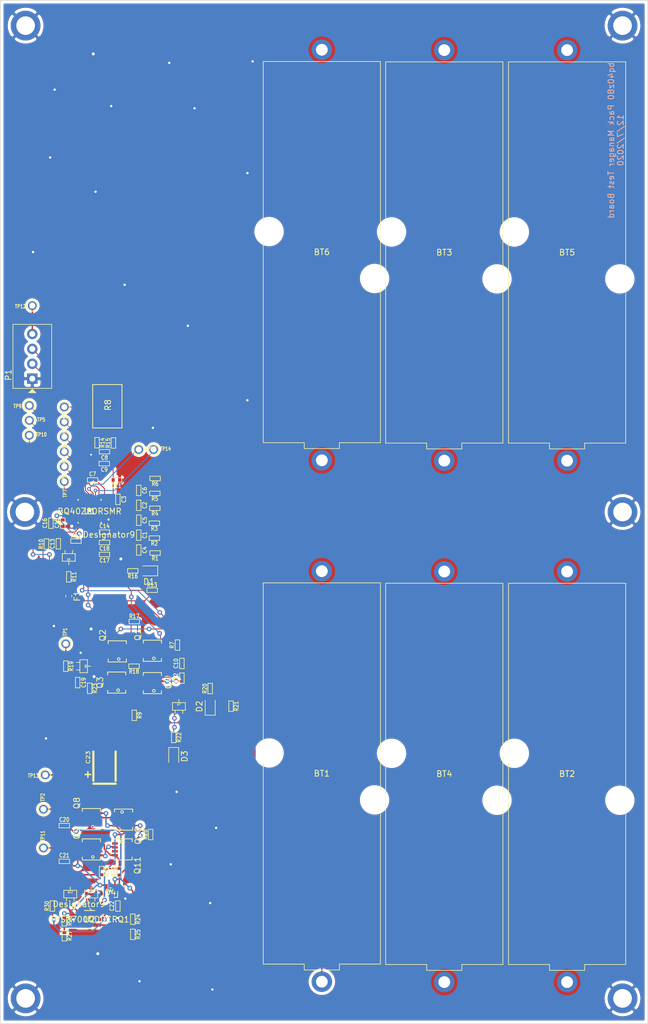
<source format=kicad_pcb>
(kicad_pcb (version 20171130) (host pcbnew "(5.1.7)-1")

  (general
    (thickness 1.6)
    (drawings 5)
    (tracks 532)
    (zones 0)
    (modules 103)
    (nets 65)
  )

  (page A4)
  (layers
    (0 F.Cu signal)
    (31 B.Cu signal)
    (32 B.Adhes user)
    (33 F.Adhes user)
    (34 B.Paste user)
    (35 F.Paste user)
    (36 B.SilkS user)
    (37 F.SilkS user)
    (38 B.Mask user)
    (39 F.Mask user)
    (40 Dwgs.User user)
    (41 Cmts.User user)
    (42 Eco1.User user)
    (43 Eco2.User user)
    (44 Edge.Cuts user)
    (45 Margin user)
    (46 B.CrtYd user)
    (47 F.CrtYd user)
    (48 B.Fab user)
    (49 F.Fab user)
  )

  (setup
    (last_trace_width 0.25)
    (user_trace_width 0.1524)
    (user_trace_width 0.254)
    (user_trace_width 0.635)
    (user_trace_width 2.032)
    (user_trace_width 6.35)
    (trace_clearance 0.2)
    (zone_clearance 0.508)
    (zone_45_only no)
    (trace_min 0.127)
    (via_size 0.8)
    (via_drill 0.4)
    (via_min_size 0.635)
    (via_min_drill 0.3048)
    (user_via 0.635 0.3048)
    (user_via 0.889 0.508)
    (uvia_size 0.3)
    (uvia_drill 0.1)
    (uvias_allowed no)
    (uvia_min_size 0.2)
    (uvia_min_drill 0.1)
    (edge_width 0.05)
    (segment_width 0.2)
    (pcb_text_width 0.3)
    (pcb_text_size 1.5 1.5)
    (mod_edge_width 0.12)
    (mod_text_size 1 1)
    (mod_text_width 0.15)
    (pad_size 7.000001 1.6)
    (pad_drill 0)
    (pad_to_mask_clearance 0)
    (aux_axis_origin 0 0)
    (grid_origin 14.986 189.23)
    (visible_elements 7FFFFFFF)
    (pcbplotparams
      (layerselection 0x010fc_ffffffff)
      (usegerberextensions false)
      (usegerberattributes true)
      (usegerberadvancedattributes true)
      (creategerberjobfile true)
      (excludeedgelayer true)
      (linewidth 0.100000)
      (plotframeref false)
      (viasonmask false)
      (mode 1)
      (useauxorigin false)
      (hpglpennumber 1)
      (hpglpenspeed 20)
      (hpglpendiameter 15.000000)
      (psnegative false)
      (psa4output false)
      (plotreference true)
      (plotvalue true)
      (plotinvisibletext false)
      (padsonsilk false)
      (subtractmaskfromsilk false)
      (outputformat 1)
      (mirror false)
      (drillshape 1)
      (scaleselection 1)
      (outputdirectory ""))
  )

  (net 0 "")
  (net 1 "Net-(BT1-Pad2)")
  (net 2 "Net-(BT1-Pad1)")
  (net 3 "Net-(BT2-Pad2)")
  (net 4 "Net-(BT2-Pad1)")
  (net 5 "Net-(BT3-Pad2)")
  (net 6 "Net-(BT3-Pad1)")
  (net 7 "Net-(BT6-Pad2)")
  (net 8 "Net-(C1-Pad2)")
  (net 9 "Net-(C1-Pad1)")
  (net 10 "Net-(C2-Pad2)")
  (net 11 "Net-(C2-Pad1)")
  (net 12 GND)
  (net 13 "Net-(C3-Pad1)")
  (net 14 "Net-(C4-Pad1)")
  (net 15 "Net-(C7-Pad1)")
  (net 16 "Net-(C11-Pad1)")
  (net 17 "Net-(C10-Pad2)")
  (net 18 "Net-(C12-Pad2)")
  (net 19 "Net-(C13-Pad1)")
  (net 20 "Net-(C14-Pad2)")
  (net 21 "Net-(C15-Pad1)")
  (net 22 "Net-(C17-Pad1)")
  (net 23 "Net-(C19-Pad1)")
  (net 24 "Net-(D1-Pad2)")
  (net 25 "Net-(D2-Pad2)")
  (net 26 GNDREF)
  (net 27 "Net-(D3-Pad1)")
  (net 28 "Net-(F1-Pad1)")
  (net 29 "Net-(P1-Pad3)")
  (net 30 "Net-(P1-Pad2)")
  (net 31 "Net-(Q1-Pad4)")
  (net 32 "Net-(Q2-Pad5)")
  (net 33 "Net-(Q2-Pad4)")
  (net 34 "Net-(Q3-Pad5)")
  (net 35 "Net-(Q3-Pad4)")
  (net 36 "Net-(Q5-Pad3)")
  (net 37 "Net-(Q6-Pad1)")
  (net 38 "Net-(Q7-Pad1)")
  (net 39 "Net-(R12-Pad1)")
  (net 40 "Net-(R20-Pad1)")
  (net 41 "Net-(TP3-Pad1)")
  (net 42 "Net-(TP4-Pad1)")
  (net 43 "Net-(TP5-Pad1)")
  (net 44 "Net-(TP6-Pad1)")
  (net 45 "Net-(TP7-Pad1)")
  (net 46 "Net-(TP8-Pad1)")
  (net 47 "Net-(TP9-Pad1)")
  (net 48 "Net-(TP10-Pad1)")
  (net 49 "Net-(P1-Pad4)")
  (net 50 "Net-(C20-Pad1)")
  (net 51 "Net-(C21-Pad1)")
  (net 52 "Net-(C22-Pad1)")
  (net 53 "Net-(C23-Pad1)")
  (net 54 "Net-(Q10-Pad4)")
  (net 55 "Net-(Q10-Pad1)")
  (net 56 "Net-(Q11-Pad4)")
  (net 57 "Net-(Q11-Pad1)")
  (net 58 "Net-(R24-Pad1)")
  (net 59 "Net-(R26-Pad1)")
  (net 60 "Net-(Q12-Pad1)")
  (net 61 "Net-(Q12-Pad2)")
  (net 62 "Net-(Q12-Pad3)")
  (net 63 "Net-(TP14-Pad1)")
  (net 64 "Net-(TP15-Pad1)")

  (net_class Default "This is the default net class."
    (clearance 0.2)
    (trace_width 0.25)
    (via_dia 0.8)
    (via_drill 0.4)
    (uvia_dia 0.3)
    (uvia_drill 0.1)
    (add_net GND)
    (add_net GNDREF)
    (add_net "Net-(BT1-Pad1)")
    (add_net "Net-(BT1-Pad2)")
    (add_net "Net-(BT2-Pad1)")
    (add_net "Net-(BT2-Pad2)")
    (add_net "Net-(BT3-Pad1)")
    (add_net "Net-(BT3-Pad2)")
    (add_net "Net-(BT6-Pad2)")
    (add_net "Net-(C1-Pad1)")
    (add_net "Net-(C1-Pad2)")
    (add_net "Net-(C10-Pad2)")
    (add_net "Net-(C11-Pad1)")
    (add_net "Net-(C12-Pad2)")
    (add_net "Net-(C13-Pad1)")
    (add_net "Net-(C14-Pad2)")
    (add_net "Net-(C15-Pad1)")
    (add_net "Net-(C17-Pad1)")
    (add_net "Net-(C19-Pad1)")
    (add_net "Net-(C2-Pad1)")
    (add_net "Net-(C2-Pad2)")
    (add_net "Net-(C20-Pad1)")
    (add_net "Net-(C21-Pad1)")
    (add_net "Net-(C22-Pad1)")
    (add_net "Net-(C23-Pad1)")
    (add_net "Net-(C3-Pad1)")
    (add_net "Net-(C4-Pad1)")
    (add_net "Net-(C7-Pad1)")
    (add_net "Net-(D1-Pad2)")
    (add_net "Net-(D2-Pad2)")
    (add_net "Net-(D3-Pad1)")
    (add_net "Net-(F1-Pad1)")
    (add_net "Net-(P1-Pad2)")
    (add_net "Net-(P1-Pad3)")
    (add_net "Net-(P1-Pad4)")
    (add_net "Net-(Q1-Pad4)")
    (add_net "Net-(Q10-Pad1)")
    (add_net "Net-(Q10-Pad4)")
    (add_net "Net-(Q11-Pad1)")
    (add_net "Net-(Q11-Pad4)")
    (add_net "Net-(Q12-Pad1)")
    (add_net "Net-(Q12-Pad2)")
    (add_net "Net-(Q12-Pad3)")
    (add_net "Net-(Q2-Pad4)")
    (add_net "Net-(Q2-Pad5)")
    (add_net "Net-(Q3-Pad4)")
    (add_net "Net-(Q3-Pad5)")
    (add_net "Net-(Q5-Pad3)")
    (add_net "Net-(Q6-Pad1)")
    (add_net "Net-(Q7-Pad1)")
    (add_net "Net-(R12-Pad1)")
    (add_net "Net-(R20-Pad1)")
    (add_net "Net-(R24-Pad1)")
    (add_net "Net-(R26-Pad1)")
    (add_net "Net-(TP10-Pad1)")
    (add_net "Net-(TP14-Pad1)")
    (add_net "Net-(TP15-Pad1)")
    (add_net "Net-(TP3-Pad1)")
    (add_net "Net-(TP4-Pad1)")
    (add_net "Net-(TP5-Pad1)")
    (add_net "Net-(TP6-Pad1)")
    (add_net "Net-(TP7-Pad1)")
    (add_net "Net-(TP8-Pad1)")
    (add_net "Net-(TP9-Pad1)")
  )

  (module t_passive_smd:res2512W (layer F.Cu) (tedit 5FCE8654) (tstamp 5FCE6FA4)
    (at 32.742 84.455 90)
    (path /5FC1F1EE)
    (fp_text reference R8 (at 0.2 0.1 90) (layer F.SilkS)
      (effects (font (size 1 1) (thickness 0.15)))
    )
    (fp_text value 100 (at 0 -0.5 90) (layer F.Fab) hide
      (effects (font (size 1 1) (thickness 0.15)))
    )
    (fp_line (start -3.7 -2.5) (end 3.6 -2.5) (layer F.SilkS) (width 0.15))
    (fp_line (start 3.6 -2.5) (end 3.7 -2.5) (layer F.SilkS) (width 0.15))
    (fp_line (start 3.7 -2.5) (end 3.7 2.5) (layer F.SilkS) (width 0.15))
    (fp_line (start 3.7 2.5) (end -3.7 2.5) (layer F.SilkS) (width 0.15))
    (fp_line (start -3.7 2.5) (end -3.7 -2.5) (layer F.SilkS) (width 0.15))
    (pad 1 smd rect (at 0 1.5 90) (size 7.000001 1.6) (layers F.Cu F.Paste F.Mask)
      (net 12 GND))
    (pad 2 smd rect (at 0 -1.5 90) (size 7 1.6) (layers F.Cu F.Paste F.Mask)
      (net 7 "Net-(BT6-Pad2)"))
    (model ${T_LIBS}/3d/t_passive_smd/R2512W.stp
      (offset (xyz 0 0 0.04999999924907534))
      (scale (xyz 1 1 1))
      (rotate (xyz 0 0 0))
    )
  )

  (module t_misc:TP60 (layer F.Cu) (tedit 5BAD3C2A) (tstamp 5FCE81D5)
    (at 38.1 91.836661 180)
    (path /5FD13948)
    (fp_text reference TP15 (at -2.032 0.127) (layer F.SilkS)
      (effects (font (size 0.635 0.508) (thickness 0.127)))
    )
    (fp_text value TestPoint (at 0.05 -1.375) (layer F.SilkS) hide
      (effects (font (size 1 1) (thickness 0.15)))
    )
    (fp_circle (center 0 0) (end -0.025 -0.925) (layer F.SilkS) (width 0.15))
    (pad 1 thru_hole circle (at 0 0 180) (size 1.5 1.5) (drill 1) (layers *.Cu *.Mask)
      (net 64 "Net-(TP15-Pad1)"))
  )

  (module t_misc:TP60 (layer F.Cu) (tedit 5BAD3C2A) (tstamp 5FCE81CF)
    (at 40.64 91.836661 180)
    (path /5FD13942)
    (fp_text reference TP14 (at -2.032 0.127) (layer F.SilkS)
      (effects (font (size 0.635 0.508) (thickness 0.127)))
    )
    (fp_text value TestPoint (at 0.05 -1.375) (layer F.SilkS) hide
      (effects (font (size 1 1) (thickness 0.15)))
    )
    (fp_circle (center 0 0) (end -0.025 -0.925) (layer F.SilkS) (width 0.15))
    (pad 1 thru_hole circle (at 0 0 180) (size 1.5 1.5) (drill 1) (layers *.Cu *.Mask)
      (net 63 "Net-(TP14-Pad1)"))
  )

  (module t_MtgHoles:MTG_200_125D (layer F.Cu) (tedit 589FD404) (tstamp 5FCAA1D5)
    (at 120.65 102.489)
    (path /5FCD094C)
    (fp_text reference H6 (at 0 0.5) (layer F.SilkS) hide
      (effects (font (size 1 1) (thickness 0.15)))
    )
    (fp_text value MountingHole_Pad (at 0 -0.5) (layer F.Fab) hide
      (effects (font (size 1 1) (thickness 0.15)))
    )
    (pad 1 thru_hole circle (at 0 0) (size 5.08 5.08) (drill 3.175) (layers *.Cu *.Mask)
      (net 12 GND))
  )

  (module t_MtgHoles:MTG_200_125D (layer F.Cu) (tedit 589FD404) (tstamp 5FCAA1D0)
    (at 18.669 102.489)
    (path /5FCD0946)
    (fp_text reference H5 (at 0 0.5) (layer F.SilkS) hide
      (effects (font (size 1 1) (thickness 0.15)))
    )
    (fp_text value MountingHole_Pad (at 0 -0.5) (layer F.Fab) hide
      (effects (font (size 1 1) (thickness 0.15)))
    )
    (pad 1 thru_hole circle (at 0 0) (size 5.08 5.08) (drill 3.175) (layers *.Cu *.Mask)
      (net 12 GND))
  )

  (module t_MtgHoles:MTG_200_125D (layer F.Cu) (tedit 589FD404) (tstamp 5FCAB6F1)
    (at 18.796 19.558)
    (path /5FF36776)
    (fp_text reference H4 (at 0 0.5) (layer F.SilkS) hide
      (effects (font (size 1 1) (thickness 0.15)))
    )
    (fp_text value MountingHole_Pad (at 0 -0.5) (layer F.Fab) hide
      (effects (font (size 1 1) (thickness 0.15)))
    )
    (pad 1 thru_hole circle (at 0 0) (size 5.08 5.08) (drill 3.175) (layers *.Cu *.Mask)
      (net 12 GND))
  )

  (module t_MtgHoles:MTG_200_125D (layer F.Cu) (tedit 589FD404) (tstamp 5FCAB6EC)
    (at 18.796 185.42)
    (path /5FEE57C4)
    (fp_text reference H3 (at 0 0.5) (layer F.SilkS) hide
      (effects (font (size 1 1) (thickness 0.15)))
    )
    (fp_text value MountingHole_Pad (at 0 -0.5) (layer F.Fab) hide
      (effects (font (size 1 1) (thickness 0.15)))
    )
    (pad 1 thru_hole circle (at 0 0) (size 5.08 5.08) (drill 3.175) (layers *.Cu *.Mask)
      (net 12 GND))
  )

  (module t_MtgHoles:MTG_200_125D (layer F.Cu) (tedit 589FD404) (tstamp 5FCAB6E7)
    (at 120.65 185.42)
    (path /5FF0DFF8)
    (fp_text reference H2 (at 0 0.5) (layer F.SilkS) hide
      (effects (font (size 1 1) (thickness 0.15)))
    )
    (fp_text value MountingHole_Pad (at 0 -0.5) (layer F.Fab) hide
      (effects (font (size 1 1) (thickness 0.15)))
    )
    (pad 1 thru_hole circle (at 0 0) (size 5.08 5.08) (drill 3.175) (layers *.Cu *.Mask)
      (net 12 GND))
  )

  (module t_MtgHoles:MTG_200_125D (layer F.Cu) (tedit 589FD404) (tstamp 5FCAB6E2)
    (at 120.65 19.558)
    (path /5FEE4BDF)
    (fp_text reference H1 (at 0 0.5) (layer F.SilkS) hide
      (effects (font (size 1 1) (thickness 0.15)))
    )
    (fp_text value MountingHole_Pad (at 0 -0.5) (layer F.Fab) hide
      (effects (font (size 1 1) (thickness 0.15)))
    )
    (pad 1 thru_hole circle (at 0 0) (size 5.08 5.08) (drill 3.175) (layers *.Cu *.Mask)
      (net 12 GND))
  )

  (module t_misc:TP60 (layer F.Cu) (tedit 5BAD3C2A) (tstamp 5FCC0F03)
    (at 22.146 147.314)
    (path /5FFA30DA)
    (fp_text reference TP13 (at -2.032 0.127) (layer F.SilkS)
      (effects (font (size 0.635 0.508) (thickness 0.127)))
    )
    (fp_text value TestPoint (at 0.05 -1.375) (layer F.SilkS) hide
      (effects (font (size 1 1) (thickness 0.15)))
    )
    (fp_circle (center 0 0) (end -0.025 -0.925) (layer F.SilkS) (width 0.15))
    (pad 1 thru_hole circle (at 0 0) (size 1.5 1.5) (drill 1) (layers *.Cu *.Mask)
      (net 53 "Net-(C23-Pad1)"))
  )

  (module bq40z80:BQ40Z80RSMR (layer F.Cu) (tedit 5FC92FE7) (tstamp 5FC74483)
    (at 29.718 102.362 180)
    (path /5FBC0690)
    (fp_text reference U1 (at 0 0) (layer F.SilkS)
      (effects (font (size 1 1) (thickness 0.15)))
    )
    (fp_text value BQ40Z80RSMR (at 0 0) (layer F.SilkS)
      (effects (font (size 1 1) (thickness 0.15)))
    )
    (fp_poly (pts (xy 2.45618 1.49606) (xy 2.45618 1.30556) (xy 1.61798 1.30556) (xy 1.80594 1.4986)) (layer F.Cu) (width 0.001))
    (fp_poly (pts (xy 1.49352 2.45618) (xy 1.30302 2.45618) (xy 1.30302 1.61798) (xy 1.49606 1.80594)) (layer F.Cu) (width 0.001))
    (fp_line (start 2.000001 1.871236) (end 2.000001 2.000001) (layer F.SilkS) (width 0.1524))
    (fp_line (start 1.871236 2.000001) (end 2.000001 2.000001) (layer F.SilkS) (width 0.1524))
    (fp_poly (pts (xy -1.49606 2.45618) (xy -1.30556 2.45618) (xy -1.30556 1.61798) (xy -1.4986 1.80594)) (layer F.Cu) (width 0.001))
    (fp_poly (pts (xy -2.45618 1.49352) (xy -2.45618 1.30302) (xy -1.61798 1.30302) (xy -1.80594 1.49606)) (layer F.Cu) (width 0.001))
    (fp_line (start -1.871236 2.000001) (end -2.000001 2.000001) (layer F.SilkS) (width 0.1524))
    (fp_line (start -2.000001 1.871236) (end -2.000001 2.000001) (layer F.SilkS) (width 0.1524))
    (fp_poly (pts (xy -2.45618 -1.49606) (xy -2.45618 -1.30556) (xy -1.61798 -1.30556) (xy -1.80594 -1.4986)) (layer F.Cu) (width 0.001))
    (fp_poly (pts (xy -1.49352 -2.45618) (xy -1.30302 -2.45618) (xy -1.30302 -1.61798) (xy -1.49606 -1.80594)) (layer F.Cu) (width 0.001))
    (fp_line (start -2.000001 -1.871236) (end -2.000001 -2.000001) (layer F.SilkS) (width 0.1524))
    (fp_line (start -1.871236 -2.000001) (end -2.000001 -2.000001) (layer F.SilkS) (width 0.1524))
    (fp_poly (pts (xy 1.49606 -2.45618) (xy 1.30556 -2.45618) (xy 1.30556 -1.61798) (xy 1.4986 -1.80594)) (layer F.Cu) (width 0.001))
    (fp_poly (pts (xy 2.45618 -1.49352) (xy 2.45618 -1.30302) (xy 1.61798 -1.30302) (xy 1.80594 -1.49606)) (layer F.Cu) (width 0.001))
    (fp_circle (center -3.231065 -1.4) (end -3.106064 -1.4) (layer F.SilkS) (width 0.1524))
    (fp_line (start -0.458531 -0.458531) (end -0.458531 0.458528) (layer F.Paste) (width 0.1524))
    (fp_line (start 0.458528 -0.458531) (end -0.458531 -0.458531) (layer F.Paste) (width 0.1524))
    (fp_line (start 0.458528 0.458528) (end 0.458528 -0.458531) (layer F.Paste) (width 0.1524))
    (fp_line (start -0.458531 0.458528) (end 0.458528 0.458528) (layer F.Paste) (width 0.1524))
    (fp_line (start -2.000001 -2.000001) (end -1.871236 -2.000001) (layer F.SilkS) (width 0.1524))
    (fp_line (start 1.871236 -2.000001) (end 2.000001 -2.000001) (layer F.SilkS) (width 0.1524))
    (fp_line (start 2.000001 2.000001) (end 2.000001 1.871236) (layer F.SilkS) (width 0.1524))
    (fp_line (start 2.000001 -1.871236) (end 2.000001 -2.000001) (layer F.SilkS) (width 0.1524))
    (fp_line (start -2.000001 2.000001) (end -1.871236 2.000001) (layer F.SilkS) (width 0.1524))
    (fp_line (start 1.871236 2.000001) (end 2.000001 2.000001) (layer F.SilkS) (width 0.1524))
    (fp_line (start -2.000001 2.000001) (end -2.000001 1.871236) (layer F.SilkS) (width 0.1524))
    (fp_line (start -2.000001 -1.871236) (end -2.000001 -2.000001) (layer F.SilkS) (width 0.1524))
    (fp_line (start -2.000001 -2.000001) (end 2.000001 -2.000001) (layer F.Fab) (width 0.1524))
    (fp_line (start 2.000001 2.000001) (end 2.000001 -2.000001) (layer F.Fab) (width 0.1524))
    (fp_line (start -2.000001 2.000001) (end 2.000001 2.000001) (layer F.Fab) (width 0.1524))
    (fp_line (start -2.000001 2.000001) (end -2.000001 -2.000001) (layer F.Fab) (width 0.1524))
    (fp_text user Designator9 (at -3.302 -3.9878) (layer F.SilkS)
      (effects (font (size 1 1) (thickness 0.15)))
    )
    (fp_text user .Designator (at 0.049985 -0.216596) (layer Dwgs.User)
      (effects (font (size 1 1) (thickness 0.15)))
    )
    (fp_text user .Designator (at 0.049985 -0.216596) (layer F.Fab)
      (effects (font (size 1 1) (thickness 0.15)))
    )
    (fp_text user * (at 0 0) (layer F.Fab)
      (effects (font (size 1 1) (thickness 0.15)))
    )
    (fp_text user * (at 0 0) (layer F.SilkS)
      (effects (font (size 1 1) (thickness 0.15)))
    )
    (fp_text user "Copyright 2016 Accelerated Designs. All rights reserved." (at 0 0) (layer Cmts.User)
      (effects (font (size 0.127 0.127) (thickness 0.002)))
    )
    (pad 32 smd custom (at -1.397 -2.09042 270) (size 0.18 0.18) (layers F.Cu F.Paste F.Mask)
      (net 14 "Net-(C4-Pad1)") (zone_connect 0)
      (options (clearance outline) (anchor rect))
      (primitives
      ))
    (pad 25 smd custom (at 1.40462 -2.05486 270) (size 0.18 0.18) (layers F.Cu F.Paste F.Mask)
      (net 23 "Net-(C19-Pad1)") (zone_connect 0)
      (options (clearance outline) (anchor rect))
      (primitives
      ))
    (pad 24 smd custom (at 2.15646 -1.397 270) (size 0.18 0.18) (layers F.Cu F.Paste F.Mask)
      (net 21 "Net-(C15-Pad1)") (zone_connect 0)
      (options (clearance outline) (anchor rect))
      (primitives
      ))
    (pad 17 smd custom (at 2.09296 1.40462 270) (size 0.18 0.18) (layers F.Cu F.Paste F.Mask)
      (net 45 "Net-(TP7-Pad1)") (zone_connect 0)
      (options (clearance outline) (anchor rect))
      (primitives
      ))
    (pad 16 smd custom (at 1.397 2.07772 270) (size 0.18 0.18) (layers F.Cu F.Paste F.Mask)
      (net 42 "Net-(TP4-Pad1)") (zone_connect 0)
      (options (clearance outline) (anchor rect))
      (primitives
      ))
    (pad 9 smd custom (at -1.40716 2.12598 270) (size 0.18 0.18) (layers F.Cu F.Paste F.Mask)
      (net 12 GND) (zone_connect 0)
      (options (clearance outline) (anchor rect))
      (primitives
      ))
    (pad 8 smd custom (at -2.13614 1.40208 270) (size 0.18 0.18) (layers F.Cu F.Paste F.Mask)
      (net 15 "Net-(C7-Pad1)") (zone_connect 0)
      (options (clearance outline) (anchor rect))
      (primitives
      ))
    (pad 1 smd custom (at -2.02692 -1.397 270) (size 0.18 0.18) (layers F.Cu F.Paste F.Mask)
      (net 9 "Net-(C1-Pad1)") (zone_connect 0)
      (options (clearance outline) (anchor rect))
      (primitives
      ))
    (pad 33 smd rect (at 0 0 180) (size 1.45 1.45) (layers F.Cu F.Paste F.Mask)
      (net 12 GND))
    (pad 31 smd rect (at -1.000001 -1.951246 180) (size 0.192474 1.009637) (layers F.Cu F.Paste F.Mask)
      (net 20 "Net-(C14-Pad2)"))
    (pad 30 smd rect (at -0.599999 -1.951246 180) (size 0.192474 1.009637) (layers F.Cu F.Paste F.Mask)
      (net 22 "Net-(C17-Pad1)"))
    (pad 29 smd rect (at -0.2 -1.951246 180) (size 0.192474 1.009637) (layers F.Cu F.Paste F.Mask)
      (net 31 "Net-(Q1-Pad4)"))
    (pad 28 smd rect (at 0.2 -1.951246 180) (size 0.192474 1.009637) (layers F.Cu F.Paste F.Mask)
      (net 33 "Net-(Q2-Pad4)"))
    (pad 27 smd rect (at 0.599999 -1.951246 180) (size 0.192474 1.009637) (layers F.Cu F.Paste F.Mask)
      (net 12 GND))
    (pad 26 smd rect (at 1.000001 -1.951246 180) (size 0.192474 1.009637) (layers F.Cu F.Paste F.Mask)
      (net 40 "Net-(R20-Pad1)"))
    (pad 23 smd rect (at 1.951246 -1.000001 270) (size 0.192474 1.009637) (layers F.Cu F.Paste F.Mask)
      (net 39 "Net-(R12-Pad1)"))
    (pad 22 smd rect (at 1.951246 -0.599999 270) (size 0.192474 1.009637) (layers F.Cu F.Paste F.Mask)
      (net 48 "Net-(TP10-Pad1)"))
    (pad 21 smd rect (at 1.951246 -0.2 270) (size 0.192474 1.009637) (layers F.Cu F.Paste F.Mask)
      (net 43 "Net-(TP5-Pad1)"))
    (pad 20 smd rect (at 1.951246 0.2 270) (size 0.192474 1.009637) (layers F.Cu F.Paste F.Mask)
      (net 47 "Net-(TP9-Pad1)"))
    (pad 19 smd rect (at 1.951246 0.599999 270) (size 0.192474 1.009637) (layers F.Cu F.Paste F.Mask)
      (net 30 "Net-(P1-Pad2)"))
    (pad 18 smd rect (at 1.951246 1.000001 270) (size 0.192474 1.009637) (layers F.Cu F.Paste F.Mask)
      (net 29 "Net-(P1-Pad3)"))
    (pad 15 smd rect (at 1.000001 1.951246 180) (size 0.192474 1.009637) (layers F.Cu F.Paste F.Mask)
      (net 41 "Net-(TP3-Pad1)"))
    (pad 14 smd rect (at 0.599999 1.951246 180) (size 0.192474 1.009637) (layers F.Cu F.Paste F.Mask)
      (net 12 GND))
    (pad 13 smd rect (at 0.2 1.951246 180) (size 0.192474 1.009637) (layers F.Cu F.Paste F.Mask)
      (net 46 "Net-(TP8-Pad1)"))
    (pad 12 smd rect (at -0.2 1.951246 180) (size 0.192474 1.009637) (layers F.Cu F.Paste F.Mask)
      (net 44 "Net-(TP6-Pad1)"))
    (pad 11 smd rect (at -0.599999 1.951246 180) (size 0.192474 1.009637) (layers F.Cu F.Paste F.Mask)
      (net 64 "Net-(TP15-Pad1)"))
    (pad 10 smd rect (at -1.000001 1.951246 180) (size 0.192474 1.009637) (layers F.Cu F.Paste F.Mask)
      (net 63 "Net-(TP14-Pad1)"))
    (pad 7 smd rect (at -1.951246 1.000001 270) (size 0.192474 1.009637) (layers F.Cu F.Paste F.Mask)
      (net 12 GND))
    (pad 6 smd rect (at -1.951246 0.599999 270) (size 0.192474 1.009637) (layers F.Cu F.Paste F.Mask)
      (net 16 "Net-(C11-Pad1)"))
    (pad 5 smd rect (at -1.951246 0.2 270) (size 0.192474 1.009637) (layers F.Cu F.Paste F.Mask)
      (net 13 "Net-(C3-Pad1)"))
    (pad 4 smd rect (at -1.951246 -0.2 270) (size 0.192474 1.009637) (layers F.Cu F.Paste F.Mask)
      (net 10 "Net-(C2-Pad2)"))
    (pad 3 smd rect (at -1.951246 -0.599999 270) (size 0.192474 1.009637) (layers F.Cu F.Paste F.Mask)
      (net 11 "Net-(C2-Pad1)"))
    (pad 2 smd rect (at -1.951246 -1.000001 270) (size 0.192474 1.009637) (layers F.Cu F.Paste F.Mask)
      (net 8 "Net-(C1-Pad2)"))
    (model ${T_LIBS}/3d/t_qfn/BQ40Z80RSMT.STEP
      (at (xyz 0 0 0))
      (scale (xyz 1 1 1))
      (rotate (xyz -90 0 0))
    )
  )

  (module t_misc:TP60 (layer F.Cu) (tedit 5BAD3C2A) (tstamp 5FCAA15E)
    (at 19.939 67.31)
    (path /5FF51E52)
    (fp_text reference TP12 (at -2.032 0.127) (layer F.SilkS)
      (effects (font (size 0.635 0.508) (thickness 0.127)))
    )
    (fp_text value TestPoint (at 0.05 -1.375) (layer F.SilkS) hide
      (effects (font (size 1 1) (thickness 0.15)))
    )
    (fp_circle (center 0 0) (end -0.025 -0.925) (layer F.SilkS) (width 0.15))
    (pad 1 thru_hole circle (at 0 0) (size 1.5 1.5) (drill 1) (layers *.Cu *.Mask)
      (net 49 "Net-(P1-Pad4)"))
  )

  (module t_misc:TP60 (layer F.Cu) (tedit 5BAD3C2A) (tstamp 5FCA851C)
    (at 21.844 159.766 270)
    (path /5FFC2234)
    (fp_text reference TP11 (at -2.032 0.127 90) (layer F.SilkS)
      (effects (font (size 0.635 0.508) (thickness 0.127)))
    )
    (fp_text value TestPoint (at 0.05 -1.375 90) (layer F.SilkS) hide
      (effects (font (size 1 1) (thickness 0.15)))
    )
    (fp_circle (center 0 0) (end -0.025 -0.925) (layer F.SilkS) (width 0.15))
    (pad 1 thru_hole circle (at 0 0 270) (size 1.5 1.5) (drill 1) (layers *.Cu *.Mask)
      (net 51 "Net-(C21-Pad1)"))
  )

  (module t_misc:TP60 (layer F.Cu) (tedit 5BAD3C2A) (tstamp 5FCA84C6)
    (at 21.844 153.162 270)
    (path /5FFA78C7)
    (fp_text reference TP2 (at -2.032 0.127 90) (layer F.SilkS)
      (effects (font (size 0.635 0.508) (thickness 0.127)))
    )
    (fp_text value TestPoint (at 0.05 -1.375 90) (layer F.SilkS) hide
      (effects (font (size 1 1) (thickness 0.15)))
    )
    (fp_circle (center 0 0) (end -0.025 -0.925) (layer F.SilkS) (width 0.15))
    (pad 1 thru_hole circle (at 0 0 270) (size 1.5 1.5) (drill 1) (layers *.Cu *.Mask)
      (net 50 "Net-(C20-Pad1)"))
  )

  (module t_misc:TP60 (layer F.Cu) (tedit 5BAD3C2A) (tstamp 5FCA84C0)
    (at 25.654 124.968 270)
    (path /601AE086)
    (fp_text reference TP1 (at -2.032 0.127 90) (layer F.SilkS)
      (effects (font (size 0.635 0.508) (thickness 0.127)))
    )
    (fp_text value TestPoint (at 0.05 -1.375 90) (layer F.SilkS) hide
      (effects (font (size 1 1) (thickness 0.15)))
    )
    (fp_circle (center 0 0) (end -0.025 -0.925) (layer F.SilkS) (width 0.15))
    (pad 1 thru_hole circle (at 0 0 270) (size 1.5 1.5) (drill 1) (layers *.Cu *.Mask)
      (net 37 "Net-(Q6-Pad1)"))
  )

  (module t_smd_transistors:sc70 (layer F.Cu) (tedit 5B9F0B6A) (tstamp 5FCA59B4)
    (at 29.972 167.64)
    (descr SC70)
    (path /5FD6FFCF)
    (fp_text reference Q13 (at 0 -0.3302) (layer F.SilkS)
      (effects (font (size 0.29972 0.29972) (thickness 0.06096)))
    )
    (fp_text value BSS-123 (at 0 0.3302) (layer F.SilkS) hide
      (effects (font (size 0.29972 0.29972) (thickness 0.06096)))
    )
    (fp_line (start -1.1049 0.6477) (end -1.1049 -0.6477) (layer F.SilkS) (width 0.127))
    (fp_line (start 1.1049 0.6477) (end -1.1049 0.6477) (layer F.SilkS) (width 0.127))
    (fp_line (start 1.1049 -0.6477) (end 1.1049 0.6477) (layer F.SilkS) (width 0.127))
    (fp_line (start -1.1049 -0.6477) (end 1.1049 -0.6477) (layer F.SilkS) (width 0.127))
    (fp_line (start -0.6477 0.6477) (end -0.6477 1.2065) (layer F.SilkS) (width 0.127))
    (fp_line (start 0.6477 0.6477) (end 0.6477 1.2065) (layer F.SilkS) (width 0.127))
    (fp_line (start 0 -0.6477) (end 0 -1.2065) (layer F.SilkS) (width 0.127))
    (pad 1 smd rect (at -0.6604 1.016) (size 0.4572 0.7112) (layers F.Cu F.Paste F.Mask)
      (net 54 "Net-(Q10-Pad4)"))
    (pad 2 smd rect (at 0.6604 1.016) (size 0.4572 0.7112) (layers F.Cu F.Paste F.Mask)
      (net 12 GND))
    (pad 3 smd rect (at 0 -1.016) (size 0.4572 0.7112) (layers F.Cu F.Paste F.Mask)
      (net 61 "Net-(Q12-Pad2)"))
    (model ${T_LIBS}/3d/t_smd_transistors/SC-70.stp
      (offset (xyz -0.635 -1.143 0))
      (scale (xyz 1 1 1))
      (rotate (xyz 0 0 0))
    )
  )

  (module t_smd_transistors:sc70 (layer F.Cu) (tedit 5B9F0B6A) (tstamp 5FCA59A6)
    (at 26.416 167.64)
    (descr SC70)
    (path /5FE109AF)
    (fp_text reference Q12 (at 0 -0.3302) (layer F.SilkS)
      (effects (font (size 0.29972 0.29972) (thickness 0.06096)))
    )
    (fp_text value BSS-123 (at 0 0.3302) (layer F.SilkS) hide
      (effects (font (size 0.29972 0.29972) (thickness 0.06096)))
    )
    (fp_line (start -1.1049 0.6477) (end -1.1049 -0.6477) (layer F.SilkS) (width 0.127))
    (fp_line (start 1.1049 0.6477) (end -1.1049 0.6477) (layer F.SilkS) (width 0.127))
    (fp_line (start 1.1049 -0.6477) (end 1.1049 0.6477) (layer F.SilkS) (width 0.127))
    (fp_line (start -1.1049 -0.6477) (end 1.1049 -0.6477) (layer F.SilkS) (width 0.127))
    (fp_line (start -0.6477 0.6477) (end -0.6477 1.2065) (layer F.SilkS) (width 0.127))
    (fp_line (start 0.6477 0.6477) (end 0.6477 1.2065) (layer F.SilkS) (width 0.127))
    (fp_line (start 0 -0.6477) (end 0 -1.2065) (layer F.SilkS) (width 0.127))
    (pad 1 smd rect (at -0.6604 1.016) (size 0.4572 0.7112) (layers F.Cu F.Paste F.Mask)
      (net 60 "Net-(Q12-Pad1)"))
    (pad 2 smd rect (at 0.6604 1.016) (size 0.4572 0.7112) (layers F.Cu F.Paste F.Mask)
      (net 61 "Net-(Q12-Pad2)"))
    (pad 3 smd rect (at 0 -1.016) (size 0.4572 0.7112) (layers F.Cu F.Paste F.Mask)
      (net 62 "Net-(Q12-Pad3)"))
    (model ${T_LIBS}/3d/t_smd_transistors/SC-70.stp
      (offset (xyz -0.635 -1.143 0))
      (scale (xyz 1 1 1))
      (rotate (xyz 0 0 0))
    )
  )

  (module tps3700:TPS3700QDDCRQ1 (layer F.Cu) (tedit 0) (tstamp 5FCA3566)
    (at 29.718 171.958)
    (path /5FCC2638)
    (fp_text reference U2 (at 0 0) (layer F.SilkS)
      (effects (font (size 1 1) (thickness 0.15)))
    )
    (fp_text value TPS3700QDDCRQ1 (at 0 0) (layer F.SilkS)
      (effects (font (size 1 1) (thickness 0.15)))
    )
    (fp_line (start 0.896427 0.734997) (end 1.12175 0.734997) (layer F.Fab) (width 0.1524))
    (fp_line (start 1.430589 1.134996) (end 1.430589 0.734997) (layer F.Fab) (width 0.1524))
    (fp_line (start 1.152484 0.734997) (end 1.244763 0.734997) (layer F.Fab) (width 0.1524))
    (fp_line (start 1.244763 1.134996) (end 1.430589 1.134996) (layer F.Fab) (width 0.1524))
    (fp_line (start 1.12175 0.734997) (end 1.152484 0.734997) (layer F.Fab) (width 0.1524))
    (fp_line (start 1.244763 0.734997) (end 1.430589 0.734997) (layer F.Fab) (width 0.1524))
    (fp_line (start 1.12175 1.134996) (end 1.152484 1.134996) (layer F.Fab) (width 0.1524))
    (fp_line (start 0.896427 1.134996) (end 1.12175 1.134996) (layer F.Fab) (width 0.1524))
    (fp_line (start 1.152484 1.134996) (end 1.244763 1.134996) (layer F.Fab) (width 0.1524))
    (fp_line (start 0.794751 0.734997) (end 0.896427 0.734997) (layer F.Fab) (width 0.1524))
    (fp_line (start 0.794751 1.134996) (end 0.896427 1.134996) (layer F.Fab) (width 0.1524))
    (fp_line (start 0.896427 -0.214988) (end 1.12175 -0.214988) (layer F.Fab) (width 0.1524))
    (fp_line (start 1.430589 0.185011) (end 1.430589 -0.214988) (layer F.Fab) (width 0.1524))
    (fp_line (start 1.152484 -0.214988) (end 1.244763 -0.214988) (layer F.Fab) (width 0.1524))
    (fp_line (start 1.244763 0.185011) (end 1.430589 0.185011) (layer F.Fab) (width 0.1524))
    (fp_line (start 1.12175 -0.214988) (end 1.152484 -0.214988) (layer F.Fab) (width 0.1524))
    (fp_line (start 1.244763 -0.214988) (end 1.430589 -0.214988) (layer F.Fab) (width 0.1524))
    (fp_line (start 1.12175 0.185011) (end 1.152484 0.185011) (layer F.Fab) (width 0.1524))
    (fp_line (start 0.896427 0.185011) (end 1.12175 0.185011) (layer F.Fab) (width 0.1524))
    (fp_line (start 1.152484 0.185011) (end 1.244763 0.185011) (layer F.Fab) (width 0.1524))
    (fp_line (start 0.794751 -0.214988) (end 0.896427 -0.214988) (layer F.Fab) (width 0.1524))
    (fp_line (start 0.794751 0.185011) (end 0.896427 0.185011) (layer F.Fab) (width 0.1524))
    (fp_line (start 0.896427 -1.164999) (end 1.12175 -1.164999) (layer F.Fab) (width 0.1524))
    (fp_line (start 1.430589 -0.765) (end 1.430589 -1.164999) (layer F.Fab) (width 0.1524))
    (fp_line (start 1.152484 -1.164999) (end 1.244763 -1.164999) (layer F.Fab) (width 0.1524))
    (fp_line (start 1.244763 -0.765) (end 1.430589 -0.765) (layer F.Fab) (width 0.1524))
    (fp_line (start 1.12175 -1.164999) (end 1.152484 -1.164999) (layer F.Fab) (width 0.1524))
    (fp_line (start 1.244763 -1.164999) (end 1.430589 -1.164999) (layer F.Fab) (width 0.1524))
    (fp_line (start 1.12175 -0.765) (end 1.152484 -0.765) (layer F.Fab) (width 0.1524))
    (fp_line (start 0.896427 -0.765) (end 1.12175 -0.765) (layer F.Fab) (width 0.1524))
    (fp_line (start 1.152484 -0.765) (end 1.244763 -0.765) (layer F.Fab) (width 0.1524))
    (fp_line (start 0.794751 -1.164999) (end 0.896427 -1.164999) (layer F.Fab) (width 0.1524))
    (fp_line (start 0.794751 -0.765) (end 0.896427 -0.765) (layer F.Fab) (width 0.1524))
    (fp_line (start -1.128258 1.134996) (end -0.90296 1.134996) (layer F.Fab) (width 0.1524))
    (fp_line (start -1.437122 1.134996) (end -1.437122 0.734997) (layer F.Fab) (width 0.1524))
    (fp_line (start -1.251295 1.134996) (end -1.159017 1.134996) (layer F.Fab) (width 0.1524))
    (fp_line (start -1.437122 0.734997) (end -1.251295 0.734997) (layer F.Fab) (width 0.1524))
    (fp_line (start -1.159017 1.134996) (end -1.128258 1.134996) (layer F.Fab) (width 0.1524))
    (fp_line (start -1.437122 1.134996) (end -1.251295 1.134996) (layer F.Fab) (width 0.1524))
    (fp_line (start -1.159017 0.734997) (end -1.128258 0.734997) (layer F.Fab) (width 0.1524))
    (fp_line (start -1.128258 0.734997) (end -0.90296 0.734997) (layer F.Fab) (width 0.1524))
    (fp_line (start -1.251295 0.734997) (end -1.159017 0.734997) (layer F.Fab) (width 0.1524))
    (fp_line (start -0.90296 1.134996) (end -0.801258 1.134996) (layer F.Fab) (width 0.1524))
    (fp_line (start -0.90296 0.734997) (end -0.801258 0.734997) (layer F.Fab) (width 0.1524))
    (fp_line (start -1.128258 0.185011) (end -0.90296 0.185011) (layer F.Fab) (width 0.1524))
    (fp_line (start -1.437122 0.185011) (end -1.437122 -0.214988) (layer F.Fab) (width 0.1524))
    (fp_line (start -1.251295 0.185011) (end -1.159017 0.185011) (layer F.Fab) (width 0.1524))
    (fp_line (start -1.437122 -0.214988) (end -1.251295 -0.214988) (layer F.Fab) (width 0.1524))
    (fp_line (start -1.159017 0.185011) (end -1.128258 0.185011) (layer F.Fab) (width 0.1524))
    (fp_line (start -1.437122 0.185011) (end -1.251295 0.185011) (layer F.Fab) (width 0.1524))
    (fp_line (start -1.159017 -0.214988) (end -1.128258 -0.214988) (layer F.Fab) (width 0.1524))
    (fp_line (start -1.128258 -0.214988) (end -0.90296 -0.214988) (layer F.Fab) (width 0.1524))
    (fp_line (start -1.251295 -0.214988) (end -1.159017 -0.214988) (layer F.Fab) (width 0.1524))
    (fp_line (start -0.90296 0.185011) (end -0.801258 0.185011) (layer F.Fab) (width 0.1524))
    (fp_line (start -0.90296 -0.214988) (end -0.801258 -0.214988) (layer F.Fab) (width 0.1524))
    (fp_line (start -1.128258 -0.765) (end -0.90296 -0.765) (layer F.Fab) (width 0.1524))
    (fp_line (start -1.437122 -0.765) (end -1.437122 -1.164999) (layer F.Fab) (width 0.1524))
    (fp_line (start -1.251295 -0.765) (end -1.159017 -0.765) (layer F.Fab) (width 0.1524))
    (fp_line (start -1.437122 -1.164999) (end -1.251295 -1.164999) (layer F.Fab) (width 0.1524))
    (fp_line (start -1.159017 -0.765) (end -1.128258 -0.765) (layer F.Fab) (width 0.1524))
    (fp_line (start -1.437122 -0.765) (end -1.251295 -0.765) (layer F.Fab) (width 0.1524))
    (fp_line (start -1.159017 -1.164999) (end -1.128258 -1.164999) (layer F.Fab) (width 0.1524))
    (fp_line (start -1.128258 -1.164999) (end -0.90296 -1.164999) (layer F.Fab) (width 0.1524))
    (fp_line (start -1.251295 -1.164999) (end -1.159017 -1.164999) (layer F.Fab) (width 0.1524))
    (fp_line (start -0.90296 -0.765) (end -0.801258 -0.765) (layer F.Fab) (width 0.1524))
    (fp_line (start -0.90296 -1.164999) (end -0.801258 -1.164999) (layer F.Fab) (width 0.1524))
    (fp_line (start -0.828258 1.395499) (end -0.828258 1.391765) (layer F.Fab) (width 0.1524))
    (fp_line (start -0.75376 -1.5) (end -0.750001 -1.5) (layer F.Fab) (width 0.1524))
    (fp_line (start -0.75376 1.469997) (end -0.750001 1.469997) (layer F.Fab) (width 0.1524))
    (fp_line (start 0.821751 -1.421742) (end 0.821751 -1.425501) (layer F.Fab) (width 0.1524))
    (fp_line (start 0.743494 -1.5) (end 0.747253 -1.5) (layer F.Fab) (width 0.1524))
    (fp_line (start 0.743494 1.469997) (end 0.747253 1.469997) (layer F.Fab) (width 0.1524))
    (fp_line (start 0.821751 1.395499) (end 0.821751 1.391765) (layer F.Fab) (width 0.1524))
    (fp_line (start -0.828258 -1.164999) (end -0.828258 -1.421742) (layer F.Fab) (width 0.1524))
    (fp_line (start -0.828258 -0.214988) (end -0.828258 -0.765) (layer F.Fab) (width 0.1524))
    (fp_line (start -0.828258 0.734997) (end -0.828258 0.185011) (layer F.Fab) (width 0.1524))
    (fp_line (start -0.828258 1.391765) (end -0.828258 1.134996) (layer F.Fab) (width 0.1524))
    (fp_line (start -0.750001 -1.5) (end 0.743494 -1.5) (layer F.Fab) (width 0.1524))
    (fp_line (start -0.828258 -1.421742) (end -0.828258 -1.425501) (layer F.Fab) (width 0.1524))
    (fp_line (start -0.750001 1.469997) (end 0.743494 1.469997) (layer F.Fab) (width 0.1524))
    (fp_line (start 0.821751 -1.164999) (end 0.821751 -1.421742) (layer F.Fab) (width 0.1524))
    (fp_line (start 0.821751 -0.214988) (end 0.821751 -0.765) (layer F.Fab) (width 0.1524))
    (fp_line (start 0.821751 0.734997) (end 0.821751 0.185011) (layer F.Fab) (width 0.1524))
    (fp_line (start 0.821751 1.391765) (end 0.821751 1.134996) (layer F.Fab) (width 0.1524))
    (fp_line (start -0.8763 -1.524) (end 0.8763 -1.524) (layer F.SilkS) (width 0.1524))
    (fp_line (start -0.8763 1.524) (end 0.8763 1.524) (layer F.SilkS) (width 0.1524))
    (fp_arc (start -0.429542 -1.017679) (end -0.280761 -1.017679) (angle 180) (layer F.Fab) (width 0.1524))
    (fp_arc (start -0.429542 -1.017679) (end -0.578322 -1.017679) (angle 180) (layer F.Fab) (width 0.1524))
    (fp_arc (start 0 -1.524) (end 0 -1.8288) (angle 73.012802) (layer F.SilkS) (width 0.1524))
    (fp_text user Designator9 (at -1.8288 -2.6162) (layer F.SilkS)
      (effects (font (size 1 1) (thickness 0.15)))
    )
    (fp_text user .Designator (at -0.275001 -0.700001 270) (layer Dwgs.User)
      (effects (font (size 1 1) (thickness 0.15)))
    )
    (fp_text user .Designator (at -0.275001 -0.700001 270) (layer F.Fab)
      (effects (font (size 1 1) (thickness 0.15)))
    )
    (fp_text user * (at 0 0) (layer F.Fab)
      (effects (font (size 1 1) (thickness 0.15)))
    )
    (fp_text user * (at 0 0) (layer F.SilkS)
      (effects (font (size 1 1) (thickness 0.15)))
    )
    (fp_text user "Copyright 2016 Accelerated Designs. All rights reserved." (at 0 0) (layer Cmts.User)
      (effects (font (size 0.127 0.127) (thickness 0.002)))
    )
    (pad 6 smd rect (at 1.1684 -0.950001) (size 1.5748 0.5588) (layers F.Cu F.Paste F.Mask)
      (net 54 "Net-(Q10-Pad4)"))
    (pad 5 smd rect (at 1.1684 0) (size 1.5748 0.5588) (layers F.Cu F.Paste F.Mask)
      (net 52 "Net-(C22-Pad1)"))
    (pad 4 smd rect (at 1.1684 0.950001) (size 1.5748 0.5588) (layers F.Cu F.Paste F.Mask)
      (net 58 "Net-(R24-Pad1)"))
    (pad 3 smd rect (at -1.1684 0.950001) (size 1.5748 0.5588) (layers F.Cu F.Paste F.Mask)
      (net 59 "Net-(R26-Pad1)"))
    (pad 2 smd rect (at -1.1684 0) (size 1.5748 0.5588) (layers F.Cu F.Paste F.Mask)
      (net 12 GND))
    (pad 1 smd rect (at -1.1684 -0.950001) (size 1.5748 0.5588) (layers F.Cu F.Paste F.Mask)
      (net 60 "Net-(Q12-Pad1)"))
  )

  (module t_passive_smd:res_0402 (layer F.Cu) (tedit 5BB76B2F) (tstamp 5FCA3425)
    (at 31.75 163.788 270)
    (descr "SMT capacitor, 0402")
    (path /60C19A71)
    (fp_text reference R31 (at 0 -0.9144 90) (layer F.SilkS)
      (effects (font (size 0.6985 0.59944) (thickness 0.130048)))
    )
    (fp_text value 100 (at 0 0.8128 90) (layer F.SilkS) hide
      (effects (font (size 0.50038 0.50038) (thickness 0.11938)))
    )
    (fp_line (start -0.762 0.381) (end -0.762 -0.381) (layer F.Fab) (width 0.1))
    (fp_line (start 0.762 0.381) (end -0.762 0.381) (layer F.Fab) (width 0.1))
    (fp_line (start 0.762 -0.381) (end 0.762 0.381) (layer F.Fab) (width 0.1))
    (fp_line (start -0.762 -0.381) (end 0.762 -0.381) (layer F.Fab) (width 0.1))
    (fp_line (start -0.889 -0.381) (end 0.889 -0.381) (layer F.CrtYd) (width 0.05))
    (fp_line (start -0.889 0.381) (end -0.889 -0.381) (layer F.CrtYd) (width 0.05))
    (fp_line (start 0.889 0.381) (end -0.889 0.381) (layer F.CrtYd) (width 0.05))
    (fp_line (start 0.889 -0.381) (end 0.889 0.381) (layer F.CrtYd) (width 0.05))
    (fp_line (start -0.889 -0.381) (end -0.889 0.381) (layer F.SilkS) (width 0.127))
    (fp_line (start -0.889 0.381) (end 0.889 0.381) (layer F.SilkS) (width 0.127))
    (fp_line (start 0.889 0.381) (end 0.889 -0.381) (layer F.SilkS) (width 0.127))
    (fp_line (start 0.889 -0.381) (end -0.889 -0.381) (layer F.SilkS) (width 0.127))
    (fp_text user %R (at 0.1905 0 90) (layer F.Fab)
      (effects (font (size 0.4 0.4) (thickness 0.05)))
    )
    (pad 1 smd rect (at 0.55 0 270) (size 0.5 0.6) (layers F.Cu F.Paste F.Mask)
      (net 62 "Net-(Q12-Pad3)"))
    (pad 2 smd rect (at -0.55 0 270) (size 0.5 0.6) (layers F.Cu F.Paste F.Mask)
      (net 56 "Net-(Q11-Pad4)"))
    (model ${T_LIBS}/3d/t_passive_smd/res_0402.stp
      (offset (xyz 0 0 0.02999999954944519))
      (scale (xyz 1 1 1))
      (rotate (xyz 0 0 0))
    )
  )

  (module t_passive_smd:res_0402 (layer F.Cu) (tedit 5BB76B2F) (tstamp 5FCA3412)
    (at 23.368 169.672 90)
    (descr "SMT capacitor, 0402")
    (path /6067E217)
    (fp_text reference R30 (at 0 -0.9144 90) (layer F.SilkS)
      (effects (font (size 0.6985 0.59944) (thickness 0.130048)))
    )
    (fp_text value 100 (at 0 0.8128 90) (layer F.SilkS) hide
      (effects (font (size 0.50038 0.50038) (thickness 0.11938)))
    )
    (fp_line (start -0.762 0.381) (end -0.762 -0.381) (layer F.Fab) (width 0.1))
    (fp_line (start 0.762 0.381) (end -0.762 0.381) (layer F.Fab) (width 0.1))
    (fp_line (start 0.762 -0.381) (end 0.762 0.381) (layer F.Fab) (width 0.1))
    (fp_line (start -0.762 -0.381) (end 0.762 -0.381) (layer F.Fab) (width 0.1))
    (fp_line (start -0.889 -0.381) (end 0.889 -0.381) (layer F.CrtYd) (width 0.05))
    (fp_line (start -0.889 0.381) (end -0.889 -0.381) (layer F.CrtYd) (width 0.05))
    (fp_line (start 0.889 0.381) (end -0.889 0.381) (layer F.CrtYd) (width 0.05))
    (fp_line (start 0.889 -0.381) (end 0.889 0.381) (layer F.CrtYd) (width 0.05))
    (fp_line (start -0.889 -0.381) (end -0.889 0.381) (layer F.SilkS) (width 0.127))
    (fp_line (start -0.889 0.381) (end 0.889 0.381) (layer F.SilkS) (width 0.127))
    (fp_line (start 0.889 0.381) (end 0.889 -0.381) (layer F.SilkS) (width 0.127))
    (fp_line (start 0.889 -0.381) (end -0.889 -0.381) (layer F.SilkS) (width 0.127))
    (fp_text user %R (at 0.1905 0 90) (layer F.Fab)
      (effects (font (size 0.4 0.4) (thickness 0.05)))
    )
    (pad 1 smd rect (at 0.55 0 90) (size 0.5 0.6) (layers F.Cu F.Paste F.Mask)
      (net 60 "Net-(Q12-Pad1)"))
    (pad 2 smd rect (at -0.55 0 90) (size 0.5 0.6) (layers F.Cu F.Paste F.Mask)
      (net 52 "Net-(C22-Pad1)"))
    (model ${T_LIBS}/3d/t_passive_smd/res_0402.stp
      (offset (xyz 0 0 0.02999999954944519))
      (scale (xyz 1 1 1))
      (rotate (xyz 0 0 0))
    )
  )

  (module t_passive_smd:res_0402 (layer F.Cu) (tedit 5BB76B2F) (tstamp 5FCA33FF)
    (at 34.798 163.83 90)
    (descr "SMT capacitor, 0402")
    (path /606F7745)
    (fp_text reference R29 (at 0 -0.9144 90) (layer F.SilkS)
      (effects (font (size 0.6985 0.59944) (thickness 0.130048)))
    )
    (fp_text value 100 (at 0 0.8128 90) (layer F.SilkS) hide
      (effects (font (size 0.50038 0.50038) (thickness 0.11938)))
    )
    (fp_line (start -0.762 0.381) (end -0.762 -0.381) (layer F.Fab) (width 0.1))
    (fp_line (start 0.762 0.381) (end -0.762 0.381) (layer F.Fab) (width 0.1))
    (fp_line (start 0.762 -0.381) (end 0.762 0.381) (layer F.Fab) (width 0.1))
    (fp_line (start -0.762 -0.381) (end 0.762 -0.381) (layer F.Fab) (width 0.1))
    (fp_line (start -0.889 -0.381) (end 0.889 -0.381) (layer F.CrtYd) (width 0.05))
    (fp_line (start -0.889 0.381) (end -0.889 -0.381) (layer F.CrtYd) (width 0.05))
    (fp_line (start 0.889 0.381) (end -0.889 0.381) (layer F.CrtYd) (width 0.05))
    (fp_line (start 0.889 -0.381) (end 0.889 0.381) (layer F.CrtYd) (width 0.05))
    (fp_line (start -0.889 -0.381) (end -0.889 0.381) (layer F.SilkS) (width 0.127))
    (fp_line (start -0.889 0.381) (end 0.889 0.381) (layer F.SilkS) (width 0.127))
    (fp_line (start 0.889 0.381) (end 0.889 -0.381) (layer F.SilkS) (width 0.127))
    (fp_line (start 0.889 -0.381) (end -0.889 -0.381) (layer F.SilkS) (width 0.127))
    (fp_text user %R (at 0.1905 0 90) (layer F.Fab)
      (effects (font (size 0.4 0.4) (thickness 0.05)))
    )
    (pad 1 smd rect (at 0.55 0 90) (size 0.5 0.6) (layers F.Cu F.Paste F.Mask)
      (net 56 "Net-(Q11-Pad4)"))
    (pad 2 smd rect (at -0.55 0 90) (size 0.5 0.6) (layers F.Cu F.Paste F.Mask)
      (net 52 "Net-(C22-Pad1)"))
    (model ${T_LIBS}/3d/t_passive_smd/res_0402.stp
      (offset (xyz 0 0 0.02999999954944519))
      (scale (xyz 1 1 1))
      (rotate (xyz 0 0 0))
    )
  )

  (module t_passive_smd:res_0402 (layer F.Cu) (tedit 5BB76B2F) (tstamp 5FCA33EC)
    (at 40.132 157.48 90)
    (descr "SMT capacitor, 0402")
    (path /605A9E31)
    (fp_text reference R28 (at 0 -0.9144 90) (layer F.SilkS)
      (effects (font (size 0.6985 0.59944) (thickness 0.130048)))
    )
    (fp_text value 100 (at 0 0.8128 90) (layer F.SilkS) hide
      (effects (font (size 0.50038 0.50038) (thickness 0.11938)))
    )
    (fp_line (start -0.762 0.381) (end -0.762 -0.381) (layer F.Fab) (width 0.1))
    (fp_line (start 0.762 0.381) (end -0.762 0.381) (layer F.Fab) (width 0.1))
    (fp_line (start 0.762 -0.381) (end 0.762 0.381) (layer F.Fab) (width 0.1))
    (fp_line (start -0.762 -0.381) (end 0.762 -0.381) (layer F.Fab) (width 0.1))
    (fp_line (start -0.889 -0.381) (end 0.889 -0.381) (layer F.CrtYd) (width 0.05))
    (fp_line (start -0.889 0.381) (end -0.889 -0.381) (layer F.CrtYd) (width 0.05))
    (fp_line (start 0.889 0.381) (end -0.889 0.381) (layer F.CrtYd) (width 0.05))
    (fp_line (start 0.889 -0.381) (end 0.889 0.381) (layer F.CrtYd) (width 0.05))
    (fp_line (start -0.889 -0.381) (end -0.889 0.381) (layer F.SilkS) (width 0.127))
    (fp_line (start -0.889 0.381) (end 0.889 0.381) (layer F.SilkS) (width 0.127))
    (fp_line (start 0.889 0.381) (end 0.889 -0.381) (layer F.SilkS) (width 0.127))
    (fp_line (start 0.889 -0.381) (end -0.889 -0.381) (layer F.SilkS) (width 0.127))
    (fp_text user %R (at 0.1905 0 90) (layer F.Fab)
      (effects (font (size 0.4 0.4) (thickness 0.05)))
    )
    (pad 1 smd rect (at 0.55 0 90) (size 0.5 0.6) (layers F.Cu F.Paste F.Mask)
      (net 54 "Net-(Q10-Pad4)"))
    (pad 2 smd rect (at -0.55 0 90) (size 0.5 0.6) (layers F.Cu F.Paste F.Mask)
      (net 52 "Net-(C22-Pad1)"))
    (model ${T_LIBS}/3d/t_passive_smd/res_0402.stp
      (offset (xyz 0 0 0.02999999954944519))
      (scale (xyz 1 1 1))
      (rotate (xyz 0 0 0))
    )
  )

  (module t_passive_smd:res_0402 (layer F.Cu) (tedit 5BB76B2F) (tstamp 5FCA33D9)
    (at 25.4 174.752 270)
    (descr "SMT capacitor, 0402")
    (path /5FD71DFD)
    (fp_text reference R27 (at 0 -0.9144 90) (layer F.SilkS)
      (effects (font (size 0.6985 0.59944) (thickness 0.130048)))
    )
    (fp_text value 100 (at 0 0.8128 90) (layer F.SilkS) hide
      (effects (font (size 0.50038 0.50038) (thickness 0.11938)))
    )
    (fp_line (start -0.762 0.381) (end -0.762 -0.381) (layer F.Fab) (width 0.1))
    (fp_line (start 0.762 0.381) (end -0.762 0.381) (layer F.Fab) (width 0.1))
    (fp_line (start 0.762 -0.381) (end 0.762 0.381) (layer F.Fab) (width 0.1))
    (fp_line (start -0.762 -0.381) (end 0.762 -0.381) (layer F.Fab) (width 0.1))
    (fp_line (start -0.889 -0.381) (end 0.889 -0.381) (layer F.CrtYd) (width 0.05))
    (fp_line (start -0.889 0.381) (end -0.889 -0.381) (layer F.CrtYd) (width 0.05))
    (fp_line (start 0.889 0.381) (end -0.889 0.381) (layer F.CrtYd) (width 0.05))
    (fp_line (start 0.889 -0.381) (end 0.889 0.381) (layer F.CrtYd) (width 0.05))
    (fp_line (start -0.889 -0.381) (end -0.889 0.381) (layer F.SilkS) (width 0.127))
    (fp_line (start -0.889 0.381) (end 0.889 0.381) (layer F.SilkS) (width 0.127))
    (fp_line (start 0.889 0.381) (end 0.889 -0.381) (layer F.SilkS) (width 0.127))
    (fp_line (start 0.889 -0.381) (end -0.889 -0.381) (layer F.SilkS) (width 0.127))
    (fp_text user %R (at 0.1905 0 90) (layer F.Fab)
      (effects (font (size 0.4 0.4) (thickness 0.05)))
    )
    (pad 1 smd rect (at 0.55 0 270) (size 0.5 0.6) (layers F.Cu F.Paste F.Mask)
      (net 12 GND))
    (pad 2 smd rect (at -0.55 0 270) (size 0.5 0.6) (layers F.Cu F.Paste F.Mask)
      (net 59 "Net-(R26-Pad1)"))
    (model ${T_LIBS}/3d/t_passive_smd/res_0402.stp
      (offset (xyz 0 0 0.02999999954944519))
      (scale (xyz 1 1 1))
      (rotate (xyz 0 0 0))
    )
  )

  (module t_passive_smd:res_0402 (layer F.Cu) (tedit 5BB76B2F) (tstamp 5FCA33C6)
    (at 25.4 172.17 270)
    (descr "SMT capacitor, 0402")
    (path /5FD8A44D)
    (fp_text reference R26 (at 0 -0.9144 90) (layer F.SilkS)
      (effects (font (size 0.6985 0.59944) (thickness 0.130048)))
    )
    (fp_text value 100 (at 0 0.8128 90) (layer F.SilkS) hide
      (effects (font (size 0.50038 0.50038) (thickness 0.11938)))
    )
    (fp_line (start -0.762 0.381) (end -0.762 -0.381) (layer F.Fab) (width 0.1))
    (fp_line (start 0.762 0.381) (end -0.762 0.381) (layer F.Fab) (width 0.1))
    (fp_line (start 0.762 -0.381) (end 0.762 0.381) (layer F.Fab) (width 0.1))
    (fp_line (start -0.762 -0.381) (end 0.762 -0.381) (layer F.Fab) (width 0.1))
    (fp_line (start -0.889 -0.381) (end 0.889 -0.381) (layer F.CrtYd) (width 0.05))
    (fp_line (start -0.889 0.381) (end -0.889 -0.381) (layer F.CrtYd) (width 0.05))
    (fp_line (start 0.889 0.381) (end -0.889 0.381) (layer F.CrtYd) (width 0.05))
    (fp_line (start 0.889 -0.381) (end 0.889 0.381) (layer F.CrtYd) (width 0.05))
    (fp_line (start -0.889 -0.381) (end -0.889 0.381) (layer F.SilkS) (width 0.127))
    (fp_line (start -0.889 0.381) (end 0.889 0.381) (layer F.SilkS) (width 0.127))
    (fp_line (start 0.889 0.381) (end 0.889 -0.381) (layer F.SilkS) (width 0.127))
    (fp_line (start 0.889 -0.381) (end -0.889 -0.381) (layer F.SilkS) (width 0.127))
    (fp_text user %R (at 0.1905 0 90) (layer F.Fab)
      (effects (font (size 0.4 0.4) (thickness 0.05)))
    )
    (pad 1 smd rect (at 0.55 0 270) (size 0.5 0.6) (layers F.Cu F.Paste F.Mask)
      (net 59 "Net-(R26-Pad1)"))
    (pad 2 smd rect (at -0.55 0 270) (size 0.5 0.6) (layers F.Cu F.Paste F.Mask)
      (net 51 "Net-(C21-Pad1)"))
    (model ${T_LIBS}/3d/t_passive_smd/res_0402.stp
      (offset (xyz 0 0 0.02999999954944519))
      (scale (xyz 1 1 1))
      (rotate (xyz 0 0 0))
    )
  )

  (module t_passive_smd:res_0402 (layer F.Cu) (tedit 5BB76B2F) (tstamp 5FCA33B3)
    (at 37.084 174.498 270)
    (descr "SMT capacitor, 0402")
    (path /5FD283DC)
    (fp_text reference R25 (at 0 -0.9144 90) (layer F.SilkS)
      (effects (font (size 0.6985 0.59944) (thickness 0.130048)))
    )
    (fp_text value 100 (at 0 0.8128 90) (layer F.SilkS) hide
      (effects (font (size 0.50038 0.50038) (thickness 0.11938)))
    )
    (fp_line (start -0.762 0.381) (end -0.762 -0.381) (layer F.Fab) (width 0.1))
    (fp_line (start 0.762 0.381) (end -0.762 0.381) (layer F.Fab) (width 0.1))
    (fp_line (start 0.762 -0.381) (end 0.762 0.381) (layer F.Fab) (width 0.1))
    (fp_line (start -0.762 -0.381) (end 0.762 -0.381) (layer F.Fab) (width 0.1))
    (fp_line (start -0.889 -0.381) (end 0.889 -0.381) (layer F.CrtYd) (width 0.05))
    (fp_line (start -0.889 0.381) (end -0.889 -0.381) (layer F.CrtYd) (width 0.05))
    (fp_line (start 0.889 0.381) (end -0.889 0.381) (layer F.CrtYd) (width 0.05))
    (fp_line (start 0.889 -0.381) (end 0.889 0.381) (layer F.CrtYd) (width 0.05))
    (fp_line (start -0.889 -0.381) (end -0.889 0.381) (layer F.SilkS) (width 0.127))
    (fp_line (start -0.889 0.381) (end 0.889 0.381) (layer F.SilkS) (width 0.127))
    (fp_line (start 0.889 0.381) (end 0.889 -0.381) (layer F.SilkS) (width 0.127))
    (fp_line (start 0.889 -0.381) (end -0.889 -0.381) (layer F.SilkS) (width 0.127))
    (fp_text user %R (at 0 0 90) (layer F.Fab)
      (effects (font (size 0.4 0.4) (thickness 0.05)))
    )
    (pad 1 smd rect (at 0.55 0 270) (size 0.5 0.6) (layers F.Cu F.Paste F.Mask)
      (net 12 GND))
    (pad 2 smd rect (at -0.55 0 270) (size 0.5 0.6) (layers F.Cu F.Paste F.Mask)
      (net 58 "Net-(R24-Pad1)"))
    (model ${T_LIBS}/3d/t_passive_smd/res_0402.stp
      (offset (xyz 0 0 0.02999999954944519))
      (scale (xyz 1 1 1))
      (rotate (xyz 0 0 0))
    )
  )

  (module t_passive_smd:res_0402 (layer F.Cu) (tedit 5BB76B2F) (tstamp 5FCA33A0)
    (at 37.084 171.916 270)
    (descr "SMT capacitor, 0402")
    (path /5FD59433)
    (fp_text reference R24 (at 0 -0.9144 90) (layer F.SilkS)
      (effects (font (size 0.6985 0.59944) (thickness 0.130048)))
    )
    (fp_text value 100 (at 0 0.8128 90) (layer F.SilkS) hide
      (effects (font (size 0.50038 0.50038) (thickness 0.11938)))
    )
    (fp_line (start -0.762 0.381) (end -0.762 -0.381) (layer F.Fab) (width 0.1))
    (fp_line (start 0.762 0.381) (end -0.762 0.381) (layer F.Fab) (width 0.1))
    (fp_line (start 0.762 -0.381) (end 0.762 0.381) (layer F.Fab) (width 0.1))
    (fp_line (start -0.762 -0.381) (end 0.762 -0.381) (layer F.Fab) (width 0.1))
    (fp_line (start -0.889 -0.381) (end 0.889 -0.381) (layer F.CrtYd) (width 0.05))
    (fp_line (start -0.889 0.381) (end -0.889 -0.381) (layer F.CrtYd) (width 0.05))
    (fp_line (start 0.889 0.381) (end -0.889 0.381) (layer F.CrtYd) (width 0.05))
    (fp_line (start 0.889 -0.381) (end 0.889 0.381) (layer F.CrtYd) (width 0.05))
    (fp_line (start -0.889 -0.381) (end -0.889 0.381) (layer F.SilkS) (width 0.127))
    (fp_line (start -0.889 0.381) (end 0.889 0.381) (layer F.SilkS) (width 0.127))
    (fp_line (start 0.889 0.381) (end 0.889 -0.381) (layer F.SilkS) (width 0.127))
    (fp_line (start 0.889 -0.381) (end -0.889 -0.381) (layer F.SilkS) (width 0.127))
    (fp_text user %R (at 0.1905 0 90) (layer F.Fab)
      (effects (font (size 0.4 0.4) (thickness 0.05)))
    )
    (pad 1 smd rect (at 0.55 0 270) (size 0.5 0.6) (layers F.Cu F.Paste F.Mask)
      (net 58 "Net-(R24-Pad1)"))
    (pad 2 smd rect (at -0.55 0 270) (size 0.5 0.6) (layers F.Cu F.Paste F.Mask)
      (net 50 "Net-(C20-Pad1)"))
    (model ${T_LIBS}/3d/t_passive_smd/res_0402.stp
      (offset (xyz 0 0 0.02999999954944519))
      (scale (xyz 1 1 1))
      (rotate (xyz 0 0 0))
    )
  )

  (module t_smd_transistors:PQFN_3x3 (layer F.Cu) (tedit 5BB76E5A) (tstamp 5FCA3047)
    (at 35.466 160.004 270)
    (path /60B20889)
    (fp_text reference Q11 (at 2.73304 -2.42824 90) (layer F.SilkS)
      (effects (font (size 1.016 1.016) (thickness 0.1524)))
    )
    (fp_text value P_MOS_8 (at 0.2 0.1 90) (layer F.SilkS) hide
      (effects (font (size 1 1) (thickness 0.15)))
    )
    (fp_circle (center -1.25 0.95) (end -1.1 0.8) (layer F.Fab) (width 0.1))
    (fp_line (start -1.8 -1.95) (end 1.8 -1.95) (layer F.Fab) (width 0.1))
    (fp_line (start -1.8 1.9) (end -1.8 -1.95) (layer F.Fab) (width 0.1))
    (fp_line (start 1.8 1.9) (end -1.8 1.9) (layer F.Fab) (width 0.1))
    (fp_line (start 1.8 -1.95) (end 1.8 1.9) (layer F.Fab) (width 0.1))
    (fp_line (start -1.8415 -2.032) (end -1.8415 2.032) (layer F.CrtYd) (width 0.05))
    (fp_line (start 1.778 -2.032) (end -1.8415 -2.032) (layer F.CrtYd) (width 0.05))
    (fp_line (start 1.778 2.032) (end 1.778 -2.032) (layer F.CrtYd) (width 0.05))
    (fp_line (start -1.8415 2.032) (end 1.778 2.032) (layer F.CrtYd) (width 0.05))
    (fp_line (start -1.8 1.6) (end -1.3 1.6) (layer F.SilkS) (width 0.15))
    (fp_line (start -1.8 -1.5) (end -1.8 1.6) (layer F.SilkS) (width 0.15))
    (fp_line (start -1.3 -1.5) (end -1.8 -1.5) (layer F.SilkS) (width 0.15))
    (fp_line (start 1.8 -1.5) (end 1.3 -1.5) (layer F.SilkS) (width 0.15))
    (fp_line (start 1.8 1.6) (end 1.8 -1.5) (layer F.SilkS) (width 0.15))
    (fp_line (start 1.3 1.6) (end 1.8 1.6) (layer F.SilkS) (width 0.15))
    (fp_circle (center -1.3 0.3) (end -1.2 0.1) (layer F.SilkS) (width 0.15))
    (fp_text user %R (at 0.1 0 90) (layer F.Fab)
      (effects (font (size 0.7 0.7) (thickness 0.1)))
    )
    (pad 9 smd rect (at 0.6 -0.5 270) (size 1 1) (layers F.Paste))
    (pad 9 smd rect (at -0.6 -0.5 270) (size 1 1) (layers F.Paste))
    (pad 8 smd rect (at 0 -0.8 270) (size 2.25 1.7) (layers F.Mask)
      (net 53 "Net-(C23-Pad1)"))
    (pad 8 smd rect (at -1 -1.43 270) (size 0.4 1) (layers F.Cu F.Paste F.Mask)
      (net 53 "Net-(C23-Pad1)"))
    (pad 7 smd rect (at -0.333 -1.43 270) (size 0.4 1) (layers F.Cu F.Paste F.Mask)
      (net 53 "Net-(C23-Pad1)"))
    (pad 6 smd rect (at 0.333 -1.43 270) (size 0.4 1) (layers F.Cu F.Paste F.Mask)
      (net 53 "Net-(C23-Pad1)"))
    (pad 5 smd rect (at 1 -1.43 270) (size 0.4 1) (layers F.Cu F.Paste F.Mask)
      (net 53 "Net-(C23-Pad1)"))
    (pad 4 smd rect (at 1 1.43 270) (size 0.4 1) (layers F.Cu F.Paste F.Mask)
      (net 56 "Net-(Q11-Pad4)"))
    (pad 3 smd rect (at 0.333 1.43 270) (size 0.4 1) (layers F.Cu F.Paste F.Mask)
      (net 57 "Net-(Q11-Pad1)"))
    (pad 2 smd rect (at -0.333 1.43 270) (size 0.4 1) (layers F.Cu F.Paste F.Mask)
      (net 57 "Net-(Q11-Pad1)"))
    (pad 1 smd rect (at -1 1.43 270) (size 0.4 1) (layers F.Cu F.Paste F.Mask)
      (net 57 "Net-(Q11-Pad1)"))
    (model ${T_LIBS}/3d/t_smd_transistors/TDFN-8-EP_3x3mm.stp
      (at (xyz 0 0 0))
      (scale (xyz 1 1 1))
      (rotate (xyz -90 0 90))
    )
  )

  (module t_smd_transistors:PQFN_3x3 (layer F.Cu) (tedit 5BB76E5A) (tstamp 5FCA3027)
    (at 35.56 154.94 270)
    (path /609182B4)
    (fp_text reference Q10 (at 2.73304 -2.42824 90) (layer F.SilkS)
      (effects (font (size 1.016 1.016) (thickness 0.1524)))
    )
    (fp_text value P_MOS_8 (at 0.2 0.1 90) (layer F.SilkS) hide
      (effects (font (size 1 1) (thickness 0.15)))
    )
    (fp_circle (center -1.25 0.95) (end -1.1 0.8) (layer F.Fab) (width 0.1))
    (fp_line (start -1.8 -1.95) (end 1.8 -1.95) (layer F.Fab) (width 0.1))
    (fp_line (start -1.8 1.9) (end -1.8 -1.95) (layer F.Fab) (width 0.1))
    (fp_line (start 1.8 1.9) (end -1.8 1.9) (layer F.Fab) (width 0.1))
    (fp_line (start 1.8 -1.95) (end 1.8 1.9) (layer F.Fab) (width 0.1))
    (fp_line (start -1.8415 -2.032) (end -1.8415 2.032) (layer F.CrtYd) (width 0.05))
    (fp_line (start 1.778 -2.032) (end -1.8415 -2.032) (layer F.CrtYd) (width 0.05))
    (fp_line (start 1.778 2.032) (end 1.778 -2.032) (layer F.CrtYd) (width 0.05))
    (fp_line (start -1.8415 2.032) (end 1.778 2.032) (layer F.CrtYd) (width 0.05))
    (fp_line (start -1.8 1.6) (end -1.3 1.6) (layer F.SilkS) (width 0.15))
    (fp_line (start -1.8 -1.5) (end -1.8 1.6) (layer F.SilkS) (width 0.15))
    (fp_line (start -1.3 -1.5) (end -1.8 -1.5) (layer F.SilkS) (width 0.15))
    (fp_line (start 1.8 -1.5) (end 1.3 -1.5) (layer F.SilkS) (width 0.15))
    (fp_line (start 1.8 1.6) (end 1.8 -1.5) (layer F.SilkS) (width 0.15))
    (fp_line (start 1.3 1.6) (end 1.8 1.6) (layer F.SilkS) (width 0.15))
    (fp_circle (center -1.3 0.3) (end -1.2 0.1) (layer F.SilkS) (width 0.15))
    (fp_text user %R (at 0.1 0 90) (layer F.Fab)
      (effects (font (size 0.7 0.7) (thickness 0.1)))
    )
    (pad 9 smd rect (at 0.6 -0.5 270) (size 1 1) (layers F.Paste))
    (pad 9 smd rect (at -0.6 -0.5 270) (size 1 1) (layers F.Paste))
    (pad 8 smd rect (at 0 -0.8 270) (size 2.25 1.7) (layers F.Mask)
      (net 53 "Net-(C23-Pad1)"))
    (pad 8 smd rect (at -1 -1.43 270) (size 0.4 1) (layers F.Cu F.Paste F.Mask)
      (net 53 "Net-(C23-Pad1)"))
    (pad 7 smd rect (at -0.333 -1.43 270) (size 0.4 1) (layers F.Cu F.Paste F.Mask)
      (net 53 "Net-(C23-Pad1)"))
    (pad 6 smd rect (at 0.333 -1.43 270) (size 0.4 1) (layers F.Cu F.Paste F.Mask)
      (net 53 "Net-(C23-Pad1)"))
    (pad 5 smd rect (at 1 -1.43 270) (size 0.4 1) (layers F.Cu F.Paste F.Mask)
      (net 53 "Net-(C23-Pad1)"))
    (pad 4 smd rect (at 1 1.43 270) (size 0.4 1) (layers F.Cu F.Paste F.Mask)
      (net 54 "Net-(Q10-Pad4)"))
    (pad 3 smd rect (at 0.333 1.43 270) (size 0.4 1) (layers F.Cu F.Paste F.Mask)
      (net 55 "Net-(Q10-Pad1)"))
    (pad 2 smd rect (at -0.333 1.43 270) (size 0.4 1) (layers F.Cu F.Paste F.Mask)
      (net 55 "Net-(Q10-Pad1)"))
    (pad 1 smd rect (at -1 1.43 270) (size 0.4 1) (layers F.Cu F.Paste F.Mask)
      (net 55 "Net-(Q10-Pad1)"))
    (model ${T_LIBS}/3d/t_smd_transistors/TDFN-8-EP_3x3mm.stp
      (at (xyz 0 0 0))
      (scale (xyz 1 1 1))
      (rotate (xyz -90 0 90))
    )
  )

  (module t_smd_transistors:PQFN_3x3 (layer F.Cu) (tedit 5BB76E5A) (tstamp 5FCA3007)
    (at 29.972 160.02 90)
    (path /60B2088F)
    (fp_text reference Q9 (at 2.73304 -2.42824 90) (layer F.SilkS)
      (effects (font (size 1.016 1.016) (thickness 0.1524)))
    )
    (fp_text value P_MOS_8 (at 0.2 0.1 90) (layer F.SilkS) hide
      (effects (font (size 1 1) (thickness 0.15)))
    )
    (fp_circle (center -1.25 0.95) (end -1.1 0.8) (layer F.Fab) (width 0.1))
    (fp_line (start -1.8 -1.95) (end 1.8 -1.95) (layer F.Fab) (width 0.1))
    (fp_line (start -1.8 1.9) (end -1.8 -1.95) (layer F.Fab) (width 0.1))
    (fp_line (start 1.8 1.9) (end -1.8 1.9) (layer F.Fab) (width 0.1))
    (fp_line (start 1.8 -1.95) (end 1.8 1.9) (layer F.Fab) (width 0.1))
    (fp_line (start -1.8415 -2.032) (end -1.8415 2.032) (layer F.CrtYd) (width 0.05))
    (fp_line (start 1.778 -2.032) (end -1.8415 -2.032) (layer F.CrtYd) (width 0.05))
    (fp_line (start 1.778 2.032) (end 1.778 -2.032) (layer F.CrtYd) (width 0.05))
    (fp_line (start -1.8415 2.032) (end 1.778 2.032) (layer F.CrtYd) (width 0.05))
    (fp_line (start -1.8 1.6) (end -1.3 1.6) (layer F.SilkS) (width 0.15))
    (fp_line (start -1.8 -1.5) (end -1.8 1.6) (layer F.SilkS) (width 0.15))
    (fp_line (start -1.3 -1.5) (end -1.8 -1.5) (layer F.SilkS) (width 0.15))
    (fp_line (start 1.8 -1.5) (end 1.3 -1.5) (layer F.SilkS) (width 0.15))
    (fp_line (start 1.8 1.6) (end 1.8 -1.5) (layer F.SilkS) (width 0.15))
    (fp_line (start 1.3 1.6) (end 1.8 1.6) (layer F.SilkS) (width 0.15))
    (fp_circle (center -1.3 0.3) (end -1.2 0.1) (layer F.SilkS) (width 0.15))
    (fp_text user %R (at 0.1 0 90) (layer F.Fab)
      (effects (font (size 0.7 0.7) (thickness 0.1)))
    )
    (pad 9 smd rect (at 0.6 -0.5 90) (size 1 1) (layers F.Paste))
    (pad 9 smd rect (at -0.6 -0.5 90) (size 1 1) (layers F.Paste))
    (pad 8 smd rect (at 0 -0.8 90) (size 2.25 1.7) (layers F.Mask)
      (net 51 "Net-(C21-Pad1)"))
    (pad 8 smd rect (at -1 -1.43 90) (size 0.4 1) (layers F.Cu F.Paste F.Mask)
      (net 51 "Net-(C21-Pad1)"))
    (pad 7 smd rect (at -0.333 -1.43 90) (size 0.4 1) (layers F.Cu F.Paste F.Mask)
      (net 51 "Net-(C21-Pad1)"))
    (pad 6 smd rect (at 0.333 -1.43 90) (size 0.4 1) (layers F.Cu F.Paste F.Mask)
      (net 51 "Net-(C21-Pad1)"))
    (pad 5 smd rect (at 1 -1.43 90) (size 0.4 1) (layers F.Cu F.Paste F.Mask)
      (net 51 "Net-(C21-Pad1)"))
    (pad 4 smd rect (at 1 1.43 90) (size 0.4 1) (layers F.Cu F.Paste F.Mask)
      (net 56 "Net-(Q11-Pad4)"))
    (pad 3 smd rect (at 0.333 1.43 90) (size 0.4 1) (layers F.Cu F.Paste F.Mask)
      (net 57 "Net-(Q11-Pad1)"))
    (pad 2 smd rect (at -0.333 1.43 90) (size 0.4 1) (layers F.Cu F.Paste F.Mask)
      (net 57 "Net-(Q11-Pad1)"))
    (pad 1 smd rect (at -1 1.43 90) (size 0.4 1) (layers F.Cu F.Paste F.Mask)
      (net 57 "Net-(Q11-Pad1)"))
    (model ${T_LIBS}/3d/t_smd_transistors/TDFN-8-EP_3x3mm.stp
      (at (xyz 0 0 0))
      (scale (xyz 1 1 1))
      (rotate (xyz -90 0 90))
    )
  )

  (module t_smd_transistors:PQFN_3x3 (layer F.Cu) (tedit 5BB76E5A) (tstamp 5FCA2FE7)
    (at 29.964 154.848 90)
    (path /60813471)
    (fp_text reference Q8 (at 2.73304 -2.42824 90) (layer F.SilkS)
      (effects (font (size 1.016 1.016) (thickness 0.1524)))
    )
    (fp_text value P_MOS_8 (at 0.2 0.1 90) (layer F.SilkS) hide
      (effects (font (size 1 1) (thickness 0.15)))
    )
    (fp_circle (center -1.25 0.95) (end -1.1 0.8) (layer F.Fab) (width 0.1))
    (fp_line (start -1.8 -1.95) (end 1.8 -1.95) (layer F.Fab) (width 0.1))
    (fp_line (start -1.8 1.9) (end -1.8 -1.95) (layer F.Fab) (width 0.1))
    (fp_line (start 1.8 1.9) (end -1.8 1.9) (layer F.Fab) (width 0.1))
    (fp_line (start 1.8 -1.95) (end 1.8 1.9) (layer F.Fab) (width 0.1))
    (fp_line (start -1.8415 -2.032) (end -1.8415 2.032) (layer F.CrtYd) (width 0.05))
    (fp_line (start 1.778 -2.032) (end -1.8415 -2.032) (layer F.CrtYd) (width 0.05))
    (fp_line (start 1.778 2.032) (end 1.778 -2.032) (layer F.CrtYd) (width 0.05))
    (fp_line (start -1.8415 2.032) (end 1.778 2.032) (layer F.CrtYd) (width 0.05))
    (fp_line (start -1.8 1.6) (end -1.3 1.6) (layer F.SilkS) (width 0.15))
    (fp_line (start -1.8 -1.5) (end -1.8 1.6) (layer F.SilkS) (width 0.15))
    (fp_line (start -1.3 -1.5) (end -1.8 -1.5) (layer F.SilkS) (width 0.15))
    (fp_line (start 1.8 -1.5) (end 1.3 -1.5) (layer F.SilkS) (width 0.15))
    (fp_line (start 1.8 1.6) (end 1.8 -1.5) (layer F.SilkS) (width 0.15))
    (fp_line (start 1.3 1.6) (end 1.8 1.6) (layer F.SilkS) (width 0.15))
    (fp_circle (center -1.3 0.3) (end -1.2 0.1) (layer F.SilkS) (width 0.15))
    (fp_text user %R (at 0.1 0 90) (layer F.Fab)
      (effects (font (size 0.7 0.7) (thickness 0.1)))
    )
    (pad 9 smd rect (at 0.6 -0.5 90) (size 1 1) (layers F.Paste))
    (pad 9 smd rect (at -0.6 -0.5 90) (size 1 1) (layers F.Paste))
    (pad 8 smd rect (at 0 -0.8 90) (size 2.25 1.7) (layers F.Mask)
      (net 50 "Net-(C20-Pad1)"))
    (pad 8 smd rect (at -1 -1.43 90) (size 0.4 1) (layers F.Cu F.Paste F.Mask)
      (net 50 "Net-(C20-Pad1)"))
    (pad 7 smd rect (at -0.333 -1.43 90) (size 0.4 1) (layers F.Cu F.Paste F.Mask)
      (net 50 "Net-(C20-Pad1)"))
    (pad 6 smd rect (at 0.333 -1.43 90) (size 0.4 1) (layers F.Cu F.Paste F.Mask)
      (net 50 "Net-(C20-Pad1)"))
    (pad 5 smd rect (at 1 -1.43 90) (size 0.4 1) (layers F.Cu F.Paste F.Mask)
      (net 50 "Net-(C20-Pad1)"))
    (pad 4 smd rect (at 1 1.43 90) (size 0.4 1) (layers F.Cu F.Paste F.Mask)
      (net 54 "Net-(Q10-Pad4)"))
    (pad 3 smd rect (at 0.333 1.43 90) (size 0.4 1) (layers F.Cu F.Paste F.Mask)
      (net 55 "Net-(Q10-Pad1)"))
    (pad 2 smd rect (at -0.333 1.43 90) (size 0.4 1) (layers F.Cu F.Paste F.Mask)
      (net 55 "Net-(Q10-Pad1)"))
    (pad 1 smd rect (at -1 1.43 90) (size 0.4 1) (layers F.Cu F.Paste F.Mask)
      (net 55 "Net-(Q10-Pad1)"))
    (model ${T_LIBS}/3d/t_smd_transistors/TDFN-8-EP_3x3mm.stp
      (at (xyz 0 0 0))
      (scale (xyz 1 1 1))
      (rotate (xyz -90 0 90))
    )
  )

  (module BAS40W-05-7-F:BAS40W-05-7-F (layer F.Cu) (tedit 0) (tstamp 5FCA2E39)
    (at 33.274 167.386 180)
    (path /602B1428)
    (fp_text reference D4 (at 0 0) (layer F.SilkS)
      (effects (font (size 1 1) (thickness 0.15)))
    )
    (fp_text value BAS40W-05-7-F (at 8.89 -46.99) (layer F.SilkS) hide
      (effects (font (size 1 1) (thickness 0.15)))
    )
    (fp_circle (center -2.37 1.1) (end -2.243 1.1) (layer F.SilkS) (width 0.1524))
    (fp_circle (center -0.846 0.421) (end -0.719 0.421) (layer F.Fab) (width 0.1524))
    (fp_line (start 1.1 0.675) (end -1.1 0.675) (layer F.CrtYd) (width 0.1524))
    (fp_line (start 1.1 -0.675) (end 1.1 0.675) (layer F.CrtYd) (width 0.1524))
    (fp_line (start -1.1 -0.675) (end 1.1 -0.675) (layer F.CrtYd) (width 0.1524))
    (fp_line (start -1.1 0.675) (end -1.1 -0.675) (layer F.CrtYd) (width 0.1524))
    (fp_line (start -1.354 0.929) (end -1.354 -0.929) (layer F.CrtYd) (width 0.1524))
    (fp_line (start -1.1794 0.929) (end -1.354 0.929) (layer F.CrtYd) (width 0.1524))
    (fp_line (start -1.1794 1.7096) (end -1.1794 0.929) (layer F.CrtYd) (width 0.1524))
    (fp_line (start 1.1794 1.7096) (end -1.1794 1.7096) (layer F.CrtYd) (width 0.1524))
    (fp_line (start 1.1794 0.929) (end 1.1794 1.7096) (layer F.CrtYd) (width 0.1524))
    (fp_line (start 1.354 0.929) (end 1.1794 0.929) (layer F.CrtYd) (width 0.1524))
    (fp_line (start 1.354 -0.929) (end 1.354 0.929) (layer F.CrtYd) (width 0.1524))
    (fp_line (start 0.4794 -0.929) (end 1.354 -0.929) (layer F.CrtYd) (width 0.1524))
    (fp_line (start 0.4794 -1.7096) (end 0.4794 -0.929) (layer F.CrtYd) (width 0.1524))
    (fp_line (start -0.4794 -1.7096) (end 0.4794 -1.7096) (layer F.CrtYd) (width 0.1524))
    (fp_line (start -0.4794 -0.929) (end -0.4794 -1.7096) (layer F.CrtYd) (width 0.1524))
    (fp_line (start -1.354 -0.929) (end -0.4794 -0.929) (layer F.CrtYd) (width 0.1524))
    (fp_line (start -0.55814 -0.802) (end -1.227 -0.802) (layer F.SilkS) (width 0.1524))
    (fp_line (start -1.1 -0.675) (end -1.1 0.675) (layer F.Fab) (width 0.1524))
    (fp_line (start 1.1 -0.675) (end -1.1 -0.675) (layer F.Fab) (width 0.1524))
    (fp_line (start 1.1 0.675) (end 1.1 -0.675) (layer F.Fab) (width 0.1524))
    (fp_line (start -1.1 0.675) (end 1.1 0.675) (layer F.Fab) (width 0.1524))
    (fp_line (start -1.227 -0.802) (end -1.227 0.203851) (layer F.SilkS) (width 0.1524))
    (fp_line (start 1.227 -0.802) (end 0.55814 -0.802) (layer F.SilkS) (width 0.1524))
    (fp_line (start 1.227 0.203851) (end 1.227 -0.802) (layer F.SilkS) (width 0.1524))
    (fp_line (start -0.141861 0.802) (end 0.141861 0.802) (layer F.SilkS) (width 0.1524))
    (fp_line (start -0.2 -1.1) (end -0.2 -0.675) (layer F.Fab) (width 0.1524))
    (fp_line (start 0.2 -1.1) (end -0.2 -1.1) (layer F.Fab) (width 0.1524))
    (fp_line (start 0.2 -0.675) (end 0.2 -1.1) (layer F.Fab) (width 0.1524))
    (fp_line (start -0.2 -0.675) (end 0.2 -0.675) (layer F.Fab) (width 0.1524))
    (fp_line (start 0.9 1.1) (end 0.9 0.675) (layer F.Fab) (width 0.1524))
    (fp_line (start 0.5 1.1) (end 0.9 1.1) (layer F.Fab) (width 0.1524))
    (fp_line (start 0.5 0.675) (end 0.5 1.1) (layer F.Fab) (width 0.1524))
    (fp_line (start 0.9 0.675) (end 0.5 0.675) (layer F.Fab) (width 0.1524))
    (fp_line (start -0.5 1.1) (end -0.5 0.675) (layer F.Fab) (width 0.1524))
    (fp_line (start -0.9 1.1) (end -0.5 1.1) (layer F.Fab) (width 0.1524))
    (fp_line (start -0.9 0.675) (end -0.9 1.1) (layer F.Fab) (width 0.1524))
    (fp_line (start -0.5 0.675) (end -0.9 0.675) (layer F.Fab) (width 0.1524))
    (fp_text user * (at 0 0) (layer F.Fab)
      (effects (font (size 1 1) (thickness 0.15)))
    )
    (fp_text user * (at 0 0) (layer F.SilkS)
      (effects (font (size 1 1) (thickness 0.15)))
    )
    (fp_text user "Copyright 2016 Accelerated Designs. All rights reserved." (at 0 0) (layer Cmts.User)
      (effects (font (size 0.127 0.127) (thickness 0.002)))
    )
    (pad 3 smd rect (at 0 -0.9 180) (size 0.4508 1.1112) (layers F.Cu F.Paste F.Mask)
      (net 52 "Net-(C22-Pad1)"))
    (pad 2 smd rect (at 0.700001 0.900001 180) (size 0.4508 1.1112) (layers F.Cu F.Paste F.Mask)
      (net 51 "Net-(C21-Pad1)"))
    (pad 1 smd rect (at -0.700001 0.900001 180) (size 0.4508 1.1112) (layers F.Cu F.Paste F.Mask)
      (net 50 "Net-(C20-Pad1)"))
  )

  (module t_smd_caps:Tan_Cap_B (layer F.Cu) (tedit 5C1BC686) (tstamp 5FCA2D7E)
    (at 32.258 145.8214 90)
    (descr "Tantal Cap. , Size B, EIA-3528, Reflow,")
    (tags "Tantal Cap. , Size B, EIA-3528, Reflow,")
    (path /607AED85)
    (attr smd)
    (fp_text reference C23 (at 1.4986 -2.794 270) (layer F.SilkS)
      (effects (font (size 0.635 0.762) (thickness 0.127)))
    )
    (fp_text value CP1 (at 0.2 0.2 90) (layer F.SilkS) hide
      (effects (font (size 1 1) (thickness 0.12)))
    )
    (fp_line (start -1.9 -2.8) (end -0.9 -2.8) (layer F.Fab) (width 0.12))
    (fp_line (start -1.4 -3.3) (end -1.4 -2.3) (layer F.Fab) (width 0.12))
    (fp_line (start -3.2 2) (end -3.2 -2) (layer F.CrtYd) (width 0.1))
    (fp_line (start 3.1 2) (end -3.2 2) (layer F.CrtYd) (width 0.1))
    (fp_line (start 3.1 -2) (end 3.1 2) (layer F.CrtYd) (width 0.1))
    (fp_line (start -3.2 -2) (end 3.1 -2) (layer F.CrtYd) (width 0.1))
    (fp_line (start -2.9 1.7) (end -2.9 -1.7) (layer F.Fab) (width 0.12))
    (fp_line (start 2.8 1.7) (end -2.9 1.7) (layer F.Fab) (width 0.12))
    (fp_line (start 2.8 -1.7) (end 2.8 1.7) (layer F.Fab) (width 0.12))
    (fp_line (start -2.9 -1.7) (end 2.8 -1.7) (layer F.Fab) (width 0.12))
    (fp_line (start 2.49682 1.89992) (end -2.5019 1.89992) (layer F.SilkS) (width 0.381))
    (fp_line (start 2.49936 -1.89992) (end -2.49936 -1.89992) (layer F.SilkS) (width 0.381))
    (fp_line (start -2.99974 -1.89992) (end -2.99974 1.89992) (layer F.SilkS) (width 0.381))
    (fp_text user %R (at 0.1 0.2 90) (layer F.Fab)
      (effects (font (size 1 1) (thickness 0.15)))
    )
    (fp_text user + (at -1.4224 -2.921 90) (layer F.SilkS)
      (effects (font (size 1.2 1.2) (thickness 0.25)))
    )
    (pad 1 smd rect (at -1.5494 0 90) (size 1.95072 2.49936) (layers F.Cu F.Paste F.Mask)
      (net 53 "Net-(C23-Pad1)"))
    (pad 2 smd rect (at 1.5494 0 90) (size 1.95072 2.49936) (layers F.Cu F.Paste F.Mask)
      (net 12 GND))
    (model ${T_LIBS}/3d/t_smd_caps/CP_EIA-3528-21_Kemet-B.step
      (at (xyz 0 0 0))
      (scale (xyz 1 1 1))
      (rotate (xyz 0 0 0))
    )
  )

  (module t_passive_smd:cap_0402 (layer F.Cu) (tedit 5BB76BB0) (tstamp 5FCA2D69)
    (at 34.544 169.672 90)
    (descr "SMT capacitor, 0402")
    (path /6017627E)
    (fp_text reference C22 (at 0 -1.016 90) (layer F.SilkS)
      (effects (font (size 0.6985 0.59944) (thickness 0.130048)))
    )
    (fp_text value 0.1uF (at 0 0.8636 90) (layer F.SilkS) hide
      (effects (font (size 0.50038 0.50038) (thickness 0.11938)))
    )
    (fp_line (start -0.8255 -0.381) (end 0.8255 -0.381) (layer F.Fab) (width 0.1))
    (fp_line (start -0.8255 0.381) (end -0.8255 -0.381) (layer F.Fab) (width 0.1))
    (fp_line (start 0.8255 0.381) (end -0.8255 0.381) (layer F.Fab) (width 0.1))
    (fp_line (start 0.8255 -0.381) (end 0.8255 0.381) (layer F.Fab) (width 0.1))
    (fp_line (start 0.889 0.381) (end 0.889 -0.381) (layer F.CrtYd) (width 0.05))
    (fp_line (start -0.889 0.381) (end 0.889 0.381) (layer F.CrtYd) (width 0.05))
    (fp_line (start -0.889 -0.381) (end -0.889 0.381) (layer F.CrtYd) (width 0.05))
    (fp_line (start 0.889 -0.381) (end -0.889 -0.381) (layer F.CrtYd) (width 0.05))
    (fp_line (start 0.889 -0.381) (end -0.889 -0.381) (layer F.SilkS) (width 0.127))
    (fp_line (start 0.889 0.381) (end 0.889 -0.381) (layer F.SilkS) (width 0.127))
    (fp_line (start -0.889 0.381) (end 0.889 0.381) (layer F.SilkS) (width 0.127))
    (fp_line (start -0.889 -0.381) (end -0.889 0.381) (layer F.SilkS) (width 0.127))
    (fp_text user %R (at 0.0635 0 90) (layer F.Fab)
      (effects (font (size 0.4 0.4) (thickness 0.05)))
    )
    (pad 2 smd rect (at -0.55 0 90) (size 0.5 0.6) (layers F.Cu F.Paste F.Mask)
      (net 12 GND))
    (pad 1 smd rect (at 0.55 0 90) (size 0.5 0.6) (layers F.Cu F.Paste F.Mask)
      (net 52 "Net-(C22-Pad1)"))
    (model ${T_LIBS}/3d/t_passive_smd/cap_0402.stp
      (offset (xyz 0 0 0.04999999924907534))
      (scale (xyz 1 1 1))
      (rotate (xyz 0 0 0))
    )
  )

  (module t_passive_smd:cap_0402 (layer F.Cu) (tedit 5BB76BB0) (tstamp 5FCA2D56)
    (at 25.4 162.052)
    (descr "SMT capacitor, 0402")
    (path /5FF24060)
    (fp_text reference C21 (at 0 -1.016) (layer F.SilkS)
      (effects (font (size 0.6985 0.59944) (thickness 0.130048)))
    )
    (fp_text value 0.1uF (at 0 0.8636) (layer F.SilkS) hide
      (effects (font (size 0.50038 0.50038) (thickness 0.11938)))
    )
    (fp_line (start -0.8255 -0.381) (end 0.8255 -0.381) (layer F.Fab) (width 0.1))
    (fp_line (start -0.8255 0.381) (end -0.8255 -0.381) (layer F.Fab) (width 0.1))
    (fp_line (start 0.8255 0.381) (end -0.8255 0.381) (layer F.Fab) (width 0.1))
    (fp_line (start 0.8255 -0.381) (end 0.8255 0.381) (layer F.Fab) (width 0.1))
    (fp_line (start 0.889 0.381) (end 0.889 -0.381) (layer F.CrtYd) (width 0.05))
    (fp_line (start -0.889 0.381) (end 0.889 0.381) (layer F.CrtYd) (width 0.05))
    (fp_line (start -0.889 -0.381) (end -0.889 0.381) (layer F.CrtYd) (width 0.05))
    (fp_line (start 0.889 -0.381) (end -0.889 -0.381) (layer F.CrtYd) (width 0.05))
    (fp_line (start 0.889 -0.381) (end -0.889 -0.381) (layer F.SilkS) (width 0.127))
    (fp_line (start 0.889 0.381) (end 0.889 -0.381) (layer F.SilkS) (width 0.127))
    (fp_line (start -0.889 0.381) (end 0.889 0.381) (layer F.SilkS) (width 0.127))
    (fp_line (start -0.889 -0.381) (end -0.889 0.381) (layer F.SilkS) (width 0.127))
    (fp_text user %R (at 0.0635 0) (layer F.Fab)
      (effects (font (size 0.4 0.4) (thickness 0.05)))
    )
    (pad 2 smd rect (at -0.55 0) (size 0.5 0.6) (layers F.Cu F.Paste F.Mask)
      (net 12 GND))
    (pad 1 smd rect (at 0.55 0) (size 0.5 0.6) (layers F.Cu F.Paste F.Mask)
      (net 51 "Net-(C21-Pad1)"))
    (model ${T_LIBS}/3d/t_passive_smd/cap_0402.stp
      (offset (xyz 0 0 0.04999999924907534))
      (scale (xyz 1 1 1))
      (rotate (xyz 0 0 0))
    )
  )

  (module t_passive_smd:cap_0402 (layer F.Cu) (tedit 5BB76BB0) (tstamp 5FCA2D43)
    (at 25.4 155.956)
    (descr "SMT capacitor, 0402")
    (path /5FF09BBA)
    (fp_text reference C20 (at 0 -1.016) (layer F.SilkS)
      (effects (font (size 0.6985 0.59944) (thickness 0.130048)))
    )
    (fp_text value 0.1uF (at 0 0.8636) (layer F.SilkS) hide
      (effects (font (size 0.50038 0.50038) (thickness 0.11938)))
    )
    (fp_line (start -0.8255 -0.381) (end 0.8255 -0.381) (layer F.Fab) (width 0.1))
    (fp_line (start -0.8255 0.381) (end -0.8255 -0.381) (layer F.Fab) (width 0.1))
    (fp_line (start 0.8255 0.381) (end -0.8255 0.381) (layer F.Fab) (width 0.1))
    (fp_line (start 0.8255 -0.381) (end 0.8255 0.381) (layer F.Fab) (width 0.1))
    (fp_line (start 0.889 0.381) (end 0.889 -0.381) (layer F.CrtYd) (width 0.05))
    (fp_line (start -0.889 0.381) (end 0.889 0.381) (layer F.CrtYd) (width 0.05))
    (fp_line (start -0.889 -0.381) (end -0.889 0.381) (layer F.CrtYd) (width 0.05))
    (fp_line (start 0.889 -0.381) (end -0.889 -0.381) (layer F.CrtYd) (width 0.05))
    (fp_line (start 0.889 -0.381) (end -0.889 -0.381) (layer F.SilkS) (width 0.127))
    (fp_line (start 0.889 0.381) (end 0.889 -0.381) (layer F.SilkS) (width 0.127))
    (fp_line (start -0.889 0.381) (end 0.889 0.381) (layer F.SilkS) (width 0.127))
    (fp_line (start -0.889 -0.381) (end -0.889 0.381) (layer F.SilkS) (width 0.127))
    (fp_text user %R (at 0.0635 0) (layer F.Fab)
      (effects (font (size 0.4 0.4) (thickness 0.05)))
    )
    (pad 2 smd rect (at -0.55 0) (size 0.5 0.6) (layers F.Cu F.Paste F.Mask)
      (net 12 GND))
    (pad 1 smd rect (at 0.55 0) (size 0.5 0.6) (layers F.Cu F.Paste F.Mask)
      (net 50 "Net-(C20-Pad1)"))
    (model ${T_LIBS}/3d/t_passive_smd/cap_0402.stp
      (offset (xyz 0 0 0.04999999924907534))
      (scale (xyz 1 1 1))
      (rotate (xyz 0 0 0))
    )
  )

  (module t_misc:TP60 (layer F.Cu) (tedit 5BAD3C2A) (tstamp 5FC81A09)
    (at 19.431 84.328)
    (path /60FA59FF)
    (fp_text reference TP9 (at -2.032 0.127) (layer F.SilkS)
      (effects (font (size 0.635 0.508) (thickness 0.127)))
    )
    (fp_text value TestPoint (at 0.05 -1.375) (layer F.SilkS) hide
      (effects (font (size 1 1) (thickness 0.15)))
    )
    (fp_circle (center 0 0) (end -0.025 -0.925) (layer F.SilkS) (width 0.15))
    (pad 1 thru_hole circle (at 0 0) (size 1.5 1.5) (drill 1) (layers *.Cu *.Mask)
      (net 47 "Net-(TP9-Pad1)"))
  )

  (module t_misc:TP60 (layer F.Cu) (tedit 5BAD3C2A) (tstamp 5FC7DE8D)
    (at 25.4 84.582 90)
    (path /5FF365F8)
    (fp_text reference TP17 (at -2.032 0.127 90) (layer F.SilkS)
      (effects (font (size 0.635 0.508) (thickness 0.127)))
    )
    (fp_text value TestPoint (at 0.05 -1.375 90) (layer F.SilkS) hide
      (effects (font (size 1 1) (thickness 0.15)))
    )
    (fp_circle (center 0 0) (end -0.025 -0.925) (layer F.SilkS) (width 0.15))
    (pad 1 thru_hole circle (at 0 0 90) (size 1.5 1.5) (drill 1) (layers *.Cu *.Mask)
      (net 7 "Net-(BT6-Pad2)"))
  )

  (module t_misc:TP60 (layer F.Cu) (tedit 5BAD3C2A) (tstamp 5FC7DE63)
    (at 19.431 89.408 180)
    (path /60FCEA59)
    (fp_text reference TP10 (at -2.032 0.127) (layer F.SilkS)
      (effects (font (size 0.635 0.508) (thickness 0.127)))
    )
    (fp_text value TestPoint (at 0.05 -1.375) (layer F.SilkS) hide
      (effects (font (size 1 1) (thickness 0.15)))
    )
    (fp_circle (center 0 0) (end -0.025 -0.925) (layer F.SilkS) (width 0.15))
    (pad 1 thru_hole circle (at 0 0 180) (size 1.5 1.5) (drill 1) (layers *.Cu *.Mask)
      (net 48 "Net-(TP10-Pad1)"))
  )

  (module t_misc:TP60 (layer F.Cu) (tedit 5BAD3C2A) (tstamp 5FC7DE57)
    (at 25.4 89.662 90)
    (path /60F91258)
    (fp_text reference TP8 (at -2.032 0.127 90) (layer F.SilkS)
      (effects (font (size 0.635 0.508) (thickness 0.127)))
    )
    (fp_text value TestPoint (at 0.05 -1.375 90) (layer F.SilkS) hide
      (effects (font (size 1 1) (thickness 0.15)))
    )
    (fp_circle (center 0 0) (end -0.025 -0.925) (layer F.SilkS) (width 0.15))
    (pad 1 thru_hole circle (at 0 0 90) (size 1.5 1.5) (drill 1) (layers *.Cu *.Mask)
      (net 46 "Net-(TP8-Pad1)"))
  )

  (module t_misc:TP60 (layer F.Cu) (tedit 5BAD3C2A) (tstamp 5FC7DE51)
    (at 25.4 97.282 90)
    (path /60F6800D)
    (fp_text reference TP7 (at -2.032 0.127 90) (layer F.SilkS)
      (effects (font (size 0.635 0.508) (thickness 0.127)))
    )
    (fp_text value TestPoint (at 0 -1.524 90) (layer F.SilkS) hide
      (effects (font (size 1 1) (thickness 0.15)))
    )
    (fp_circle (center 0 0) (end -0.025 -0.925) (layer F.SilkS) (width 0.15))
    (pad 1 thru_hole circle (at 0 0 90) (size 1.5 1.5) (drill 1) (layers *.Cu *.Mask)
      (net 45 "Net-(TP7-Pad1)"))
  )

  (module t_misc:TP60 (layer F.Cu) (tedit 5BAD3C2A) (tstamp 5FC7DE4B)
    (at 25.4 87.122 90)
    (path /60F3CA95)
    (fp_text reference TP6 (at -2.032 0.127 90) (layer F.SilkS)
      (effects (font (size 0.635 0.508) (thickness 0.127)))
    )
    (fp_text value TestPoint (at 0.05 -1.375 90) (layer F.SilkS) hide
      (effects (font (size 1 1) (thickness 0.15)))
    )
    (fp_circle (center 0 0) (end -0.025 -0.925) (layer F.SilkS) (width 0.15))
    (pad 1 thru_hole circle (at 0 0 90) (size 1.5 1.5) (drill 1) (layers *.Cu *.Mask)
      (net 44 "Net-(TP6-Pad1)"))
  )

  (module t_misc:TP60 (layer F.Cu) (tedit 5BAD3C2A) (tstamp 5FC7DE45)
    (at 19.431 86.868 180)
    (path /60FBA222)
    (fp_text reference TP5 (at -2.032 0.127) (layer F.SilkS)
      (effects (font (size 0.635 0.508) (thickness 0.127)))
    )
    (fp_text value TestPoint (at 0.05 -1.375) (layer F.SilkS) hide
      (effects (font (size 1 1) (thickness 0.15)))
    )
    (fp_circle (center 0 0) (end -0.025 -0.925) (layer F.SilkS) (width 0.15))
    (pad 1 thru_hole circle (at 0 0 180) (size 1.5 1.5) (drill 1) (layers *.Cu *.Mask)
      (net 43 "Net-(TP5-Pad1)"))
  )

  (module t_misc:TP60 (layer F.Cu) (tedit 5BAD3C2A) (tstamp 5FC7DE3F)
    (at 25.4 94.742 90)
    (path /60F7C911)
    (fp_text reference TP4 (at -2.032 0 90) (layer F.SilkS)
      (effects (font (size 0.635 0.508) (thickness 0.127)))
    )
    (fp_text value TestPoint (at 0.05 -1.375 90) (layer F.SilkS) hide
      (effects (font (size 1 1) (thickness 0.15)))
    )
    (fp_circle (center 0 0) (end -0.025 -0.925) (layer F.SilkS) (width 0.15))
    (pad 1 thru_hole circle (at 0 0 90) (size 1.5 1.5) (drill 1) (layers *.Cu *.Mask)
      (net 42 "Net-(TP4-Pad1)"))
  )

  (module t_misc:TP60 (layer F.Cu) (tedit 5BAD3C2A) (tstamp 5FC7DE39)
    (at 25.4 92.202 90)
    (path /60F537B1)
    (fp_text reference TP3 (at -2.032 0.127 90) (layer F.SilkS)
      (effects (font (size 0.635 0.508) (thickness 0.127)))
    )
    (fp_text value TestPoint (at 0.05 -1.375 90) (layer F.SilkS) hide
      (effects (font (size 1 1) (thickness 0.15)))
    )
    (fp_circle (center 0 0) (end -0.025 -0.925) (layer F.SilkS) (width 0.15))
    (pad 1 thru_hole circle (at 0 0 90) (size 1.5 1.5) (drill 1) (layers *.Cu *.Mask)
      (net 41 "Net-(TP3-Pad1)"))
  )

  (module t_connectors:Header4_254 (layer F.Cu) (tedit 5F63AD14) (tstamp 5FC7D9C3)
    (at 19.939 79.756 90)
    (path /602CF7C6)
    (fp_text reference P1 (at 0.635 -4.064 90) (layer F.SilkS)
      (effects (font (size 1 1) (thickness 0.15)))
    )
    (fp_text value CONN_01X04 (at 0 -0.5 90) (layer F.Fab)
      (effects (font (size 1 1) (thickness 0.15)))
    )
    (fp_poly (pts (xy -1.778 0) (xy -2.413 0.635) (xy -2.413 -0.635)) (layer F.SilkS) (width 0.1))
    (fp_line (start -1.651 3.302) (end -1.651 -3.302) (layer F.SilkS) (width 0.12))
    (fp_line (start 9.271 3.302) (end -1.651 3.302) (layer F.SilkS) (width 0.12))
    (fp_line (start 9.271 -3.302) (end 9.271 3.302) (layer F.SilkS) (width 0.12))
    (fp_line (start -1.651 -3.302) (end 9.271 -3.302) (layer F.SilkS) (width 0.12))
    (fp_line (start -1.651 3.302) (end -1.651 -3.302) (layer F.Fab) (width 0.12))
    (fp_line (start 9.271 3.302) (end -1.651 3.302) (layer F.Fab) (width 0.12))
    (fp_line (start 9.271 -3.302) (end 9.271 3.302) (layer F.Fab) (width 0.12))
    (fp_line (start -1.651 -3.302) (end 9.271 -3.302) (layer F.Fab) (width 0.12))
    (fp_line (start 9.144 3.175) (end -1.524 3.175) (layer F.CrtYd) (width 0.12))
    (fp_line (start 9.144 -3.175) (end 9.144 3.175) (layer F.CrtYd) (width 0.12))
    (fp_line (start -1.524 -3.175) (end 9.144 -3.175) (layer F.CrtYd) (width 0.12))
    (fp_line (start -1.524 3.175) (end -1.524 -3.175) (layer F.CrtYd) (width 0.12))
    (pad 4 thru_hole circle (at 7.62 0 90) (size 1.778 1.778) (drill 1.016) (layers *.Cu *.Mask)
      (net 49 "Net-(P1-Pad4)"))
    (pad 3 thru_hole circle (at 5.08 0 90) (size 1.778 1.778) (drill 1.016) (layers *.Cu *.Mask)
      (net 29 "Net-(P1-Pad3)"))
    (pad 2 thru_hole circle (at 2.54 0 90) (size 1.778 1.778) (drill 1.016) (layers *.Cu *.Mask)
      (net 30 "Net-(P1-Pad2)"))
    (pad 1 thru_hole rect (at 0 0 90) (size 1.778 1.778) (drill 1.016) (layers *.Cu *.Mask)
      (net 12 GND))
    (model ${T_LIBS}/3d/t_connectors/022112042.stp
      (offset (xyz 3.81 0 1.651))
      (scale (xyz 1 1 1))
      (rotate (xyz -90 0 180))
    )
  )

  (module t_passive_smd:cap_0402 (layer F.Cu) (tedit 5BB76BB0) (tstamp 5FC7D850)
    (at 32.258 105.918)
    (descr "SMT capacitor, 0402")
    (path /5FC958D1)
    (fp_text reference C14 (at 0 -1.016) (layer F.SilkS)
      (effects (font (size 0.6985 0.59944) (thickness 0.130048)))
    )
    (fp_text value 2.2uF (at 0 0.8636) (layer F.SilkS) hide
      (effects (font (size 0.50038 0.50038) (thickness 0.11938)))
    )
    (fp_line (start -0.889 -0.381) (end -0.889 0.381) (layer F.SilkS) (width 0.127))
    (fp_line (start -0.889 0.381) (end 0.889 0.381) (layer F.SilkS) (width 0.127))
    (fp_line (start 0.889 0.381) (end 0.889 -0.381) (layer F.SilkS) (width 0.127))
    (fp_line (start 0.889 -0.381) (end -0.889 -0.381) (layer F.SilkS) (width 0.127))
    (fp_line (start 0.889 -0.381) (end -0.889 -0.381) (layer F.CrtYd) (width 0.05))
    (fp_line (start -0.889 -0.381) (end -0.889 0.381) (layer F.CrtYd) (width 0.05))
    (fp_line (start -0.889 0.381) (end 0.889 0.381) (layer F.CrtYd) (width 0.05))
    (fp_line (start 0.889 0.381) (end 0.889 -0.381) (layer F.CrtYd) (width 0.05))
    (fp_line (start 0.8255 -0.381) (end 0.8255 0.381) (layer F.Fab) (width 0.1))
    (fp_line (start 0.8255 0.381) (end -0.8255 0.381) (layer F.Fab) (width 0.1))
    (fp_line (start -0.8255 0.381) (end -0.8255 -0.381) (layer F.Fab) (width 0.1))
    (fp_line (start -0.8255 -0.381) (end 0.8255 -0.381) (layer F.Fab) (width 0.1))
    (fp_text user %R (at 0.0635 0) (layer F.Fab)
      (effects (font (size 0.4 0.4) (thickness 0.05)))
    )
    (pad 2 smd rect (at -0.55 0) (size 0.5 0.6) (layers F.Cu F.Paste F.Mask)
      (net 20 "Net-(C14-Pad2)"))
    (pad 1 smd rect (at 0.55 0) (size 0.5 0.6) (layers F.Cu F.Paste F.Mask)
      (net 12 GND))
    (model ${T_LIBS}/3d/t_passive_smd/cap_0402.stp
      (offset (xyz 0 0 0.04999999924907534))
      (scale (xyz 1 1 1))
      (rotate (xyz 0 0 0))
    )
  )

  (module t_passive_smd:cap_0402 (layer F.Cu) (tedit 5BB76BB0) (tstamp 5FC7D6D5)
    (at 34.544 100.33 270)
    (descr "SMT capacitor, 0402")
    (path /5FBEAD20)
    (fp_text reference C3 (at 0 -1.016 90) (layer F.SilkS)
      (effects (font (size 0.6985 0.59944) (thickness 0.130048)))
    )
    (fp_text value 0.1uF (at 0 0.8636 90) (layer F.SilkS) hide
      (effects (font (size 0.50038 0.50038) (thickness 0.11938)))
    )
    (fp_line (start -0.889 -0.381) (end -0.889 0.381) (layer F.SilkS) (width 0.127))
    (fp_line (start -0.889 0.381) (end 0.889 0.381) (layer F.SilkS) (width 0.127))
    (fp_line (start 0.889 0.381) (end 0.889 -0.381) (layer F.SilkS) (width 0.127))
    (fp_line (start 0.889 -0.381) (end -0.889 -0.381) (layer F.SilkS) (width 0.127))
    (fp_line (start 0.889 -0.381) (end -0.889 -0.381) (layer F.CrtYd) (width 0.05))
    (fp_line (start -0.889 -0.381) (end -0.889 0.381) (layer F.CrtYd) (width 0.05))
    (fp_line (start -0.889 0.381) (end 0.889 0.381) (layer F.CrtYd) (width 0.05))
    (fp_line (start 0.889 0.381) (end 0.889 -0.381) (layer F.CrtYd) (width 0.05))
    (fp_line (start 0.8255 -0.381) (end 0.8255 0.381) (layer F.Fab) (width 0.1))
    (fp_line (start 0.8255 0.381) (end -0.8255 0.381) (layer F.Fab) (width 0.1))
    (fp_line (start -0.8255 0.381) (end -0.8255 -0.381) (layer F.Fab) (width 0.1))
    (fp_line (start -0.8255 -0.381) (end 0.8255 -0.381) (layer F.Fab) (width 0.1))
    (fp_text user %R (at 0.0635 0 90) (layer F.Fab)
      (effects (font (size 0.4 0.4) (thickness 0.05)))
    )
    (pad 2 smd rect (at -0.55 0 270) (size 0.5 0.6) (layers F.Cu F.Paste F.Mask)
      (net 12 GND))
    (pad 1 smd rect (at 0.55 0 270) (size 0.5 0.6) (layers F.Cu F.Paste F.Mask)
      (net 13 "Net-(C3-Pad1)"))
    (model ${T_LIBS}/3d/t_passive_smd/cap_0402.stp
      (offset (xyz 0 0 0.04999999924907534))
      (scale (xyz 1 1 1))
      (rotate (xyz 0 0 0))
    )
  )

  (module t_passive_smd:cap_0402 (layer F.Cu) (tedit 5BB76BB0) (tstamp 5FC7151A)
    (at 38.1 98.806 270)
    (descr "SMT capacitor, 0402")
    (path /5FBEA12F)
    (fp_text reference C6 (at 0 -1.016 90) (layer F.SilkS)
      (effects (font (size 0.6985 0.59944) (thickness 0.130048)))
    )
    (fp_text value 0.1uF (at 0 0.8636 90) (layer F.SilkS) hide
      (effects (font (size 0.50038 0.50038) (thickness 0.11938)))
    )
    (fp_line (start -0.889 -0.381) (end -0.889 0.381) (layer F.SilkS) (width 0.127))
    (fp_line (start -0.889 0.381) (end 0.889 0.381) (layer F.SilkS) (width 0.127))
    (fp_line (start 0.889 0.381) (end 0.889 -0.381) (layer F.SilkS) (width 0.127))
    (fp_line (start 0.889 -0.381) (end -0.889 -0.381) (layer F.SilkS) (width 0.127))
    (fp_line (start 0.889 -0.381) (end -0.889 -0.381) (layer F.CrtYd) (width 0.05))
    (fp_line (start -0.889 -0.381) (end -0.889 0.381) (layer F.CrtYd) (width 0.05))
    (fp_line (start -0.889 0.381) (end 0.889 0.381) (layer F.CrtYd) (width 0.05))
    (fp_line (start 0.889 0.381) (end 0.889 -0.381) (layer F.CrtYd) (width 0.05))
    (fp_line (start 0.8255 -0.381) (end 0.8255 0.381) (layer F.Fab) (width 0.1))
    (fp_line (start 0.8255 0.381) (end -0.8255 0.381) (layer F.Fab) (width 0.1))
    (fp_line (start -0.8255 0.381) (end -0.8255 -0.381) (layer F.Fab) (width 0.1))
    (fp_line (start -0.8255 -0.381) (end 0.8255 -0.381) (layer F.Fab) (width 0.1))
    (fp_text user %R (at 0.0635 0 90) (layer F.Fab)
      (effects (font (size 0.4 0.4) (thickness 0.05)))
    )
    (pad 2 smd rect (at -0.55 0 270) (size 0.5 0.6) (layers F.Cu F.Paste F.Mask)
      (net 13 "Net-(C3-Pad1)"))
    (pad 1 smd rect (at 0.55 0 270) (size 0.5 0.6) (layers F.Cu F.Paste F.Mask)
      (net 10 "Net-(C2-Pad2)"))
    (model ${T_LIBS}/3d/t_passive_smd/cap_0402.stp
      (offset (xyz 0 0 0.04999999924907534))
      (scale (xyz 1 1 1))
      (rotate (xyz 0 0 0))
    )
  )

  (module t_misc:Battery18650_H (layer F.Cu) (tedit 5F6F6FDB) (tstamp 5FC71430)
    (at 69.342 147.574 180)
    (path /5FEADFC0)
    (fp_text reference BT1 (at 0 0.5) (layer F.SilkS)
      (effects (font (size 1 1) (thickness 0.15)))
    )
    (fp_text value Battery_Cell (at 0 -0.5) (layer F.Fab)
      (effects (font (size 1 1) (thickness 0.15)))
    )
    (fp_line (start -10.2 35) (end -10.2 -35) (layer F.CrtYd) (width 0.12))
    (fp_line (start 10.2 35) (end -10.2 35) (layer F.CrtYd) (width 0.12))
    (fp_line (start 10.2 -35) (end 10.2 35) (layer F.CrtYd) (width 0.12))
    (fp_line (start -10.2 -35) (end 10.2 -35) (layer F.CrtYd) (width 0.12))
    (fp_line (start -10 33) (end -10 -33) (layer F.Fab) (width 0.12))
    (fp_line (start 10 33) (end -10 33) (layer F.Fab) (width 0.12))
    (fp_line (start 10 -33) (end 10 33) (layer F.Fab) (width 0.12))
    (fp_line (start -10 -33) (end 10 -33) (layer F.Fab) (width 0.12))
    (fp_line (start 3 -32) (end 10 -32) (layer F.SilkS) (width 0.12))
    (fp_line (start 3 -33) (end 3 -32) (layer F.SilkS) (width 0.12))
    (fp_line (start -3 -33) (end 3 -33) (layer F.SilkS) (width 0.12))
    (fp_line (start -3 -32) (end -3 -33) (layer F.SilkS) (width 0.12))
    (fp_line (start -10 -32) (end -3 -32) (layer F.SilkS) (width 0.12))
    (fp_line (start 10 33) (end 10 -32) (layer F.SilkS) (width 0.12))
    (fp_line (start -10 33) (end 10 33) (layer F.SilkS) (width 0.12))
    (fp_line (start -10 -32) (end -10 33) (layer F.SilkS) (width 0.12))
    (pad "" np_thru_hole circle (at 9 4 180) (size 4 4) (drill 4) (layers *.Cu *.Mask))
    (pad "" np_thru_hole circle (at -9 -4 180) (size 4 4) (drill 4) (layers *.Cu *.Mask))
    (pad 2 thru_hole circle (at 0 35 180) (size 3.5 3.5) (drill 2) (layers *.Cu *.Mask)
      (net 1 "Net-(BT1-Pad2)"))
    (pad 1 thru_hole circle (at 0 -35 180) (size 3.5 3.5) (drill 2) (layers *.Cu *.Mask)
      (net 2 "Net-(BT1-Pad1)"))
    (model "${T_LIBS}/3d/t_misc/18650 Battery.stp"
      (offset (xyz 0 -32.5 9.5))
      (scale (xyz 1 1 1))
      (rotate (xyz 90 0 0))
    )
  )

  (module t_misc:Battery18650_H (layer F.Cu) (tedit 5F6F6FDB) (tstamp 5FC714A8)
    (at 69.342 58.674 180)
    (path /5FF1F846)
    (fp_text reference BT6 (at 0 0.5) (layer F.SilkS)
      (effects (font (size 1 1) (thickness 0.15)))
    )
    (fp_text value Battery_Cell (at 0 -0.5) (layer F.Fab)
      (effects (font (size 1 1) (thickness 0.15)))
    )
    (fp_line (start -10.2 35) (end -10.2 -35) (layer F.CrtYd) (width 0.12))
    (fp_line (start 10.2 35) (end -10.2 35) (layer F.CrtYd) (width 0.12))
    (fp_line (start 10.2 -35) (end 10.2 35) (layer F.CrtYd) (width 0.12))
    (fp_line (start -10.2 -35) (end 10.2 -35) (layer F.CrtYd) (width 0.12))
    (fp_line (start -10 33) (end -10 -33) (layer F.Fab) (width 0.12))
    (fp_line (start 10 33) (end -10 33) (layer F.Fab) (width 0.12))
    (fp_line (start 10 -33) (end 10 33) (layer F.Fab) (width 0.12))
    (fp_line (start -10 -33) (end 10 -33) (layer F.Fab) (width 0.12))
    (fp_line (start 3 -32) (end 10 -32) (layer F.SilkS) (width 0.12))
    (fp_line (start 3 -33) (end 3 -32) (layer F.SilkS) (width 0.12))
    (fp_line (start -3 -33) (end 3 -33) (layer F.SilkS) (width 0.12))
    (fp_line (start -3 -32) (end -3 -33) (layer F.SilkS) (width 0.12))
    (fp_line (start -10 -32) (end -3 -32) (layer F.SilkS) (width 0.12))
    (fp_line (start 10 33) (end 10 -32) (layer F.SilkS) (width 0.12))
    (fp_line (start -10 33) (end 10 33) (layer F.SilkS) (width 0.12))
    (fp_line (start -10 -32) (end -10 33) (layer F.SilkS) (width 0.12))
    (pad "" np_thru_hole circle (at 9 4 180) (size 4 4) (drill 4) (layers *.Cu *.Mask))
    (pad "" np_thru_hole circle (at -9 -4 180) (size 4 4) (drill 4) (layers *.Cu *.Mask))
    (pad 2 thru_hole circle (at 0 35 180) (size 3.5 3.5) (drill 2) (layers *.Cu *.Mask)
      (net 7 "Net-(BT6-Pad2)"))
    (pad 1 thru_hole circle (at 0 -35 180) (size 3.5 3.5) (drill 2) (layers *.Cu *.Mask)
      (net 5 "Net-(BT3-Pad2)"))
    (model "${T_LIBS}/3d/t_misc/18650 Battery.stp"
      (offset (xyz 0 -32.5 9.5))
      (scale (xyz 1 1 1))
      (rotate (xyz 90 0 0))
    )
  )

  (module t_misc:Battery18650_H (layer F.Cu) (tedit 5F6F6FDB) (tstamp 5FC71460)
    (at 90.2335 58.7375 180)
    (path /5FF0917C)
    (fp_text reference BT3 (at 0 0.5) (layer F.SilkS)
      (effects (font (size 1 1) (thickness 0.15)))
    )
    (fp_text value Battery_Cell (at 0 -0.5) (layer F.Fab)
      (effects (font (size 1 1) (thickness 0.15)))
    )
    (fp_line (start -10.2 35) (end -10.2 -35) (layer F.CrtYd) (width 0.12))
    (fp_line (start 10.2 35) (end -10.2 35) (layer F.CrtYd) (width 0.12))
    (fp_line (start 10.2 -35) (end 10.2 35) (layer F.CrtYd) (width 0.12))
    (fp_line (start -10.2 -35) (end 10.2 -35) (layer F.CrtYd) (width 0.12))
    (fp_line (start -10 33) (end -10 -33) (layer F.Fab) (width 0.12))
    (fp_line (start 10 33) (end -10 33) (layer F.Fab) (width 0.12))
    (fp_line (start 10 -33) (end 10 33) (layer F.Fab) (width 0.12))
    (fp_line (start -10 -33) (end 10 -33) (layer F.Fab) (width 0.12))
    (fp_line (start 3 -32) (end 10 -32) (layer F.SilkS) (width 0.12))
    (fp_line (start 3 -33) (end 3 -32) (layer F.SilkS) (width 0.12))
    (fp_line (start -3 -33) (end 3 -33) (layer F.SilkS) (width 0.12))
    (fp_line (start -3 -32) (end -3 -33) (layer F.SilkS) (width 0.12))
    (fp_line (start -10 -32) (end -3 -32) (layer F.SilkS) (width 0.12))
    (fp_line (start 10 33) (end 10 -32) (layer F.SilkS) (width 0.12))
    (fp_line (start -10 33) (end 10 33) (layer F.SilkS) (width 0.12))
    (fp_line (start -10 -32) (end -10 33) (layer F.SilkS) (width 0.12))
    (pad "" np_thru_hole circle (at 9 4 180) (size 4 4) (drill 4) (layers *.Cu *.Mask))
    (pad "" np_thru_hole circle (at -9 -4 180) (size 4 4) (drill 4) (layers *.Cu *.Mask))
    (pad 2 thru_hole circle (at 0 35 180) (size 3.5 3.5) (drill 2) (layers *.Cu *.Mask)
      (net 5 "Net-(BT3-Pad2)"))
    (pad 1 thru_hole circle (at 0 -35 180) (size 3.5 3.5) (drill 2) (layers *.Cu *.Mask)
      (net 6 "Net-(BT3-Pad1)"))
    (model "${T_LIBS}/3d/t_misc/18650 Battery.stp"
      (offset (xyz 0 -32.5 9.5))
      (scale (xyz 1 1 1))
      (rotate (xyz 90 0 0))
    )
  )

  (module t_passive_smd:res_0402 (layer F.Cu) (tedit 5BB76B2F) (tstamp 5FC718D5)
    (at 29.718 132.546 270)
    (descr "SMT capacitor, 0402")
    (path /60E80D50)
    (fp_text reference R23 (at 0 -0.9144 90) (layer F.SilkS)
      (effects (font (size 0.6985 0.59944) (thickness 0.130048)))
    )
    (fp_text value 100 (at 0 0.8128 90) (layer F.SilkS) hide
      (effects (font (size 0.50038 0.50038) (thickness 0.11938)))
    )
    (fp_line (start 0.889 -0.381) (end -0.889 -0.381) (layer F.SilkS) (width 0.127))
    (fp_line (start 0.889 0.381) (end 0.889 -0.381) (layer F.SilkS) (width 0.127))
    (fp_line (start -0.889 0.381) (end 0.889 0.381) (layer F.SilkS) (width 0.127))
    (fp_line (start -0.889 -0.381) (end -0.889 0.381) (layer F.SilkS) (width 0.127))
    (fp_line (start 0.889 -0.381) (end 0.889 0.381) (layer F.CrtYd) (width 0.05))
    (fp_line (start 0.889 0.381) (end -0.889 0.381) (layer F.CrtYd) (width 0.05))
    (fp_line (start -0.889 0.381) (end -0.889 -0.381) (layer F.CrtYd) (width 0.05))
    (fp_line (start -0.889 -0.381) (end 0.889 -0.381) (layer F.CrtYd) (width 0.05))
    (fp_line (start -0.762 -0.381) (end 0.762 -0.381) (layer F.Fab) (width 0.1))
    (fp_line (start 0.762 -0.381) (end 0.762 0.381) (layer F.Fab) (width 0.1))
    (fp_line (start 0.762 0.381) (end -0.762 0.381) (layer F.Fab) (width 0.1))
    (fp_line (start -0.762 0.381) (end -0.762 -0.381) (layer F.Fab) (width 0.1))
    (fp_text user %R (at 0.1905 0 90) (layer F.Fab)
      (effects (font (size 0.4 0.4) (thickness 0.05)))
    )
    (pad 1 smd rect (at 0.55 0 270) (size 0.5 0.6) (layers F.Cu F.Paste F.Mask)
      (net 18 "Net-(C12-Pad2)"))
    (pad 2 smd rect (at -0.55 0 270) (size 0.5 0.6) (layers F.Cu F.Paste F.Mask)
      (net 23 "Net-(C19-Pad1)"))
    (model ${T_LIBS}/3d/t_passive_smd/res_0402.stp
      (offset (xyz 0 0 0.02999999954944519))
      (scale (xyz 1 1 1))
      (rotate (xyz 0 0 0))
    )
  )

  (module t_passive_smd:res_0402 (layer F.Cu) (tedit 5BB76B2F) (tstamp 5FC718C2)
    (at 44.069 140.928 270)
    (descr "SMT capacitor, 0402")
    (path /60D4861F)
    (fp_text reference R22 (at 0 -0.9144 90) (layer F.SilkS)
      (effects (font (size 0.6985 0.59944) (thickness 0.130048)))
    )
    (fp_text value 100 (at 0 0.8128 90) (layer F.SilkS) hide
      (effects (font (size 0.50038 0.50038) (thickness 0.11938)))
    )
    (fp_line (start 0.889 -0.381) (end -0.889 -0.381) (layer F.SilkS) (width 0.127))
    (fp_line (start 0.889 0.381) (end 0.889 -0.381) (layer F.SilkS) (width 0.127))
    (fp_line (start -0.889 0.381) (end 0.889 0.381) (layer F.SilkS) (width 0.127))
    (fp_line (start -0.889 -0.381) (end -0.889 0.381) (layer F.SilkS) (width 0.127))
    (fp_line (start 0.889 -0.381) (end 0.889 0.381) (layer F.CrtYd) (width 0.05))
    (fp_line (start 0.889 0.381) (end -0.889 0.381) (layer F.CrtYd) (width 0.05))
    (fp_line (start -0.889 0.381) (end -0.889 -0.381) (layer F.CrtYd) (width 0.05))
    (fp_line (start -0.889 -0.381) (end 0.889 -0.381) (layer F.CrtYd) (width 0.05))
    (fp_line (start -0.762 -0.381) (end 0.762 -0.381) (layer F.Fab) (width 0.1))
    (fp_line (start 0.762 -0.381) (end 0.762 0.381) (layer F.Fab) (width 0.1))
    (fp_line (start 0.762 0.381) (end -0.762 0.381) (layer F.Fab) (width 0.1))
    (fp_line (start -0.762 0.381) (end -0.762 -0.381) (layer F.Fab) (width 0.1))
    (fp_text user %R (at 0.1905 0 90) (layer F.Fab)
      (effects (font (size 0.4 0.4) (thickness 0.05)))
    )
    (pad 1 smd rect (at 0.55 0 270) (size 0.5 0.6) (layers F.Cu F.Paste F.Mask)
      (net 27 "Net-(D3-Pad1)"))
    (pad 2 smd rect (at -0.55 0 270) (size 0.5 0.6) (layers F.Cu F.Paste F.Mask)
      (net 38 "Net-(Q7-Pad1)"))
    (model ${T_LIBS}/3d/t_passive_smd/res_0402.stp
      (offset (xyz 0 0 0.02999999954944519))
      (scale (xyz 1 1 1))
      (rotate (xyz 0 0 0))
    )
  )

  (module t_passive_smd:res_0402 (layer F.Cu) (tedit 5BB76B2F) (tstamp 5FC718AF)
    (at 53.848 135.594 270)
    (descr "SMT capacitor, 0402")
    (path /5FC7439D)
    (fp_text reference R21 (at 0 -0.9144 90) (layer F.SilkS)
      (effects (font (size 0.6985 0.59944) (thickness 0.130048)))
    )
    (fp_text value 100 (at 0 0.8128 90) (layer F.SilkS) hide
      (effects (font (size 0.50038 0.50038) (thickness 0.11938)))
    )
    (fp_line (start 0.889 -0.381) (end -0.889 -0.381) (layer F.SilkS) (width 0.127))
    (fp_line (start 0.889 0.381) (end 0.889 -0.381) (layer F.SilkS) (width 0.127))
    (fp_line (start -0.889 0.381) (end 0.889 0.381) (layer F.SilkS) (width 0.127))
    (fp_line (start -0.889 -0.381) (end -0.889 0.381) (layer F.SilkS) (width 0.127))
    (fp_line (start 0.889 -0.381) (end 0.889 0.381) (layer F.CrtYd) (width 0.05))
    (fp_line (start 0.889 0.381) (end -0.889 0.381) (layer F.CrtYd) (width 0.05))
    (fp_line (start -0.889 0.381) (end -0.889 -0.381) (layer F.CrtYd) (width 0.05))
    (fp_line (start -0.889 -0.381) (end 0.889 -0.381) (layer F.CrtYd) (width 0.05))
    (fp_line (start -0.762 -0.381) (end 0.762 -0.381) (layer F.Fab) (width 0.1))
    (fp_line (start 0.762 -0.381) (end 0.762 0.381) (layer F.Fab) (width 0.1))
    (fp_line (start 0.762 0.381) (end -0.762 0.381) (layer F.Fab) (width 0.1))
    (fp_line (start -0.762 0.381) (end -0.762 -0.381) (layer F.Fab) (width 0.1))
    (fp_text user %R (at 0.1905 0 90) (layer F.Fab)
      (effects (font (size 0.4 0.4) (thickness 0.05)))
    )
    (pad 1 smd rect (at 0.55 0 270) (size 0.5 0.6) (layers F.Cu F.Paste F.Mask)
      (net 18 "Net-(C12-Pad2)"))
    (pad 2 smd rect (at -0.55 0 270) (size 0.5 0.6) (layers F.Cu F.Paste F.Mask)
      (net 25 "Net-(D2-Pad2)"))
    (model ${T_LIBS}/3d/t_passive_smd/res_0402.stp
      (offset (xyz 0 0 0.02999999954944519))
      (scale (xyz 1 1 1))
      (rotate (xyz 0 0 0))
    )
  )

  (module t_passive_smd:res_0402 (layer F.Cu) (tedit 5BB76B2F) (tstamp 5FC7189C)
    (at 50.292 132.588 90)
    (descr "SMT capacitor, 0402")
    (path /5FD23B66)
    (fp_text reference R20 (at 0 -0.9144 90) (layer F.SilkS)
      (effects (font (size 0.6985 0.59944) (thickness 0.130048)))
    )
    (fp_text value 100 (at 0 0.8128 90) (layer F.SilkS) hide
      (effects (font (size 0.50038 0.50038) (thickness 0.11938)))
    )
    (fp_line (start 0.889 -0.381) (end -0.889 -0.381) (layer F.SilkS) (width 0.127))
    (fp_line (start 0.889 0.381) (end 0.889 -0.381) (layer F.SilkS) (width 0.127))
    (fp_line (start -0.889 0.381) (end 0.889 0.381) (layer F.SilkS) (width 0.127))
    (fp_line (start -0.889 -0.381) (end -0.889 0.381) (layer F.SilkS) (width 0.127))
    (fp_line (start 0.889 -0.381) (end 0.889 0.381) (layer F.CrtYd) (width 0.05))
    (fp_line (start 0.889 0.381) (end -0.889 0.381) (layer F.CrtYd) (width 0.05))
    (fp_line (start -0.889 0.381) (end -0.889 -0.381) (layer F.CrtYd) (width 0.05))
    (fp_line (start -0.889 -0.381) (end 0.889 -0.381) (layer F.CrtYd) (width 0.05))
    (fp_line (start -0.762 -0.381) (end 0.762 -0.381) (layer F.Fab) (width 0.1))
    (fp_line (start 0.762 -0.381) (end 0.762 0.381) (layer F.Fab) (width 0.1))
    (fp_line (start 0.762 0.381) (end -0.762 0.381) (layer F.Fab) (width 0.1))
    (fp_line (start -0.762 0.381) (end -0.762 -0.381) (layer F.Fab) (width 0.1))
    (fp_text user %R (at 0.1905 0 90) (layer F.Fab)
      (effects (font (size 0.4 0.4) (thickness 0.05)))
    )
    (pad 1 smd rect (at 0.55 0 90) (size 0.5 0.6) (layers F.Cu F.Paste F.Mask)
      (net 40 "Net-(R20-Pad1)"))
    (pad 2 smd rect (at -0.55 0 90) (size 0.5 0.6) (layers F.Cu F.Paste F.Mask)
      (net 25 "Net-(D2-Pad2)"))
    (model ${T_LIBS}/3d/t_passive_smd/res_0402.stp
      (offset (xyz 0 0 0.02999999954944519))
      (scale (xyz 1 1 1))
      (rotate (xyz 0 0 0))
    )
  )

  (module t_passive_smd:res_0402 (layer F.Cu) (tedit 5BB76B2F) (tstamp 5FC71889)
    (at 25.654 128.778 270)
    (descr "SMT capacitor, 0402")
    (path /60BDEACE)
    (fp_text reference R19 (at 0 -0.9144 90) (layer F.SilkS)
      (effects (font (size 0.6985 0.59944) (thickness 0.130048)))
    )
    (fp_text value 100 (at 0 0.8128 90) (layer F.SilkS) hide
      (effects (font (size 0.50038 0.50038) (thickness 0.11938)))
    )
    (fp_line (start 0.889 -0.381) (end -0.889 -0.381) (layer F.SilkS) (width 0.127))
    (fp_line (start 0.889 0.381) (end 0.889 -0.381) (layer F.SilkS) (width 0.127))
    (fp_line (start -0.889 0.381) (end 0.889 0.381) (layer F.SilkS) (width 0.127))
    (fp_line (start -0.889 -0.381) (end -0.889 0.381) (layer F.SilkS) (width 0.127))
    (fp_line (start 0.889 -0.381) (end 0.889 0.381) (layer F.CrtYd) (width 0.05))
    (fp_line (start 0.889 0.381) (end -0.889 0.381) (layer F.CrtYd) (width 0.05))
    (fp_line (start -0.889 0.381) (end -0.889 -0.381) (layer F.CrtYd) (width 0.05))
    (fp_line (start -0.889 -0.381) (end 0.889 -0.381) (layer F.CrtYd) (width 0.05))
    (fp_line (start -0.762 -0.381) (end 0.762 -0.381) (layer F.Fab) (width 0.1))
    (fp_line (start 0.762 -0.381) (end 0.762 0.381) (layer F.Fab) (width 0.1))
    (fp_line (start 0.762 0.381) (end -0.762 0.381) (layer F.Fab) (width 0.1))
    (fp_line (start -0.762 0.381) (end -0.762 -0.381) (layer F.Fab) (width 0.1))
    (fp_text user %R (at 0.127 0 90) (layer F.Fab)
      (effects (font (size 0.4 0.4) (thickness 0.05)))
    )
    (pad 1 smd rect (at 0.55 0 270) (size 0.5 0.6) (layers F.Cu F.Paste F.Mask)
      (net 12 GND))
    (pad 2 smd rect (at -0.55 0 270) (size 0.5 0.6) (layers F.Cu F.Paste F.Mask)
      (net 37 "Net-(Q6-Pad1)"))
    (model ${T_LIBS}/3d/t_passive_smd/res_0402.stp
      (offset (xyz 0 0 0.02999999954944519))
      (scale (xyz 1 1 1))
      (rotate (xyz 0 0 0))
    )
  )

  (module t_passive_smd:res_0402 (layer F.Cu) (tedit 5BB76B2F) (tstamp 5FC71876)
    (at 37.296 128.778 180)
    (descr "SMT capacitor, 0402")
    (path /5FEFE434)
    (fp_text reference R18 (at 0 -0.9144) (layer F.SilkS)
      (effects (font (size 0.6985 0.59944) (thickness 0.130048)))
    )
    (fp_text value 10M (at 0 0.8128) (layer F.SilkS) hide
      (effects (font (size 0.50038 0.50038) (thickness 0.11938)))
    )
    (fp_line (start 0.889 -0.381) (end -0.889 -0.381) (layer F.SilkS) (width 0.127))
    (fp_line (start 0.889 0.381) (end 0.889 -0.381) (layer F.SilkS) (width 0.127))
    (fp_line (start -0.889 0.381) (end 0.889 0.381) (layer F.SilkS) (width 0.127))
    (fp_line (start -0.889 -0.381) (end -0.889 0.381) (layer F.SilkS) (width 0.127))
    (fp_line (start 0.889 -0.381) (end 0.889 0.381) (layer F.CrtYd) (width 0.05))
    (fp_line (start 0.889 0.381) (end -0.889 0.381) (layer F.CrtYd) (width 0.05))
    (fp_line (start -0.889 0.381) (end -0.889 -0.381) (layer F.CrtYd) (width 0.05))
    (fp_line (start -0.889 -0.381) (end 0.889 -0.381) (layer F.CrtYd) (width 0.05))
    (fp_line (start -0.762 -0.381) (end 0.762 -0.381) (layer F.Fab) (width 0.1))
    (fp_line (start 0.762 -0.381) (end 0.762 0.381) (layer F.Fab) (width 0.1))
    (fp_line (start 0.762 0.381) (end -0.762 0.381) (layer F.Fab) (width 0.1))
    (fp_line (start -0.762 0.381) (end -0.762 -0.381) (layer F.Fab) (width 0.1))
    (fp_text user %R (at 0.1905 0) (layer F.Fab)
      (effects (font (size 0.4 0.4) (thickness 0.05)))
    )
    (pad 1 smd rect (at 0.55 0 180) (size 0.5 0.6) (layers F.Cu F.Paste F.Mask)
      (net 35 "Net-(Q3-Pad4)"))
    (pad 2 smd rect (at -0.55 0 180) (size 0.5 0.6) (layers F.Cu F.Paste F.Mask)
      (net 21 "Net-(C15-Pad1)"))
    (model ${T_LIBS}/3d/t_passive_smd/res_0402.stp
      (offset (xyz 0 0 0.02999999954944519))
      (scale (xyz 1 1 1))
      (rotate (xyz 0 0 0))
    )
  )

  (module t_passive_smd:res_0402 (layer F.Cu) (tedit 5BB76B2F) (tstamp 5FC71863)
    (at 37.338 121.158)
    (descr "SMT capacitor, 0402")
    (path /5FECE024)
    (fp_text reference R17 (at 0 -0.9144) (layer F.SilkS)
      (effects (font (size 0.6985 0.59944) (thickness 0.130048)))
    )
    (fp_text value 10M (at 0 0.8128) (layer F.SilkS) hide
      (effects (font (size 0.50038 0.50038) (thickness 0.11938)))
    )
    (fp_line (start 0.889 -0.381) (end -0.889 -0.381) (layer F.SilkS) (width 0.127))
    (fp_line (start 0.889 0.381) (end 0.889 -0.381) (layer F.SilkS) (width 0.127))
    (fp_line (start -0.889 0.381) (end 0.889 0.381) (layer F.SilkS) (width 0.127))
    (fp_line (start -0.889 -0.381) (end -0.889 0.381) (layer F.SilkS) (width 0.127))
    (fp_line (start 0.889 -0.381) (end 0.889 0.381) (layer F.CrtYd) (width 0.05))
    (fp_line (start 0.889 0.381) (end -0.889 0.381) (layer F.CrtYd) (width 0.05))
    (fp_line (start -0.889 0.381) (end -0.889 -0.381) (layer F.CrtYd) (width 0.05))
    (fp_line (start -0.889 -0.381) (end 0.889 -0.381) (layer F.CrtYd) (width 0.05))
    (fp_line (start -0.762 -0.381) (end 0.762 -0.381) (layer F.Fab) (width 0.1))
    (fp_line (start 0.762 -0.381) (end 0.762 0.381) (layer F.Fab) (width 0.1))
    (fp_line (start 0.762 0.381) (end -0.762 0.381) (layer F.Fab) (width 0.1))
    (fp_line (start -0.762 0.381) (end -0.762 -0.381) (layer F.Fab) (width 0.1))
    (fp_text user %R (at 0.1905 0) (layer F.Fab)
      (effects (font (size 0.4 0.4) (thickness 0.05)))
    )
    (pad 1 smd rect (at 0.55 0) (size 0.5 0.6) (layers F.Cu F.Paste F.Mask)
      (net 21 "Net-(C15-Pad1)"))
    (pad 2 smd rect (at -0.55 0) (size 0.5 0.6) (layers F.Cu F.Paste F.Mask)
      (net 33 "Net-(Q2-Pad4)"))
    (model ${T_LIBS}/3d/t_passive_smd/res_0402.stp
      (offset (xyz 0 0 0.02999999954944519))
      (scale (xyz 1 1 1))
      (rotate (xyz 0 0 0))
    )
  )

  (module t_passive_smd:res_0402 (layer F.Cu) (tedit 5FC6C17D) (tstamp 5FC71850)
    (at 37.084 112.522 180)
    (descr "SMT capacitor, 0402")
    (path /605685F2)
    (fp_text reference R16 (at 0 -0.9144) (layer F.SilkS)
      (effects (font (size 0.6985 0.59944) (thickness 0.130048)))
    )
    (fp_text value 100 (at 0 0.8128) (layer F.SilkS) hide
      (effects (font (size 0.50038 0.50038) (thickness 0.11938)))
    )
    (fp_line (start 0.889 -0.381) (end -0.889 -0.381) (layer F.SilkS) (width 0.127))
    (fp_line (start 0.889 0.381) (end 0.889 -0.381) (layer F.SilkS) (width 0.127))
    (fp_line (start -0.889 0.381) (end 0.889 0.381) (layer F.SilkS) (width 0.127))
    (fp_line (start -0.889 -0.381) (end -0.889 0.381) (layer F.SilkS) (width 0.127))
    (fp_line (start 0.889 -0.381) (end 0.889 0.381) (layer F.CrtYd) (width 0.05))
    (fp_line (start 0.889 0.381) (end -0.889 0.381) (layer F.CrtYd) (width 0.05))
    (fp_line (start -0.889 0.381) (end -0.889 -0.381) (layer F.CrtYd) (width 0.05))
    (fp_line (start -0.889 -0.381) (end 0.889 -0.381) (layer F.CrtYd) (width 0.05))
    (fp_line (start -0.762 -0.381) (end 0.762 -0.381) (layer F.Fab) (width 0.1))
    (fp_line (start 0.762 -0.381) (end 0.762 0.381) (layer F.Fab) (width 0.1))
    (fp_line (start 0.762 0.381) (end -0.762 0.381) (layer F.Fab) (width 0.1))
    (fp_line (start -0.762 0.381) (end -0.762 -0.381) (layer F.Fab) (width 0.1))
    (fp_text user %R (at 0.1905 0) (layer F.Fab)
      (effects (font (size 0.4 0.4) (thickness 0.05)))
    )
    (pad 1 smd rect (at 0.55 0 180) (size 0.5 0.6) (layers F.Cu F.Paste F.Mask)
      (net 22 "Net-(C17-Pad1)"))
    (pad 2 smd rect (at -0.55 0 180) (size 0.5 0.6) (layers F.Cu F.Paste F.Mask)
      (net 24 "Net-(D1-Pad2)"))
    (model ${T_LIBS}/3d/t_passive_smd/res_0402.stp
      (offset (xyz 0 0 0.02999999954944519))
      (scale (xyz 1 1 1))
      (rotate (xyz 0 0 0))
    )
  )

  (module t_passive_smd:res_0402 (layer F.Cu) (tedit 5BB76B2F) (tstamp 5FC7183D)
    (at 33.782 90.72 90)
    (descr "SMT capacitor, 0402")
    (path /60858D58)
    (fp_text reference R15 (at 0 -0.9144 90) (layer F.SilkS)
      (effects (font (size 0.6985 0.59944) (thickness 0.130048)))
    )
    (fp_text value 100 (at 0 0.8128 90) (layer F.SilkS) hide
      (effects (font (size 0.50038 0.50038) (thickness 0.11938)))
    )
    (fp_line (start 0.889 -0.381) (end -0.889 -0.381) (layer F.SilkS) (width 0.127))
    (fp_line (start 0.889 0.381) (end 0.889 -0.381) (layer F.SilkS) (width 0.127))
    (fp_line (start -0.889 0.381) (end 0.889 0.381) (layer F.SilkS) (width 0.127))
    (fp_line (start -0.889 -0.381) (end -0.889 0.381) (layer F.SilkS) (width 0.127))
    (fp_line (start 0.889 -0.381) (end 0.889 0.381) (layer F.CrtYd) (width 0.05))
    (fp_line (start 0.889 0.381) (end -0.889 0.381) (layer F.CrtYd) (width 0.05))
    (fp_line (start -0.889 0.381) (end -0.889 -0.381) (layer F.CrtYd) (width 0.05))
    (fp_line (start -0.889 -0.381) (end 0.889 -0.381) (layer F.CrtYd) (width 0.05))
    (fp_line (start -0.762 -0.381) (end 0.762 -0.381) (layer F.Fab) (width 0.1))
    (fp_line (start 0.762 -0.381) (end 0.762 0.381) (layer F.Fab) (width 0.1))
    (fp_line (start 0.762 0.381) (end -0.762 0.381) (layer F.Fab) (width 0.1))
    (fp_line (start -0.762 0.381) (end -0.762 -0.381) (layer F.Fab) (width 0.1))
    (fp_text user %R (at 0.1905 0 90) (layer F.Fab)
      (effects (font (size 0.4 0.4) (thickness 0.05)))
    )
    (pad 1 smd rect (at 0.55 0 90) (size 0.5 0.6) (layers F.Cu F.Paste F.Mask)
      (net 12 GND))
    (pad 2 smd rect (at -0.55 0 90) (size 0.5 0.6) (layers F.Cu F.Paste F.Mask)
      (net 16 "Net-(C11-Pad1)"))
    (model ${T_LIBS}/3d/t_passive_smd/res_0402.stp
      (offset (xyz 0 0 0.02999999954944519))
      (scale (xyz 1 1 1))
      (rotate (xyz 0 0 0))
    )
  )

  (module t_passive_smd:res_0402 (layer F.Cu) (tedit 5BB76B2F) (tstamp 5FC7182A)
    (at 30.988 90.678 270)
    (descr "SMT capacitor, 0402")
    (path /60846C17)
    (fp_text reference R14 (at 0 -0.9144 90) (layer F.SilkS)
      (effects (font (size 0.6985 0.59944) (thickness 0.130048)))
    )
    (fp_text value 100 (at 0 0.8128 90) (layer F.SilkS) hide
      (effects (font (size 0.50038 0.50038) (thickness 0.11938)))
    )
    (fp_line (start 0.889 -0.381) (end -0.889 -0.381) (layer F.SilkS) (width 0.127))
    (fp_line (start 0.889 0.381) (end 0.889 -0.381) (layer F.SilkS) (width 0.127))
    (fp_line (start -0.889 0.381) (end 0.889 0.381) (layer F.SilkS) (width 0.127))
    (fp_line (start -0.889 -0.381) (end -0.889 0.381) (layer F.SilkS) (width 0.127))
    (fp_line (start 0.889 -0.381) (end 0.889 0.381) (layer F.CrtYd) (width 0.05))
    (fp_line (start 0.889 0.381) (end -0.889 0.381) (layer F.CrtYd) (width 0.05))
    (fp_line (start -0.889 0.381) (end -0.889 -0.381) (layer F.CrtYd) (width 0.05))
    (fp_line (start -0.889 -0.381) (end 0.889 -0.381) (layer F.CrtYd) (width 0.05))
    (fp_line (start -0.762 -0.381) (end 0.762 -0.381) (layer F.Fab) (width 0.1))
    (fp_line (start 0.762 -0.381) (end 0.762 0.381) (layer F.Fab) (width 0.1))
    (fp_line (start 0.762 0.381) (end -0.762 0.381) (layer F.Fab) (width 0.1))
    (fp_line (start -0.762 0.381) (end -0.762 -0.381) (layer F.Fab) (width 0.1))
    (fp_text user %R (at 0.1905 0 90) (layer F.Fab)
      (effects (font (size 0.4 0.4) (thickness 0.05)))
    )
    (pad 1 smd rect (at 0.55 0 270) (size 0.5 0.6) (layers F.Cu F.Paste F.Mask)
      (net 15 "Net-(C7-Pad1)"))
    (pad 2 smd rect (at -0.55 0 270) (size 0.5 0.6) (layers F.Cu F.Paste F.Mask)
      (net 7 "Net-(BT6-Pad2)"))
    (model ${T_LIBS}/3d/t_passive_smd/res_0402.stp
      (offset (xyz 0 0 0.02999999954944519))
      (scale (xyz 1 1 1))
      (rotate (xyz 0 0 0))
    )
  )

  (module t_passive_smd:res_0402 (layer F.Cu) (tedit 5FC6AF0B) (tstamp 5FC71817)
    (at 40.386 115.824)
    (descr "SMT capacitor, 0402")
    (path /5FC7CB02)
    (fp_text reference R13 (at 0 -0.9144) (layer F.SilkS)
      (effects (font (size 0.6985 0.59944) (thickness 0.130048)))
    )
    (fp_text value 100 (at 0 0.8128) (layer F.SilkS) hide
      (effects (font (size 0.50038 0.50038) (thickness 0.11938)))
    )
    (fp_line (start 0.889 -0.381) (end -0.889 -0.381) (layer F.SilkS) (width 0.127))
    (fp_line (start 0.889 0.381) (end 0.889 -0.381) (layer F.SilkS) (width 0.127))
    (fp_line (start -0.889 0.381) (end 0.889 0.381) (layer F.SilkS) (width 0.127))
    (fp_line (start -0.889 -0.381) (end -0.889 0.381) (layer F.SilkS) (width 0.127))
    (fp_line (start 0.889 -0.381) (end 0.889 0.381) (layer F.CrtYd) (width 0.05))
    (fp_line (start 0.889 0.381) (end -0.889 0.381) (layer F.CrtYd) (width 0.05))
    (fp_line (start -0.889 0.381) (end -0.889 -0.381) (layer F.CrtYd) (width 0.05))
    (fp_line (start -0.889 -0.381) (end 0.889 -0.381) (layer F.CrtYd) (width 0.05))
    (fp_line (start -0.762 -0.381) (end 0.762 -0.381) (layer F.Fab) (width 0.1))
    (fp_line (start 0.762 -0.381) (end 0.762 0.381) (layer F.Fab) (width 0.1))
    (fp_line (start 0.762 0.381) (end -0.762 0.381) (layer F.Fab) (width 0.1))
    (fp_line (start -0.762 0.381) (end -0.762 -0.381) (layer F.Fab) (width 0.1))
    (fp_text user %R (at -0.042 0) (layer F.Fab)
      (effects (font (size 0.4 0.4) (thickness 0.05)))
    )
    (pad 1 smd rect (at 0.55 0) (size 0.5 0.6) (layers F.Cu F.Paste F.Mask)
      (net 2 "Net-(BT1-Pad1)"))
    (pad 2 smd rect (at -0.55 0) (size 0.5 0.6) (layers F.Cu F.Paste F.Mask)
      (net 31 "Net-(Q1-Pad4)"))
    (model ${T_LIBS}/3d/t_passive_smd/res_0402.stp
      (offset (xyz 0 0 0.02999999954944519))
      (scale (xyz 1 1 1))
      (rotate (xyz 0 0 0))
    )
  )

  (module t_passive_smd:res_0402 (layer F.Cu) (tedit 5BB76B2F) (tstamp 5FC71804)
    (at 27.39 107.442)
    (descr "SMT capacitor, 0402")
    (path /605AD7D5)
    (fp_text reference R12 (at 0 -0.9144) (layer F.SilkS)
      (effects (font (size 0.6985 0.59944) (thickness 0.130048)))
    )
    (fp_text value 100 (at 0 0.8128) (layer F.SilkS) hide
      (effects (font (size 0.50038 0.50038) (thickness 0.11938)))
    )
    (fp_line (start 0.889 -0.381) (end -0.889 -0.381) (layer F.SilkS) (width 0.127))
    (fp_line (start 0.889 0.381) (end 0.889 -0.381) (layer F.SilkS) (width 0.127))
    (fp_line (start -0.889 0.381) (end 0.889 0.381) (layer F.SilkS) (width 0.127))
    (fp_line (start -0.889 -0.381) (end -0.889 0.381) (layer F.SilkS) (width 0.127))
    (fp_line (start 0.889 -0.381) (end 0.889 0.381) (layer F.CrtYd) (width 0.05))
    (fp_line (start 0.889 0.381) (end -0.889 0.381) (layer F.CrtYd) (width 0.05))
    (fp_line (start -0.889 0.381) (end -0.889 -0.381) (layer F.CrtYd) (width 0.05))
    (fp_line (start -0.889 -0.381) (end 0.889 -0.381) (layer F.CrtYd) (width 0.05))
    (fp_line (start -0.762 -0.381) (end 0.762 -0.381) (layer F.Fab) (width 0.1))
    (fp_line (start 0.762 -0.381) (end 0.762 0.381) (layer F.Fab) (width 0.1))
    (fp_line (start 0.762 0.381) (end -0.762 0.381) (layer F.Fab) (width 0.1))
    (fp_line (start -0.762 0.381) (end -0.762 -0.381) (layer F.Fab) (width 0.1))
    (fp_text user %R (at 0.1905 0) (layer F.Fab)
      (effects (font (size 0.4 0.4) (thickness 0.05)))
    )
    (pad 1 smd rect (at 0.55 0) (size 0.5 0.6) (layers F.Cu F.Paste F.Mask)
      (net 39 "Net-(R12-Pad1)"))
    (pad 2 smd rect (at -0.55 0) (size 0.5 0.6) (layers F.Cu F.Paste F.Mask)
      (net 19 "Net-(C13-Pad1)"))
    (model ${T_LIBS}/3d/t_passive_smd/res_0402.stp
      (offset (xyz 0 0 0.02999999954944519))
      (scale (xyz 1 1 1))
      (rotate (xyz 0 0 0))
    )
  )

  (module t_passive_smd:res_0402 (layer F.Cu) (tedit 5BB76B2F) (tstamp 5FC717F1)
    (at 26.162 113.538 270)
    (descr "SMT capacitor, 0402")
    (path /60113794)
    (fp_text reference R11 (at 0 -0.9144 90) (layer F.SilkS)
      (effects (font (size 0.6985 0.59944) (thickness 0.130048)))
    )
    (fp_text value 1.0k (at 0 0.8128 90) (layer F.SilkS) hide
      (effects (font (size 0.50038 0.50038) (thickness 0.11938)))
    )
    (fp_line (start 0.889 -0.381) (end -0.889 -0.381) (layer F.SilkS) (width 0.127))
    (fp_line (start 0.889 0.381) (end 0.889 -0.381) (layer F.SilkS) (width 0.127))
    (fp_line (start -0.889 0.381) (end 0.889 0.381) (layer F.SilkS) (width 0.127))
    (fp_line (start -0.889 -0.381) (end -0.889 0.381) (layer F.SilkS) (width 0.127))
    (fp_line (start 0.889 -0.381) (end 0.889 0.381) (layer F.CrtYd) (width 0.05))
    (fp_line (start 0.889 0.381) (end -0.889 0.381) (layer F.CrtYd) (width 0.05))
    (fp_line (start -0.889 0.381) (end -0.889 -0.381) (layer F.CrtYd) (width 0.05))
    (fp_line (start -0.889 -0.381) (end 0.889 -0.381) (layer F.CrtYd) (width 0.05))
    (fp_line (start -0.762 -0.381) (end 0.762 -0.381) (layer F.Fab) (width 0.1))
    (fp_line (start 0.762 -0.381) (end 0.762 0.381) (layer F.Fab) (width 0.1))
    (fp_line (start 0.762 0.381) (end -0.762 0.381) (layer F.Fab) (width 0.1))
    (fp_line (start -0.762 0.381) (end -0.762 -0.381) (layer F.Fab) (width 0.1))
    (fp_text user %R (at 0.1905 0 90) (layer F.Fab)
      (effects (font (size 0.4 0.4) (thickness 0.05)))
    )
    (pad 1 smd rect (at 0.55 0 270) (size 0.5 0.6) (layers F.Cu F.Paste F.Mask)
      (net 28 "Net-(F1-Pad1)"))
    (pad 2 smd rect (at -0.55 0 270) (size 0.5 0.6) (layers F.Cu F.Paste F.Mask)
      (net 36 "Net-(Q5-Pad3)"))
    (model ${T_LIBS}/3d/t_passive_smd/res_0402.stp
      (offset (xyz 0 0 0.02999999954944519))
      (scale (xyz 1 1 1))
      (rotate (xyz 0 0 0))
    )
  )

  (module t_passive_smd:res_0402 (layer F.Cu) (tedit 5BB76B2F) (tstamp 5FC717DE)
    (at 22.352 107.95 90)
    (descr "SMT capacitor, 0402")
    (path /6001BF32)
    (fp_text reference R10 (at 0 -0.9144 90) (layer F.SilkS)
      (effects (font (size 0.6985 0.59944) (thickness 0.130048)))
    )
    (fp_text value 20k (at 0 0.8128 90) (layer F.SilkS) hide
      (effects (font (size 0.50038 0.50038) (thickness 0.11938)))
    )
    (fp_line (start 0.889 -0.381) (end -0.889 -0.381) (layer F.SilkS) (width 0.127))
    (fp_line (start 0.889 0.381) (end 0.889 -0.381) (layer F.SilkS) (width 0.127))
    (fp_line (start -0.889 0.381) (end 0.889 0.381) (layer F.SilkS) (width 0.127))
    (fp_line (start -0.889 -0.381) (end -0.889 0.381) (layer F.SilkS) (width 0.127))
    (fp_line (start 0.889 -0.381) (end 0.889 0.381) (layer F.CrtYd) (width 0.05))
    (fp_line (start 0.889 0.381) (end -0.889 0.381) (layer F.CrtYd) (width 0.05))
    (fp_line (start -0.889 0.381) (end -0.889 -0.381) (layer F.CrtYd) (width 0.05))
    (fp_line (start -0.889 -0.381) (end 0.889 -0.381) (layer F.CrtYd) (width 0.05))
    (fp_line (start -0.762 -0.381) (end 0.762 -0.381) (layer F.Fab) (width 0.1))
    (fp_line (start 0.762 -0.381) (end 0.762 0.381) (layer F.Fab) (width 0.1))
    (fp_line (start 0.762 0.381) (end -0.762 0.381) (layer F.Fab) (width 0.1))
    (fp_line (start -0.762 0.381) (end -0.762 -0.381) (layer F.Fab) (width 0.1))
    (fp_text user %R (at 0.1905 0 90) (layer F.Fab)
      (effects (font (size 0.4 0.4) (thickness 0.05)))
    )
    (pad 1 smd rect (at 0.55 0 90) (size 0.5 0.6) (layers F.Cu F.Paste F.Mask)
      (net 19 "Net-(C13-Pad1)"))
    (pad 2 smd rect (at -0.55 0 90) (size 0.5 0.6) (layers F.Cu F.Paste F.Mask)
      (net 12 GND))
    (model ${T_LIBS}/3d/t_passive_smd/res_0402.stp
      (offset (xyz 0 0 0.02999999954944519))
      (scale (xyz 1 1 1))
      (rotate (xyz 0 0 0))
    )
  )

  (module t_passive_smd:res_0402 (layer F.Cu) (tedit 5BB76B2F) (tstamp 5FC717CB)
    (at 37.338 137.16 270)
    (descr "SMT capacitor, 0402")
    (path /5FCCE9FF)
    (fp_text reference R9 (at 0 -0.9144 90) (layer F.SilkS)
      (effects (font (size 0.6985 0.59944) (thickness 0.130048)))
    )
    (fp_text value 100 (at 0 0.8128 90) (layer F.SilkS) hide
      (effects (font (size 0.50038 0.50038) (thickness 0.11938)))
    )
    (fp_line (start 0.889 -0.381) (end -0.889 -0.381) (layer F.SilkS) (width 0.127))
    (fp_line (start 0.889 0.381) (end 0.889 -0.381) (layer F.SilkS) (width 0.127))
    (fp_line (start -0.889 0.381) (end 0.889 0.381) (layer F.SilkS) (width 0.127))
    (fp_line (start -0.889 -0.381) (end -0.889 0.381) (layer F.SilkS) (width 0.127))
    (fp_line (start 0.889 -0.381) (end 0.889 0.381) (layer F.CrtYd) (width 0.05))
    (fp_line (start 0.889 0.381) (end -0.889 0.381) (layer F.CrtYd) (width 0.05))
    (fp_line (start -0.889 0.381) (end -0.889 -0.381) (layer F.CrtYd) (width 0.05))
    (fp_line (start -0.889 -0.381) (end 0.889 -0.381) (layer F.CrtYd) (width 0.05))
    (fp_line (start -0.762 -0.381) (end 0.762 -0.381) (layer F.Fab) (width 0.1))
    (fp_line (start 0.762 -0.381) (end 0.762 0.381) (layer F.Fab) (width 0.1))
    (fp_line (start 0.762 0.381) (end -0.762 0.381) (layer F.Fab) (width 0.1))
    (fp_line (start -0.762 0.381) (end -0.762 -0.381) (layer F.Fab) (width 0.1))
    (fp_text user %R (at 0.1905 0 90) (layer F.Fab)
      (effects (font (size 0.4 0.4) (thickness 0.05)))
    )
    (pad 1 smd rect (at 0.55 0 270) (size 0.5 0.6) (layers F.Cu F.Paste F.Mask)
      (net 18 "Net-(C12-Pad2)"))
    (pad 2 smd rect (at -0.55 0 270) (size 0.5 0.6) (layers F.Cu F.Paste F.Mask)
      (net 34 "Net-(Q3-Pad5)"))
    (model ${T_LIBS}/3d/t_passive_smd/res_0402.stp
      (offset (xyz 0 0 0.02999999954944519))
      (scale (xyz 1 1 1))
      (rotate (xyz 0 0 0))
    )
  )

  (module t_passive_smd:res_0402 (layer F.Cu) (tedit 5BB76B2F) (tstamp 5FC717AE)
    (at 44.704 125.18 90)
    (descr "SMT capacitor, 0402")
    (path /5FCABE6D)
    (fp_text reference R7 (at 0 -0.9144 90) (layer F.SilkS)
      (effects (font (size 0.6985 0.59944) (thickness 0.130048)))
    )
    (fp_text value 100 (at 0 0.8128 90) (layer F.SilkS) hide
      (effects (font (size 0.50038 0.50038) (thickness 0.11938)))
    )
    (fp_line (start 0.889 -0.381) (end -0.889 -0.381) (layer F.SilkS) (width 0.127))
    (fp_line (start 0.889 0.381) (end 0.889 -0.381) (layer F.SilkS) (width 0.127))
    (fp_line (start -0.889 0.381) (end 0.889 0.381) (layer F.SilkS) (width 0.127))
    (fp_line (start -0.889 -0.381) (end -0.889 0.381) (layer F.SilkS) (width 0.127))
    (fp_line (start 0.889 -0.381) (end 0.889 0.381) (layer F.CrtYd) (width 0.05))
    (fp_line (start 0.889 0.381) (end -0.889 0.381) (layer F.CrtYd) (width 0.05))
    (fp_line (start -0.889 0.381) (end -0.889 -0.381) (layer F.CrtYd) (width 0.05))
    (fp_line (start -0.889 -0.381) (end 0.889 -0.381) (layer F.CrtYd) (width 0.05))
    (fp_line (start -0.762 -0.381) (end 0.762 -0.381) (layer F.Fab) (width 0.1))
    (fp_line (start 0.762 -0.381) (end 0.762 0.381) (layer F.Fab) (width 0.1))
    (fp_line (start 0.762 0.381) (end -0.762 0.381) (layer F.Fab) (width 0.1))
    (fp_line (start -0.762 0.381) (end -0.762 -0.381) (layer F.Fab) (width 0.1))
    (fp_text user %R (at 0.1905 0 90) (layer F.Fab)
      (effects (font (size 0.4 0.4) (thickness 0.05)))
    )
    (pad 1 smd rect (at 0.55 0 90) (size 0.5 0.6) (layers F.Cu F.Paste F.Mask)
      (net 32 "Net-(Q2-Pad5)"))
    (pad 2 smd rect (at -0.55 0 90) (size 0.5 0.6) (layers F.Cu F.Paste F.Mask)
      (net 2 "Net-(BT1-Pad1)"))
    (model ${T_LIBS}/3d/t_passive_smd/res_0402.stp
      (offset (xyz 0 0 0.02999999954944519))
      (scale (xyz 1 1 1))
      (rotate (xyz 0 0 0))
    )
  )

  (module t_passive_smd:res_0402 (layer F.Cu) (tedit 5BB76B2F) (tstamp 5FC7179B)
    (at 40.894 96.774 180)
    (descr "SMT capacitor, 0402")
    (path /5FC1D23B)
    (fp_text reference R6 (at 0 -0.9144) (layer F.SilkS)
      (effects (font (size 0.6985 0.59944) (thickness 0.130048)))
    )
    (fp_text value 100 (at 0 0.8128) (layer F.SilkS) hide
      (effects (font (size 0.50038 0.50038) (thickness 0.11938)))
    )
    (fp_line (start 0.889 -0.381) (end -0.889 -0.381) (layer F.SilkS) (width 0.127))
    (fp_line (start 0.889 0.381) (end 0.889 -0.381) (layer F.SilkS) (width 0.127))
    (fp_line (start -0.889 0.381) (end 0.889 0.381) (layer F.SilkS) (width 0.127))
    (fp_line (start -0.889 -0.381) (end -0.889 0.381) (layer F.SilkS) (width 0.127))
    (fp_line (start 0.889 -0.381) (end 0.889 0.381) (layer F.CrtYd) (width 0.05))
    (fp_line (start 0.889 0.381) (end -0.889 0.381) (layer F.CrtYd) (width 0.05))
    (fp_line (start -0.889 0.381) (end -0.889 -0.381) (layer F.CrtYd) (width 0.05))
    (fp_line (start -0.889 -0.381) (end 0.889 -0.381) (layer F.CrtYd) (width 0.05))
    (fp_line (start -0.762 -0.381) (end 0.762 -0.381) (layer F.Fab) (width 0.1))
    (fp_line (start 0.762 -0.381) (end 0.762 0.381) (layer F.Fab) (width 0.1))
    (fp_line (start 0.762 0.381) (end -0.762 0.381) (layer F.Fab) (width 0.1))
    (fp_line (start -0.762 0.381) (end -0.762 -0.381) (layer F.Fab) (width 0.1))
    (fp_text user %R (at 0 0) (layer F.Fab)
      (effects (font (size 0.4 0.4) (thickness 0.05)))
    )
    (pad 1 smd rect (at 0.55 0 180) (size 0.5 0.6) (layers F.Cu F.Paste F.Mask)
      (net 13 "Net-(C3-Pad1)"))
    (pad 2 smd rect (at -0.55 0 180) (size 0.5 0.6) (layers F.Cu F.Paste F.Mask)
      (net 5 "Net-(BT3-Pad2)"))
    (model ${T_LIBS}/3d/t_passive_smd/res_0402.stp
      (offset (xyz 0 0 0.02999999954944519))
      (scale (xyz 1 1 1))
      (rotate (xyz 0 0 0))
    )
  )

  (module t_passive_smd:res_0402 (layer F.Cu) (tedit 5BB76B2F) (tstamp 5FC71788)
    (at 40.852 99.314 180)
    (descr "SMT capacitor, 0402")
    (path /5FC1B715)
    (fp_text reference R5 (at 0 -0.9144) (layer F.SilkS)
      (effects (font (size 0.6985 0.59944) (thickness 0.130048)))
    )
    (fp_text value 100 (at 0 0.8128) (layer F.SilkS) hide
      (effects (font (size 0.50038 0.50038) (thickness 0.11938)))
    )
    (fp_line (start 0.889 -0.381) (end -0.889 -0.381) (layer F.SilkS) (width 0.127))
    (fp_line (start 0.889 0.381) (end 0.889 -0.381) (layer F.SilkS) (width 0.127))
    (fp_line (start -0.889 0.381) (end 0.889 0.381) (layer F.SilkS) (width 0.127))
    (fp_line (start -0.889 -0.381) (end -0.889 0.381) (layer F.SilkS) (width 0.127))
    (fp_line (start 0.889 -0.381) (end 0.889 0.381) (layer F.CrtYd) (width 0.05))
    (fp_line (start 0.889 0.381) (end -0.889 0.381) (layer F.CrtYd) (width 0.05))
    (fp_line (start -0.889 0.381) (end -0.889 -0.381) (layer F.CrtYd) (width 0.05))
    (fp_line (start -0.889 -0.381) (end 0.889 -0.381) (layer F.CrtYd) (width 0.05))
    (fp_line (start -0.762 -0.381) (end 0.762 -0.381) (layer F.Fab) (width 0.1))
    (fp_line (start 0.762 -0.381) (end 0.762 0.381) (layer F.Fab) (width 0.1))
    (fp_line (start 0.762 0.381) (end -0.762 0.381) (layer F.Fab) (width 0.1))
    (fp_line (start -0.762 0.381) (end -0.762 -0.381) (layer F.Fab) (width 0.1))
    (fp_text user %R (at 0.1905 0) (layer F.Fab)
      (effects (font (size 0.4 0.4) (thickness 0.05)))
    )
    (pad 1 smd rect (at 0.55 0 180) (size 0.5 0.6) (layers F.Cu F.Paste F.Mask)
      (net 10 "Net-(C2-Pad2)"))
    (pad 2 smd rect (at -0.55 0 180) (size 0.5 0.6) (layers F.Cu F.Paste F.Mask)
      (net 6 "Net-(BT3-Pad1)"))
    (model ${T_LIBS}/3d/t_passive_smd/res_0402.stp
      (offset (xyz 0 0 0.02999999954944519))
      (scale (xyz 1 1 1))
      (rotate (xyz 0 0 0))
    )
  )

  (module t_passive_smd:res_0402 (layer F.Cu) (tedit 5BB76B2F) (tstamp 5FC71775)
    (at 40.852 101.854 180)
    (descr "SMT capacitor, 0402")
    (path /5FC19D7F)
    (fp_text reference R4 (at 0 -0.9144) (layer F.SilkS)
      (effects (font (size 0.6985 0.59944) (thickness 0.130048)))
    )
    (fp_text value 100 (at 0 0.8128) (layer F.SilkS) hide
      (effects (font (size 0.50038 0.50038) (thickness 0.11938)))
    )
    (fp_line (start 0.889 -0.381) (end -0.889 -0.381) (layer F.SilkS) (width 0.127))
    (fp_line (start 0.889 0.381) (end 0.889 -0.381) (layer F.SilkS) (width 0.127))
    (fp_line (start -0.889 0.381) (end 0.889 0.381) (layer F.SilkS) (width 0.127))
    (fp_line (start -0.889 -0.381) (end -0.889 0.381) (layer F.SilkS) (width 0.127))
    (fp_line (start 0.889 -0.381) (end 0.889 0.381) (layer F.CrtYd) (width 0.05))
    (fp_line (start 0.889 0.381) (end -0.889 0.381) (layer F.CrtYd) (width 0.05))
    (fp_line (start -0.889 0.381) (end -0.889 -0.381) (layer F.CrtYd) (width 0.05))
    (fp_line (start -0.889 -0.381) (end 0.889 -0.381) (layer F.CrtYd) (width 0.05))
    (fp_line (start -0.762 -0.381) (end 0.762 -0.381) (layer F.Fab) (width 0.1))
    (fp_line (start 0.762 -0.381) (end 0.762 0.381) (layer F.Fab) (width 0.1))
    (fp_line (start 0.762 0.381) (end -0.762 0.381) (layer F.Fab) (width 0.1))
    (fp_line (start -0.762 0.381) (end -0.762 -0.381) (layer F.Fab) (width 0.1))
    (fp_text user %R (at 0.1905 0) (layer F.Fab)
      (effects (font (size 0.4 0.4) (thickness 0.05)))
    )
    (pad 1 smd rect (at 0.55 0 180) (size 0.5 0.6) (layers F.Cu F.Paste F.Mask)
      (net 11 "Net-(C2-Pad1)"))
    (pad 2 smd rect (at -0.55 0 180) (size 0.5 0.6) (layers F.Cu F.Paste F.Mask)
      (net 3 "Net-(BT2-Pad2)"))
    (model ${T_LIBS}/3d/t_passive_smd/res_0402.stp
      (offset (xyz 0 0 0.02999999954944519))
      (scale (xyz 1 1 1))
      (rotate (xyz 0 0 0))
    )
  )

  (module t_passive_smd:res_0402 (layer F.Cu) (tedit 5BB76B2F) (tstamp 5FC71762)
    (at 40.767 104.394 180)
    (descr "SMT capacitor, 0402")
    (path /5FC183FE)
    (fp_text reference R3 (at 0 -0.9144) (layer F.SilkS)
      (effects (font (size 0.6985 0.59944) (thickness 0.130048)))
    )
    (fp_text value 100 (at 0 0.8128) (layer F.SilkS) hide
      (effects (font (size 0.50038 0.50038) (thickness 0.11938)))
    )
    (fp_line (start 0.889 -0.381) (end -0.889 -0.381) (layer F.SilkS) (width 0.127))
    (fp_line (start 0.889 0.381) (end 0.889 -0.381) (layer F.SilkS) (width 0.127))
    (fp_line (start -0.889 0.381) (end 0.889 0.381) (layer F.SilkS) (width 0.127))
    (fp_line (start -0.889 -0.381) (end -0.889 0.381) (layer F.SilkS) (width 0.127))
    (fp_line (start 0.889 -0.381) (end 0.889 0.381) (layer F.CrtYd) (width 0.05))
    (fp_line (start 0.889 0.381) (end -0.889 0.381) (layer F.CrtYd) (width 0.05))
    (fp_line (start -0.889 0.381) (end -0.889 -0.381) (layer F.CrtYd) (width 0.05))
    (fp_line (start -0.889 -0.381) (end 0.889 -0.381) (layer F.CrtYd) (width 0.05))
    (fp_line (start -0.762 -0.381) (end 0.762 -0.381) (layer F.Fab) (width 0.1))
    (fp_line (start 0.762 -0.381) (end 0.762 0.381) (layer F.Fab) (width 0.1))
    (fp_line (start 0.762 0.381) (end -0.762 0.381) (layer F.Fab) (width 0.1))
    (fp_line (start -0.762 0.381) (end -0.762 -0.381) (layer F.Fab) (width 0.1))
    (fp_text user %R (at 0.1905 0) (layer F.Fab)
      (effects (font (size 0.4 0.4) (thickness 0.05)))
    )
    (pad 1 smd rect (at 0.55 0 180) (size 0.5 0.6) (layers F.Cu F.Paste F.Mask)
      (net 8 "Net-(C1-Pad2)"))
    (pad 2 smd rect (at -0.55 0 180) (size 0.5 0.6) (layers F.Cu F.Paste F.Mask)
      (net 4 "Net-(BT2-Pad1)"))
    (model ${T_LIBS}/3d/t_passive_smd/res_0402.stp
      (offset (xyz 0 0 0.02999999954944519))
      (scale (xyz 1 1 1))
      (rotate (xyz 0 0 0))
    )
  )

  (module t_passive_smd:res_0402 (layer F.Cu) (tedit 5BB76B2F) (tstamp 5FC7174F)
    (at 40.767 106.934 180)
    (descr "SMT capacitor, 0402")
    (path /5FC16A7D)
    (fp_text reference R2 (at 0 -0.9144) (layer F.SilkS)
      (effects (font (size 0.6985 0.59944) (thickness 0.130048)))
    )
    (fp_text value 100 (at 0 0.8128) (layer F.SilkS) hide
      (effects (font (size 0.50038 0.50038) (thickness 0.11938)))
    )
    (fp_line (start 0.889 -0.381) (end -0.889 -0.381) (layer F.SilkS) (width 0.127))
    (fp_line (start 0.889 0.381) (end 0.889 -0.381) (layer F.SilkS) (width 0.127))
    (fp_line (start -0.889 0.381) (end 0.889 0.381) (layer F.SilkS) (width 0.127))
    (fp_line (start -0.889 -0.381) (end -0.889 0.381) (layer F.SilkS) (width 0.127))
    (fp_line (start 0.889 -0.381) (end 0.889 0.381) (layer F.CrtYd) (width 0.05))
    (fp_line (start 0.889 0.381) (end -0.889 0.381) (layer F.CrtYd) (width 0.05))
    (fp_line (start -0.889 0.381) (end -0.889 -0.381) (layer F.CrtYd) (width 0.05))
    (fp_line (start -0.889 -0.381) (end 0.889 -0.381) (layer F.CrtYd) (width 0.05))
    (fp_line (start -0.762 -0.381) (end 0.762 -0.381) (layer F.Fab) (width 0.1))
    (fp_line (start 0.762 -0.381) (end 0.762 0.381) (layer F.Fab) (width 0.1))
    (fp_line (start 0.762 0.381) (end -0.762 0.381) (layer F.Fab) (width 0.1))
    (fp_line (start -0.762 0.381) (end -0.762 -0.381) (layer F.Fab) (width 0.1))
    (fp_text user %R (at 0.1905 0) (layer F.Fab)
      (effects (font (size 0.4 0.4) (thickness 0.05)))
    )
    (pad 1 smd rect (at 0.55 0 180) (size 0.5 0.6) (layers F.Cu F.Paste F.Mask)
      (net 9 "Net-(C1-Pad1)"))
    (pad 2 smd rect (at -0.55 0 180) (size 0.5 0.6) (layers F.Cu F.Paste F.Mask)
      (net 1 "Net-(BT1-Pad2)"))
    (model ${T_LIBS}/3d/t_passive_smd/res_0402.stp
      (offset (xyz 0 0 0.02999999954944519))
      (scale (xyz 1 1 1))
      (rotate (xyz 0 0 0))
    )
  )

  (module t_passive_smd:res_0402 (layer F.Cu) (tedit 5BB76B2F) (tstamp 5FC7173C)
    (at 40.894 109.474 180)
    (descr "SMT capacitor, 0402")
    (path /5FBD110C)
    (fp_text reference R1 (at 0 -0.9144) (layer F.SilkS)
      (effects (font (size 0.6985 0.59944) (thickness 0.130048)))
    )
    (fp_text value 100 (at 0 0.8128) (layer F.SilkS) hide
      (effects (font (size 0.50038 0.50038) (thickness 0.11938)))
    )
    (fp_line (start 0.889 -0.381) (end -0.889 -0.381) (layer F.SilkS) (width 0.127))
    (fp_line (start 0.889 0.381) (end 0.889 -0.381) (layer F.SilkS) (width 0.127))
    (fp_line (start -0.889 0.381) (end 0.889 0.381) (layer F.SilkS) (width 0.127))
    (fp_line (start -0.889 -0.381) (end -0.889 0.381) (layer F.SilkS) (width 0.127))
    (fp_line (start 0.889 -0.381) (end 0.889 0.381) (layer F.CrtYd) (width 0.05))
    (fp_line (start 0.889 0.381) (end -0.889 0.381) (layer F.CrtYd) (width 0.05))
    (fp_line (start -0.889 0.381) (end -0.889 -0.381) (layer F.CrtYd) (width 0.05))
    (fp_line (start -0.889 -0.381) (end 0.889 -0.381) (layer F.CrtYd) (width 0.05))
    (fp_line (start -0.762 -0.381) (end 0.762 -0.381) (layer F.Fab) (width 0.1))
    (fp_line (start 0.762 -0.381) (end 0.762 0.381) (layer F.Fab) (width 0.1))
    (fp_line (start 0.762 0.381) (end -0.762 0.381) (layer F.Fab) (width 0.1))
    (fp_line (start -0.762 0.381) (end -0.762 -0.381) (layer F.Fab) (width 0.1))
    (fp_text user %R (at 0.1905 0) (layer F.Fab)
      (effects (font (size 0.4 0.4) (thickness 0.05)))
    )
    (pad 1 smd rect (at 0.55 0 180) (size 0.5 0.6) (layers F.Cu F.Paste F.Mask)
      (net 14 "Net-(C4-Pad1)"))
    (pad 2 smd rect (at -0.55 0 180) (size 0.5 0.6) (layers F.Cu F.Paste F.Mask)
      (net 2 "Net-(BT1-Pad1)"))
    (model ${T_LIBS}/3d/t_passive_smd/res_0402.stp
      (offset (xyz 0 0 0.02999999954944519))
      (scale (xyz 1 1 1))
      (rotate (xyz 0 0 0))
    )
  )

  (module t_smd_transistors:sc70 (layer F.Cu) (tedit 5B9F0B6A) (tstamp 5FC71729)
    (at 44.958 135.636)
    (descr SC70)
    (path /60CA0867)
    (fp_text reference Q7 (at 0 -0.3302) (layer F.SilkS)
      (effects (font (size 0.29972 0.29972) (thickness 0.06096)))
    )
    (fp_text value BSS-123 (at 0 0.3302 90) (layer F.SilkS) hide
      (effects (font (size 0.29972 0.29972) (thickness 0.06096)))
    )
    (fp_line (start 0 -0.6477) (end 0 -1.2065) (layer F.SilkS) (width 0.127))
    (fp_line (start 0.6477 0.6477) (end 0.6477 1.2065) (layer F.SilkS) (width 0.127))
    (fp_line (start -0.6477 0.6477) (end -0.6477 1.2065) (layer F.SilkS) (width 0.127))
    (fp_line (start -1.1049 -0.6477) (end 1.1049 -0.6477) (layer F.SilkS) (width 0.127))
    (fp_line (start 1.1049 -0.6477) (end 1.1049 0.6477) (layer F.SilkS) (width 0.127))
    (fp_line (start 1.1049 0.6477) (end -1.1049 0.6477) (layer F.SilkS) (width 0.127))
    (fp_line (start -1.1049 0.6477) (end -1.1049 -0.6477) (layer F.SilkS) (width 0.127))
    (pad 1 smd rect (at -0.6604 1.016) (size 0.4572 0.7112) (layers F.Cu F.Paste F.Mask)
      (net 38 "Net-(Q7-Pad1)"))
    (pad 2 smd rect (at 0.6604 1.016) (size 0.4572 0.7112) (layers F.Cu F.Paste F.Mask)
      (net 18 "Net-(C12-Pad2)"))
    (pad 3 smd rect (at 0 -1.016) (size 0.4572 0.7112) (layers F.Cu F.Paste F.Mask)
      (net 25 "Net-(D2-Pad2)"))
    (model ${T_LIBS}/3d/t_smd_transistors/SC-70.stp
      (offset (xyz -0.635 -1.143 0))
      (scale (xyz 1 1 1))
      (rotate (xyz 0 0 0))
    )
  )

  (module t_smd_transistors:sc70 (layer F.Cu) (tedit 5B9F0B6A) (tstamp 5FC7171B)
    (at 28.702 128.778 270)
    (descr SC70)
    (path /606F47E8)
    (fp_text reference Q6 (at 0 -0.3302 90) (layer F.SilkS)
      (effects (font (size 0.29972 0.29972) (thickness 0.06096)))
    )
    (fp_text value BSS-123 (at 0 0.3302 90) (layer F.SilkS) hide
      (effects (font (size 0.29972 0.29972) (thickness 0.06096)))
    )
    (fp_line (start 0 -0.6477) (end 0 -1.2065) (layer F.SilkS) (width 0.127))
    (fp_line (start 0.6477 0.6477) (end 0.6477 1.2065) (layer F.SilkS) (width 0.127))
    (fp_line (start -0.6477 0.6477) (end -0.6477 1.2065) (layer F.SilkS) (width 0.127))
    (fp_line (start -1.1049 -0.6477) (end 1.1049 -0.6477) (layer F.SilkS) (width 0.127))
    (fp_line (start 1.1049 -0.6477) (end 1.1049 0.6477) (layer F.SilkS) (width 0.127))
    (fp_line (start 1.1049 0.6477) (end -1.1049 0.6477) (layer F.SilkS) (width 0.127))
    (fp_line (start -1.1049 0.6477) (end -1.1049 -0.6477) (layer F.SilkS) (width 0.127))
    (pad 1 smd rect (at -0.6604 1.016 270) (size 0.4572 0.7112) (layers F.Cu F.Paste F.Mask)
      (net 37 "Net-(Q6-Pad1)"))
    (pad 2 smd rect (at 0.6604 1.016 270) (size 0.4572 0.7112) (layers F.Cu F.Paste F.Mask)
      (net 12 GND))
    (pad 3 smd rect (at 0 -1.016 270) (size 0.4572 0.7112) (layers F.Cu F.Paste F.Mask)
      (net 35 "Net-(Q3-Pad4)"))
    (model ${T_LIBS}/3d/t_smd_transistors/SC-70.stp
      (offset (xyz -0.635 -1.143 0))
      (scale (xyz 1 1 1))
      (rotate (xyz 0 0 0))
    )
  )

  (module t_smd_transistors:sc70 (layer F.Cu) (tedit 5B9F0B6A) (tstamp 5FC7170D)
    (at 26.162 110.236 180)
    (descr SC70)
    (path /600EB3F1)
    (fp_text reference Q5 (at 0 -0.3302) (layer F.SilkS)
      (effects (font (size 0.29972 0.29972) (thickness 0.06096)))
    )
    (fp_text value BSS-123 (at 0 0.3302) (layer F.SilkS) hide
      (effects (font (size 0.29972 0.29972) (thickness 0.06096)))
    )
    (fp_line (start 0 -0.6477) (end 0 -1.2065) (layer F.SilkS) (width 0.127))
    (fp_line (start 0.6477 0.6477) (end 0.6477 1.2065) (layer F.SilkS) (width 0.127))
    (fp_line (start -0.6477 0.6477) (end -0.6477 1.2065) (layer F.SilkS) (width 0.127))
    (fp_line (start -1.1049 -0.6477) (end 1.1049 -0.6477) (layer F.SilkS) (width 0.127))
    (fp_line (start 1.1049 -0.6477) (end 1.1049 0.6477) (layer F.SilkS) (width 0.127))
    (fp_line (start 1.1049 0.6477) (end -1.1049 0.6477) (layer F.SilkS) (width 0.127))
    (fp_line (start -1.1049 0.6477) (end -1.1049 -0.6477) (layer F.SilkS) (width 0.127))
    (pad 1 smd rect (at -0.6604 1.016 180) (size 0.4572 0.7112) (layers F.Cu F.Paste F.Mask)
      (net 19 "Net-(C13-Pad1)"))
    (pad 2 smd rect (at 0.6604 1.016 180) (size 0.4572 0.7112) (layers F.Cu F.Paste F.Mask)
      (net 12 GND))
    (pad 3 smd rect (at 0 -1.016 180) (size 0.4572 0.7112) (layers F.Cu F.Paste F.Mask)
      (net 36 "Net-(Q5-Pad3)"))
    (model ${T_LIBS}/3d/t_smd_transistors/SC-70.stp
      (offset (xyz -0.635 -1.143 0))
      (scale (xyz 1 1 1))
      (rotate (xyz 0 0 0))
    )
  )

  (module t_smd_transistors:PQFN_3x3 (layer F.Cu) (tedit 5BB76E5A) (tstamp 5FC716FF)
    (at 40.378 131.664 90)
    (path /5FC6BFB4)
    (fp_text reference Q4 (at 0 2.794 270) (layer F.SilkS)
      (effects (font (size 1.016 1.016) (thickness 0.1524)))
    )
    (fp_text value N_MOS_8 (at 0.2 0.1 90) (layer F.SilkS) hide
      (effects (font (size 1 1) (thickness 0.15)))
    )
    (fp_circle (center -1.3 0.3) (end -1.2 0.1) (layer F.SilkS) (width 0.15))
    (fp_line (start 1.3 1.6) (end 1.8 1.6) (layer F.SilkS) (width 0.15))
    (fp_line (start 1.8 1.6) (end 1.8 -1.5) (layer F.SilkS) (width 0.15))
    (fp_line (start 1.8 -1.5) (end 1.3 -1.5) (layer F.SilkS) (width 0.15))
    (fp_line (start -1.3 -1.5) (end -1.8 -1.5) (layer F.SilkS) (width 0.15))
    (fp_line (start -1.8 -1.5) (end -1.8 1.6) (layer F.SilkS) (width 0.15))
    (fp_line (start -1.8 1.6) (end -1.3 1.6) (layer F.SilkS) (width 0.15))
    (fp_line (start -1.8415 2.032) (end 1.778 2.032) (layer F.CrtYd) (width 0.05))
    (fp_line (start 1.778 2.032) (end 1.778 -2.032) (layer F.CrtYd) (width 0.05))
    (fp_line (start 1.778 -2.032) (end -1.8415 -2.032) (layer F.CrtYd) (width 0.05))
    (fp_line (start -1.8415 -2.032) (end -1.8415 2.032) (layer F.CrtYd) (width 0.05))
    (fp_line (start 1.8 -1.95) (end 1.8 1.9) (layer F.Fab) (width 0.1))
    (fp_line (start 1.8 1.9) (end -1.8 1.9) (layer F.Fab) (width 0.1))
    (fp_line (start -1.8 1.9) (end -1.8 -1.95) (layer F.Fab) (width 0.1))
    (fp_line (start -1.8 -1.95) (end 1.8 -1.95) (layer F.Fab) (width 0.1))
    (fp_circle (center -1.25 0.95) (end -1.1 0.8) (layer F.Fab) (width 0.1))
    (fp_text user %R (at 0.1 0 90) (layer F.Fab)
      (effects (font (size 0.7 0.7) (thickness 0.1)))
    )
    (pad 9 smd rect (at 0.6 -0.5 90) (size 1 1) (layers F.Paste))
    (pad 9 smd rect (at -0.6 -0.5 90) (size 1 1) (layers F.Paste))
    (pad 8 smd rect (at 0 -0.8 90) (size 2.25 1.7) (layers F.Mask)
      (net 21 "Net-(C15-Pad1)"))
    (pad 8 smd rect (at -1 -1.43 90) (size 0.4 1) (layers F.Cu F.Paste F.Mask)
      (net 21 "Net-(C15-Pad1)"))
    (pad 7 smd rect (at -0.333 -1.43 90) (size 0.4 1) (layers F.Cu F.Paste F.Mask)
      (net 21 "Net-(C15-Pad1)"))
    (pad 6 smd rect (at 0.333 -1.43 90) (size 0.4 1) (layers F.Cu F.Paste F.Mask)
      (net 21 "Net-(C15-Pad1)"))
    (pad 5 smd rect (at 1 -1.43 90) (size 0.4 1) (layers F.Cu F.Paste F.Mask)
      (net 21 "Net-(C15-Pad1)"))
    (pad 4 smd rect (at 1 1.43 90) (size 0.4 1) (layers F.Cu F.Paste F.Mask)
      (net 25 "Net-(D2-Pad2)"))
    (pad 3 smd rect (at 0.333 1.43 90) (size 0.4 1) (layers F.Cu F.Paste F.Mask)
      (net 18 "Net-(C12-Pad2)"))
    (pad 2 smd rect (at -0.333 1.43 90) (size 0.4 1) (layers F.Cu F.Paste F.Mask)
      (net 18 "Net-(C12-Pad2)"))
    (pad 1 smd rect (at -1 1.43 90) (size 0.4 1) (layers F.Cu F.Paste F.Mask)
      (net 18 "Net-(C12-Pad2)"))
    (model ${T_LIBS}/3d/t_smd_transistors/TDFN-8-EP_3x3mm.stp
      (at (xyz 0 0 0))
      (scale (xyz 1 1 1))
      (rotate (xyz -90 0 90))
    )
  )

  (module t_smd_transistors:PQFN_3x3 (layer F.Cu) (tedit 5BB76E5A) (tstamp 5FC716DF)
    (at 34.29 131.572 90)
    (path /5FCB9E98)
    (fp_text reference Q3 (at 0 -2.794 90) (layer F.SilkS)
      (effects (font (size 1.016 1.016) (thickness 0.1524)))
    )
    (fp_text value P_MOS_8 (at 0.2 0.1 90) (layer F.SilkS) hide
      (effects (font (size 1 1) (thickness 0.15)))
    )
    (fp_circle (center -1.3 0.3) (end -1.2 0.1) (layer F.SilkS) (width 0.15))
    (fp_line (start 1.3 1.6) (end 1.8 1.6) (layer F.SilkS) (width 0.15))
    (fp_line (start 1.8 1.6) (end 1.8 -1.5) (layer F.SilkS) (width 0.15))
    (fp_line (start 1.8 -1.5) (end 1.3 -1.5) (layer F.SilkS) (width 0.15))
    (fp_line (start -1.3 -1.5) (end -1.8 -1.5) (layer F.SilkS) (width 0.15))
    (fp_line (start -1.8 -1.5) (end -1.8 1.6) (layer F.SilkS) (width 0.15))
    (fp_line (start -1.8 1.6) (end -1.3 1.6) (layer F.SilkS) (width 0.15))
    (fp_line (start -1.8415 2.032) (end 1.778 2.032) (layer F.CrtYd) (width 0.05))
    (fp_line (start 1.778 2.032) (end 1.778 -2.032) (layer F.CrtYd) (width 0.05))
    (fp_line (start 1.778 -2.032) (end -1.8415 -2.032) (layer F.CrtYd) (width 0.05))
    (fp_line (start -1.8415 -2.032) (end -1.8415 2.032) (layer F.CrtYd) (width 0.05))
    (fp_line (start 1.8 -1.95) (end 1.8 1.9) (layer F.Fab) (width 0.1))
    (fp_line (start 1.8 1.9) (end -1.8 1.9) (layer F.Fab) (width 0.1))
    (fp_line (start -1.8 1.9) (end -1.8 -1.95) (layer F.Fab) (width 0.1))
    (fp_line (start -1.8 -1.95) (end 1.8 -1.95) (layer F.Fab) (width 0.1))
    (fp_circle (center -1.25 0.95) (end -1.1 0.8) (layer F.Fab) (width 0.1))
    (fp_text user %R (at 0.1 0 90) (layer F.Fab)
      (effects (font (size 0.7 0.7) (thickness 0.1)))
    )
    (pad 9 smd rect (at 0.6 -0.5 90) (size 1 1) (layers F.Paste))
    (pad 9 smd rect (at -0.6 -0.5 90) (size 1 1) (layers F.Paste))
    (pad 8 smd rect (at 0 -0.8 90) (size 2.25 1.7) (layers F.Mask)
      (net 34 "Net-(Q3-Pad5)"))
    (pad 8 smd rect (at -1 -1.43 90) (size 0.4 1) (layers F.Cu F.Paste F.Mask)
      (net 34 "Net-(Q3-Pad5)"))
    (pad 7 smd rect (at -0.333 -1.43 90) (size 0.4 1) (layers F.Cu F.Paste F.Mask)
      (net 34 "Net-(Q3-Pad5)"))
    (pad 6 smd rect (at 0.333 -1.43 90) (size 0.4 1) (layers F.Cu F.Paste F.Mask)
      (net 34 "Net-(Q3-Pad5)"))
    (pad 5 smd rect (at 1 -1.43 90) (size 0.4 1) (layers F.Cu F.Paste F.Mask)
      (net 34 "Net-(Q3-Pad5)"))
    (pad 4 smd rect (at 1 1.43 90) (size 0.4 1) (layers F.Cu F.Paste F.Mask)
      (net 35 "Net-(Q3-Pad4)"))
    (pad 3 smd rect (at 0.333 1.43 90) (size 0.4 1) (layers F.Cu F.Paste F.Mask)
      (net 21 "Net-(C15-Pad1)"))
    (pad 2 smd rect (at -0.333 1.43 90) (size 0.4 1) (layers F.Cu F.Paste F.Mask)
      (net 21 "Net-(C15-Pad1)"))
    (pad 1 smd rect (at -1 1.43 90) (size 0.4 1) (layers F.Cu F.Paste F.Mask)
      (net 21 "Net-(C15-Pad1)"))
    (model ${T_LIBS}/3d/t_smd_transistors/TDFN-8-EP_3x3mm.stp
      (at (xyz 0 0 0))
      (scale (xyz 1 1 1))
      (rotate (xyz -90 0 90))
    )
  )

  (module t_smd_transistors:PQFN_3x3 (layer F.Cu) (tedit 5BB76E5A) (tstamp 5FC716BF)
    (at 34.384 126.254 90)
    (path /5FCB24A5)
    (fp_text reference Q2 (at 2.73304 -2.42824 90) (layer F.SilkS)
      (effects (font (size 1.016 1.016) (thickness 0.1524)))
    )
    (fp_text value P_MOS_8 (at 0.2 0.1 90) (layer F.SilkS) hide
      (effects (font (size 1 1) (thickness 0.15)))
    )
    (fp_circle (center -1.3 0.3) (end -1.2 0.1) (layer F.SilkS) (width 0.15))
    (fp_line (start 1.3 1.6) (end 1.8 1.6) (layer F.SilkS) (width 0.15))
    (fp_line (start 1.8 1.6) (end 1.8 -1.5) (layer F.SilkS) (width 0.15))
    (fp_line (start 1.8 -1.5) (end 1.3 -1.5) (layer F.SilkS) (width 0.15))
    (fp_line (start -1.3 -1.5) (end -1.8 -1.5) (layer F.SilkS) (width 0.15))
    (fp_line (start -1.8 -1.5) (end -1.8 1.6) (layer F.SilkS) (width 0.15))
    (fp_line (start -1.8 1.6) (end -1.3 1.6) (layer F.SilkS) (width 0.15))
    (fp_line (start -1.8415 2.032) (end 1.778 2.032) (layer F.CrtYd) (width 0.05))
    (fp_line (start 1.778 2.032) (end 1.778 -2.032) (layer F.CrtYd) (width 0.05))
    (fp_line (start 1.778 -2.032) (end -1.8415 -2.032) (layer F.CrtYd) (width 0.05))
    (fp_line (start -1.8415 -2.032) (end -1.8415 2.032) (layer F.CrtYd) (width 0.05))
    (fp_line (start 1.8 -1.95) (end 1.8 1.9) (layer F.Fab) (width 0.1))
    (fp_line (start 1.8 1.9) (end -1.8 1.9) (layer F.Fab) (width 0.1))
    (fp_line (start -1.8 1.9) (end -1.8 -1.95) (layer F.Fab) (width 0.1))
    (fp_line (start -1.8 -1.95) (end 1.8 -1.95) (layer F.Fab) (width 0.1))
    (fp_circle (center -1.25 0.95) (end -1.1 0.8) (layer F.Fab) (width 0.1))
    (fp_text user %R (at 0.1 0 90) (layer F.Fab)
      (effects (font (size 0.7 0.7) (thickness 0.1)))
    )
    (pad 9 smd rect (at 0.6 -0.5 90) (size 1 1) (layers F.Paste))
    (pad 9 smd rect (at -0.6 -0.5 90) (size 1 1) (layers F.Paste))
    (pad 8 smd rect (at 0 -0.8 90) (size 2.25 1.7) (layers F.Mask)
      (net 32 "Net-(Q2-Pad5)"))
    (pad 8 smd rect (at -1 -1.43 90) (size 0.4 1) (layers F.Cu F.Paste F.Mask)
      (net 32 "Net-(Q2-Pad5)"))
    (pad 7 smd rect (at -0.333 -1.43 90) (size 0.4 1) (layers F.Cu F.Paste F.Mask)
      (net 32 "Net-(Q2-Pad5)"))
    (pad 6 smd rect (at 0.333 -1.43 90) (size 0.4 1) (layers F.Cu F.Paste F.Mask)
      (net 32 "Net-(Q2-Pad5)"))
    (pad 5 smd rect (at 1 -1.43 90) (size 0.4 1) (layers F.Cu F.Paste F.Mask)
      (net 32 "Net-(Q2-Pad5)"))
    (pad 4 smd rect (at 1 1.43 90) (size 0.4 1) (layers F.Cu F.Paste F.Mask)
      (net 33 "Net-(Q2-Pad4)"))
    (pad 3 smd rect (at 0.333 1.43 90) (size 0.4 1) (layers F.Cu F.Paste F.Mask)
      (net 21 "Net-(C15-Pad1)"))
    (pad 2 smd rect (at -0.333 1.43 90) (size 0.4 1) (layers F.Cu F.Paste F.Mask)
      (net 21 "Net-(C15-Pad1)"))
    (pad 1 smd rect (at -1 1.43 90) (size 0.4 1) (layers F.Cu F.Paste F.Mask)
      (net 21 "Net-(C15-Pad1)"))
    (model ${T_LIBS}/3d/t_smd_transistors/TDFN-8-EP_3x3mm.stp
      (at (xyz 0 0 0))
      (scale (xyz 1 1 1))
      (rotate (xyz -90 0 90))
    )
  )

  (module t_smd_transistors:PQFN_3x3 (layer F.Cu) (tedit 5BB76E5A) (tstamp 5FC7169F)
    (at 40.378 126.146 90)
    (path /5FC6F4D3)
    (fp_text reference Q1 (at 2.73304 -2.42824 90) (layer F.SilkS)
      (effects (font (size 1.016 1.016) (thickness 0.1524)))
    )
    (fp_text value N_MOS_8 (at 0.2 0.1 90) (layer F.SilkS) hide
      (effects (font (size 1 1) (thickness 0.15)))
    )
    (fp_circle (center -1.3 0.3) (end -1.2 0.1) (layer F.SilkS) (width 0.15))
    (fp_line (start 1.3 1.6) (end 1.8 1.6) (layer F.SilkS) (width 0.15))
    (fp_line (start 1.8 1.6) (end 1.8 -1.5) (layer F.SilkS) (width 0.15))
    (fp_line (start 1.8 -1.5) (end 1.3 -1.5) (layer F.SilkS) (width 0.15))
    (fp_line (start -1.3 -1.5) (end -1.8 -1.5) (layer F.SilkS) (width 0.15))
    (fp_line (start -1.8 -1.5) (end -1.8 1.6) (layer F.SilkS) (width 0.15))
    (fp_line (start -1.8 1.6) (end -1.3 1.6) (layer F.SilkS) (width 0.15))
    (fp_line (start -1.8415 2.032) (end 1.778 2.032) (layer F.CrtYd) (width 0.05))
    (fp_line (start 1.778 2.032) (end 1.778 -2.032) (layer F.CrtYd) (width 0.05))
    (fp_line (start 1.778 -2.032) (end -1.8415 -2.032) (layer F.CrtYd) (width 0.05))
    (fp_line (start -1.8415 -2.032) (end -1.8415 2.032) (layer F.CrtYd) (width 0.05))
    (fp_line (start 1.8 -1.95) (end 1.8 1.9) (layer F.Fab) (width 0.1))
    (fp_line (start 1.8 1.9) (end -1.8 1.9) (layer F.Fab) (width 0.1))
    (fp_line (start -1.8 1.9) (end -1.8 -1.95) (layer F.Fab) (width 0.1))
    (fp_line (start -1.8 -1.95) (end 1.8 -1.95) (layer F.Fab) (width 0.1))
    (fp_circle (center -1.25 0.95) (end -1.1 0.8) (layer F.Fab) (width 0.1))
    (fp_text user %R (at 0 -0.254 90) (layer F.Fab)
      (effects (font (size 0.7 0.7) (thickness 0.1)))
    )
    (pad 9 smd rect (at 0.6 -0.5 90) (size 1 1) (layers F.Paste))
    (pad 9 smd rect (at -0.6 -0.5 90) (size 1 1) (layers F.Paste))
    (pad 8 smd rect (at 0 -0.8 90) (size 2.25 1.7) (layers F.Mask)
      (net 21 "Net-(C15-Pad1)"))
    (pad 8 smd rect (at -1 -1.43 90) (size 0.4 1) (layers F.Cu F.Paste F.Mask)
      (net 21 "Net-(C15-Pad1)"))
    (pad 7 smd rect (at -0.333 -1.43 90) (size 0.4 1) (layers F.Cu F.Paste F.Mask)
      (net 21 "Net-(C15-Pad1)"))
    (pad 6 smd rect (at 0.333 -1.43 90) (size 0.4 1) (layers F.Cu F.Paste F.Mask)
      (net 21 "Net-(C15-Pad1)"))
    (pad 5 smd rect (at 1 -1.43 90) (size 0.4 1) (layers F.Cu F.Paste F.Mask)
      (net 21 "Net-(C15-Pad1)"))
    (pad 4 smd rect (at 1 1.43 90) (size 0.4 1) (layers F.Cu F.Paste F.Mask)
      (net 31 "Net-(Q1-Pad4)"))
    (pad 3 smd rect (at 0.333 1.43 90) (size 0.4 1) (layers F.Cu F.Paste F.Mask)
      (net 2 "Net-(BT1-Pad1)"))
    (pad 2 smd rect (at -0.333 1.43 90) (size 0.4 1) (layers F.Cu F.Paste F.Mask)
      (net 2 "Net-(BT1-Pad1)"))
    (pad 1 smd rect (at -1 1.43 90) (size 0.4 1) (layers F.Cu F.Paste F.Mask)
      (net 2 "Net-(BT1-Pad1)"))
    (model ${T_LIBS}/3d/t_smd_transistors/TDFN-8-EP_3x3mm.stp
      (at (xyz 0 0 0))
      (scale (xyz 1 1 1))
      (rotate (xyz -90 0 90))
    )
  )

  (module Fuse:Fuse_0603_1608Metric (layer F.Cu) (tedit 5F68FEF1) (tstamp 5FC7166A)
    (at 26.162 116.84 270)
    (descr "Fuse SMD 0603 (1608 Metric), square (rectangular) end terminal, IPC_7351 nominal, (Body size source: http://www.tortai-tech.com/upload/download/2011102023233369053.pdf), generated with kicad-footprint-generator")
    (tags fuse)
    (path /6012C41B)
    (attr smd)
    (fp_text reference F1 (at 0 -1.43 90) (layer F.SilkS)
      (effects (font (size 1 1) (thickness 0.15)))
    )
    (fp_text value FUSE (at 0 1.43 90) (layer F.Fab)
      (effects (font (size 1 1) (thickness 0.15)))
    )
    (fp_line (start -0.8 0.4) (end -0.8 -0.4) (layer F.Fab) (width 0.1))
    (fp_line (start -0.8 -0.4) (end 0.8 -0.4) (layer F.Fab) (width 0.1))
    (fp_line (start 0.8 -0.4) (end 0.8 0.4) (layer F.Fab) (width 0.1))
    (fp_line (start 0.8 0.4) (end -0.8 0.4) (layer F.Fab) (width 0.1))
    (fp_line (start -0.162779 -0.51) (end 0.162779 -0.51) (layer F.SilkS) (width 0.12))
    (fp_line (start -0.162779 0.51) (end 0.162779 0.51) (layer F.SilkS) (width 0.12))
    (fp_line (start -1.48 0.73) (end -1.48 -0.73) (layer F.CrtYd) (width 0.05))
    (fp_line (start -1.48 -0.73) (end 1.48 -0.73) (layer F.CrtYd) (width 0.05))
    (fp_line (start 1.48 -0.73) (end 1.48 0.73) (layer F.CrtYd) (width 0.05))
    (fp_line (start 1.48 0.73) (end -1.48 0.73) (layer F.CrtYd) (width 0.05))
    (fp_text user %R (at 0 0 90) (layer F.Fab)
      (effects (font (size 0.4 0.4) (thickness 0.06)))
    )
    (pad 2 smd roundrect (at 0.7875 0 270) (size 0.875 0.95) (layers F.Cu F.Paste F.Mask) (roundrect_rratio 0.25)
      (net 2 "Net-(BT1-Pad1)"))
    (pad 1 smd roundrect (at -0.7875 0 270) (size 0.875 0.95) (layers F.Cu F.Paste F.Mask) (roundrect_rratio 0.25)
      (net 28 "Net-(F1-Pad1)"))
    (model ${KISYS3DMOD}/Fuse.3dshapes/Fuse_0603_1608Metric.wrl
      (at (xyz 0 0 0))
      (scale (xyz 1 1 1))
      (rotate (xyz 0 0 0))
    )
  )

  (module Diode_SMD:D_SOD-323 (layer F.Cu) (tedit 58641739) (tstamp 5FC71659)
    (at 44.069 144.145 270)
    (descr SOD-323)
    (tags SOD-323)
    (path /60D1C750)
    (attr smd)
    (fp_text reference D3 (at 0 -1.85 90) (layer F.SilkS)
      (effects (font (size 1 1) (thickness 0.15)))
    )
    (fp_text value BAV3004 (at 0.1 1.9 90) (layer F.Fab)
      (effects (font (size 1 1) (thickness 0.15)))
    )
    (fp_line (start -1.5 -0.85) (end -1.5 0.85) (layer F.SilkS) (width 0.12))
    (fp_line (start 0.2 0) (end 0.45 0) (layer F.Fab) (width 0.1))
    (fp_line (start 0.2 0.35) (end -0.3 0) (layer F.Fab) (width 0.1))
    (fp_line (start 0.2 -0.35) (end 0.2 0.35) (layer F.Fab) (width 0.1))
    (fp_line (start -0.3 0) (end 0.2 -0.35) (layer F.Fab) (width 0.1))
    (fp_line (start -0.3 0) (end -0.5 0) (layer F.Fab) (width 0.1))
    (fp_line (start -0.3 -0.35) (end -0.3 0.35) (layer F.Fab) (width 0.1))
    (fp_line (start -0.9 0.7) (end -0.9 -0.7) (layer F.Fab) (width 0.1))
    (fp_line (start 0.9 0.7) (end -0.9 0.7) (layer F.Fab) (width 0.1))
    (fp_line (start 0.9 -0.7) (end 0.9 0.7) (layer F.Fab) (width 0.1))
    (fp_line (start -0.9 -0.7) (end 0.9 -0.7) (layer F.Fab) (width 0.1))
    (fp_line (start -1.6 -0.95) (end 1.6 -0.95) (layer F.CrtYd) (width 0.05))
    (fp_line (start 1.6 -0.95) (end 1.6 0.95) (layer F.CrtYd) (width 0.05))
    (fp_line (start -1.6 0.95) (end 1.6 0.95) (layer F.CrtYd) (width 0.05))
    (fp_line (start -1.6 -0.95) (end -1.6 0.95) (layer F.CrtYd) (width 0.05))
    (fp_line (start -1.5 0.85) (end 1.05 0.85) (layer F.SilkS) (width 0.12))
    (fp_line (start -1.5 -0.85) (end 1.05 -0.85) (layer F.SilkS) (width 0.12))
    (fp_text user %R (at 0 -1.85 90) (layer F.Fab)
      (effects (font (size 1 1) (thickness 0.15)))
    )
    (pad 2 smd rect (at 1.05 0 270) (size 0.6 0.45) (layers F.Cu F.Paste F.Mask)
      (net 26 GNDREF))
    (pad 1 smd rect (at -1.05 0 270) (size 0.6 0.45) (layers F.Cu F.Paste F.Mask)
      (net 27 "Net-(D3-Pad1)"))
    (model ${KISYS3DMOD}/Diode_SMD.3dshapes/D_SOD-323.wrl
      (at (xyz 0 0 0))
      (scale (xyz 1 1 1))
      (rotate (xyz 0 0 0))
    )
  )

  (module Diode_SMD:D_SOD-323 (layer F.Cu) (tedit 58641739) (tstamp 5FC71641)
    (at 50.292 135.636 90)
    (descr SOD-323)
    (tags SOD-323)
    (path /5FCD73CA)
    (attr smd)
    (fp_text reference D2 (at 0 -1.85 90) (layer F.SilkS)
      (effects (font (size 1 1) (thickness 0.15)))
    )
    (fp_text value Diode_TVS_SMA (at 0.1 1.9 90) (layer F.Fab)
      (effects (font (size 1 1) (thickness 0.15)))
    )
    (fp_line (start -1.5 -0.85) (end -1.5 0.85) (layer F.SilkS) (width 0.12))
    (fp_line (start 0.2 0) (end 0.45 0) (layer F.Fab) (width 0.1))
    (fp_line (start 0.2 0.35) (end -0.3 0) (layer F.Fab) (width 0.1))
    (fp_line (start 0.2 -0.35) (end 0.2 0.35) (layer F.Fab) (width 0.1))
    (fp_line (start -0.3 0) (end 0.2 -0.35) (layer F.Fab) (width 0.1))
    (fp_line (start -0.3 0) (end -0.5 0) (layer F.Fab) (width 0.1))
    (fp_line (start -0.3 -0.35) (end -0.3 0.35) (layer F.Fab) (width 0.1))
    (fp_line (start -0.9 0.7) (end -0.9 -0.7) (layer F.Fab) (width 0.1))
    (fp_line (start 0.9 0.7) (end -0.9 0.7) (layer F.Fab) (width 0.1))
    (fp_line (start 0.9 -0.7) (end 0.9 0.7) (layer F.Fab) (width 0.1))
    (fp_line (start -0.9 -0.7) (end 0.9 -0.7) (layer F.Fab) (width 0.1))
    (fp_line (start -1.6 -0.95) (end 1.6 -0.95) (layer F.CrtYd) (width 0.05))
    (fp_line (start 1.6 -0.95) (end 1.6 0.95) (layer F.CrtYd) (width 0.05))
    (fp_line (start -1.6 0.95) (end 1.6 0.95) (layer F.CrtYd) (width 0.05))
    (fp_line (start -1.6 -0.95) (end -1.6 0.95) (layer F.CrtYd) (width 0.05))
    (fp_line (start -1.5 0.85) (end 1.05 0.85) (layer F.SilkS) (width 0.12))
    (fp_line (start -1.5 -0.85) (end 1.05 -0.85) (layer F.SilkS) (width 0.12))
    (fp_text user %R (at 0 -1.85 90) (layer F.Fab)
      (effects (font (size 1 1) (thickness 0.15)))
    )
    (pad 2 smd rect (at 1.05 0 90) (size 0.6 0.45) (layers F.Cu F.Paste F.Mask)
      (net 25 "Net-(D2-Pad2)"))
    (pad 1 smd rect (at -1.05 0 90) (size 0.6 0.45) (layers F.Cu F.Paste F.Mask)
      (net 18 "Net-(C12-Pad2)"))
    (model ${KISYS3DMOD}/Diode_SMD.3dshapes/D_SOD-323.wrl
      (at (xyz 0 0 0))
      (scale (xyz 1 1 1))
      (rotate (xyz 0 0 0))
    )
  )

  (module Diode_SMD:D_SOD-323 (layer F.Cu) (tedit 58641739) (tstamp 5FC71629)
    (at 39.844 112.522 180)
    (descr SOD-323)
    (tags SOD-323)
    (path /6059B678)
    (attr smd)
    (fp_text reference D1 (at 0 -1.85) (layer F.SilkS)
      (effects (font (size 1 1) (thickness 0.15)))
    )
    (fp_text value Diode_TVS_SMA (at 0.1 1.9) (layer F.Fab)
      (effects (font (size 1 1) (thickness 0.15)))
    )
    (fp_line (start -1.5 -0.85) (end -1.5 0.85) (layer F.SilkS) (width 0.12))
    (fp_line (start 0.2 0) (end 0.45 0) (layer F.Fab) (width 0.1))
    (fp_line (start 0.2 0.35) (end -0.3 0) (layer F.Fab) (width 0.1))
    (fp_line (start 0.2 -0.35) (end 0.2 0.35) (layer F.Fab) (width 0.1))
    (fp_line (start -0.3 0) (end 0.2 -0.35) (layer F.Fab) (width 0.1))
    (fp_line (start -0.3 0) (end -0.5 0) (layer F.Fab) (width 0.1))
    (fp_line (start -0.3 -0.35) (end -0.3 0.35) (layer F.Fab) (width 0.1))
    (fp_line (start -0.9 0.7) (end -0.9 -0.7) (layer F.Fab) (width 0.1))
    (fp_line (start 0.9 0.7) (end -0.9 0.7) (layer F.Fab) (width 0.1))
    (fp_line (start 0.9 -0.7) (end 0.9 0.7) (layer F.Fab) (width 0.1))
    (fp_line (start -0.9 -0.7) (end 0.9 -0.7) (layer F.Fab) (width 0.1))
    (fp_line (start -1.6 -0.95) (end 1.6 -0.95) (layer F.CrtYd) (width 0.05))
    (fp_line (start 1.6 -0.95) (end 1.6 0.95) (layer F.CrtYd) (width 0.05))
    (fp_line (start -1.6 0.95) (end 1.6 0.95) (layer F.CrtYd) (width 0.05))
    (fp_line (start -1.6 -0.95) (end -1.6 0.95) (layer F.CrtYd) (width 0.05))
    (fp_line (start -1.5 0.85) (end 1.05 0.85) (layer F.SilkS) (width 0.12))
    (fp_line (start -1.5 -0.85) (end 1.05 -0.85) (layer F.SilkS) (width 0.12))
    (fp_text user %R (at 0 -1.85) (layer F.Fab)
      (effects (font (size 1 1) (thickness 0.15)))
    )
    (pad 2 smd rect (at 1.05 0 180) (size 0.6 0.45) (layers F.Cu F.Paste F.Mask)
      (net 24 "Net-(D1-Pad2)"))
    (pad 1 smd rect (at -1.05 0 180) (size 0.6 0.45) (layers F.Cu F.Paste F.Mask)
      (net 2 "Net-(BT1-Pad1)"))
    (model ${KISYS3DMOD}/Diode_SMD.3dshapes/D_SOD-323.wrl
      (at (xyz 0 0 0))
      (scale (xyz 1 1 1))
      (rotate (xyz 0 0 0))
    )
  )

  (module t_passive_smd:cap_0402 (layer F.Cu) (tedit 5BB76BB0) (tstamp 5FC71611)
    (at 27.686 131.572 270)
    (descr "SMT capacitor, 0402")
    (path /60E2C9E2)
    (fp_text reference C19 (at 0 -1.016 90) (layer F.SilkS)
      (effects (font (size 0.6985 0.59944) (thickness 0.130048)))
    )
    (fp_text value 0.1uF (at 0 0.8636 90) (layer F.SilkS) hide
      (effects (font (size 0.50038 0.50038) (thickness 0.11938)))
    )
    (fp_line (start -0.889 -0.381) (end -0.889 0.381) (layer F.SilkS) (width 0.127))
    (fp_line (start -0.889 0.381) (end 0.889 0.381) (layer F.SilkS) (width 0.127))
    (fp_line (start 0.889 0.381) (end 0.889 -0.381) (layer F.SilkS) (width 0.127))
    (fp_line (start 0.889 -0.381) (end -0.889 -0.381) (layer F.SilkS) (width 0.127))
    (fp_line (start 0.889 -0.381) (end -0.889 -0.381) (layer F.CrtYd) (width 0.05))
    (fp_line (start -0.889 -0.381) (end -0.889 0.381) (layer F.CrtYd) (width 0.05))
    (fp_line (start -0.889 0.381) (end 0.889 0.381) (layer F.CrtYd) (width 0.05))
    (fp_line (start 0.889 0.381) (end 0.889 -0.381) (layer F.CrtYd) (width 0.05))
    (fp_line (start 0.8255 -0.381) (end 0.8255 0.381) (layer F.Fab) (width 0.1))
    (fp_line (start 0.8255 0.381) (end -0.8255 0.381) (layer F.Fab) (width 0.1))
    (fp_line (start -0.8255 0.381) (end -0.8255 -0.381) (layer F.Fab) (width 0.1))
    (fp_line (start -0.8255 -0.381) (end 0.8255 -0.381) (layer F.Fab) (width 0.1))
    (fp_text user %R (at 0.0635 0 90) (layer F.Fab)
      (effects (font (size 0.4 0.4) (thickness 0.05)))
    )
    (pad 2 smd rect (at -0.55 0 270) (size 0.5 0.6) (layers F.Cu F.Paste F.Mask)
      (net 12 GND))
    (pad 1 smd rect (at 0.55 0 270) (size 0.5 0.6) (layers F.Cu F.Paste F.Mask)
      (net 23 "Net-(C19-Pad1)"))
    (model ${T_LIBS}/3d/t_passive_smd/cap_0402.stp
      (offset (xyz 0 0 0.04999999924907534))
      (scale (xyz 1 1 1))
      (rotate (xyz 0 0 0))
    )
  )

  (module t_passive_smd:cap_0402 (layer F.Cu) (tedit 5BB76BB0) (tstamp 5FC715FE)
    (at 32.258 107.696 180)
    (descr "SMT capacitor, 0402")
    (path /60515E64)
    (fp_text reference C18 (at 0 -1.016) (layer F.SilkS)
      (effects (font (size 0.6985 0.59944) (thickness 0.130048)))
    )
    (fp_text value 0.1uF (at 0 0.8636) (layer F.SilkS) hide
      (effects (font (size 0.50038 0.50038) (thickness 0.11938)))
    )
    (fp_line (start -0.889 -0.381) (end -0.889 0.381) (layer F.SilkS) (width 0.127))
    (fp_line (start -0.889 0.381) (end 0.889 0.381) (layer F.SilkS) (width 0.127))
    (fp_line (start 0.889 0.381) (end 0.889 -0.381) (layer F.SilkS) (width 0.127))
    (fp_line (start 0.889 -0.381) (end -0.889 -0.381) (layer F.SilkS) (width 0.127))
    (fp_line (start 0.889 -0.381) (end -0.889 -0.381) (layer F.CrtYd) (width 0.05))
    (fp_line (start -0.889 -0.381) (end -0.889 0.381) (layer F.CrtYd) (width 0.05))
    (fp_line (start -0.889 0.381) (end 0.889 0.381) (layer F.CrtYd) (width 0.05))
    (fp_line (start 0.889 0.381) (end 0.889 -0.381) (layer F.CrtYd) (width 0.05))
    (fp_line (start 0.8255 -0.381) (end 0.8255 0.381) (layer F.Fab) (width 0.1))
    (fp_line (start 0.8255 0.381) (end -0.8255 0.381) (layer F.Fab) (width 0.1))
    (fp_line (start -0.8255 0.381) (end -0.8255 -0.381) (layer F.Fab) (width 0.1))
    (fp_line (start -0.8255 -0.381) (end 0.8255 -0.381) (layer F.Fab) (width 0.1))
    (fp_text user %R (at 0.0635 0) (layer F.Fab)
      (effects (font (size 0.4 0.4) (thickness 0.05)))
    )
    (pad 2 smd rect (at -0.55 0 180) (size 0.5 0.6) (layers F.Cu F.Paste F.Mask)
      (net 12 GND))
    (pad 1 smd rect (at 0.55 0 180) (size 0.5 0.6) (layers F.Cu F.Paste F.Mask)
      (net 22 "Net-(C17-Pad1)"))
    (model ${T_LIBS}/3d/t_passive_smd/cap_0402.stp
      (offset (xyz 0 0 0.04999999924907534))
      (scale (xyz 1 1 1))
      (rotate (xyz 0 0 0))
    )
  )

  (module t_passive_smd:cap_0402 (layer F.Cu) (tedit 5BB76BB0) (tstamp 5FC715EB)
    (at 32.258 109.728 180)
    (descr "SMT capacitor, 0402")
    (path /60506009)
    (fp_text reference C17 (at 0 -1.016) (layer F.SilkS)
      (effects (font (size 0.6985 0.59944) (thickness 0.130048)))
    )
    (fp_text value 0.1uF (at 0 0.8636) (layer F.SilkS) hide
      (effects (font (size 0.50038 0.50038) (thickness 0.11938)))
    )
    (fp_line (start -0.889 -0.381) (end -0.889 0.381) (layer F.SilkS) (width 0.127))
    (fp_line (start -0.889 0.381) (end 0.889 0.381) (layer F.SilkS) (width 0.127))
    (fp_line (start 0.889 0.381) (end 0.889 -0.381) (layer F.SilkS) (width 0.127))
    (fp_line (start 0.889 -0.381) (end -0.889 -0.381) (layer F.SilkS) (width 0.127))
    (fp_line (start 0.889 -0.381) (end -0.889 -0.381) (layer F.CrtYd) (width 0.05))
    (fp_line (start -0.889 -0.381) (end -0.889 0.381) (layer F.CrtYd) (width 0.05))
    (fp_line (start -0.889 0.381) (end 0.889 0.381) (layer F.CrtYd) (width 0.05))
    (fp_line (start 0.889 0.381) (end 0.889 -0.381) (layer F.CrtYd) (width 0.05))
    (fp_line (start 0.8255 -0.381) (end 0.8255 0.381) (layer F.Fab) (width 0.1))
    (fp_line (start 0.8255 0.381) (end -0.8255 0.381) (layer F.Fab) (width 0.1))
    (fp_line (start -0.8255 0.381) (end -0.8255 -0.381) (layer F.Fab) (width 0.1))
    (fp_line (start -0.8255 -0.381) (end 0.8255 -0.381) (layer F.Fab) (width 0.1))
    (fp_text user %R (at 0.0635 0) (layer F.Fab)
      (effects (font (size 0.4 0.4) (thickness 0.05)))
    )
    (pad 2 smd rect (at -0.55 0 180) (size 0.5 0.6) (layers F.Cu F.Paste F.Mask)
      (net 12 GND))
    (pad 1 smd rect (at 0.55 0 180) (size 0.5 0.6) (layers F.Cu F.Paste F.Mask)
      (net 22 "Net-(C17-Pad1)"))
    (model ${T_LIBS}/3d/t_passive_smd/cap_0402.stp
      (offset (xyz 0 0 0.04999999924907534))
      (scale (xyz 1 1 1))
      (rotate (xyz 0 0 0))
    )
  )

  (module t_passive_smd:cap_0402 (layer F.Cu) (tedit 5BB76BB0) (tstamp 5FC715D8)
    (at 23.114 104.394 90)
    (descr "SMT capacitor, 0402")
    (path /605E1EFE)
    (fp_text reference C16 (at 0 -1.016 90) (layer F.SilkS)
      (effects (font (size 0.6985 0.59944) (thickness 0.130048)))
    )
    (fp_text value 0.1uF (at 0 0.8636 90) (layer F.SilkS) hide
      (effects (font (size 0.50038 0.50038) (thickness 0.11938)))
    )
    (fp_line (start -0.889 -0.381) (end -0.889 0.381) (layer F.SilkS) (width 0.127))
    (fp_line (start -0.889 0.381) (end 0.889 0.381) (layer F.SilkS) (width 0.127))
    (fp_line (start 0.889 0.381) (end 0.889 -0.381) (layer F.SilkS) (width 0.127))
    (fp_line (start 0.889 -0.381) (end -0.889 -0.381) (layer F.SilkS) (width 0.127))
    (fp_line (start 0.889 -0.381) (end -0.889 -0.381) (layer F.CrtYd) (width 0.05))
    (fp_line (start -0.889 -0.381) (end -0.889 0.381) (layer F.CrtYd) (width 0.05))
    (fp_line (start -0.889 0.381) (end 0.889 0.381) (layer F.CrtYd) (width 0.05))
    (fp_line (start 0.889 0.381) (end 0.889 -0.381) (layer F.CrtYd) (width 0.05))
    (fp_line (start 0.8255 -0.381) (end 0.8255 0.381) (layer F.Fab) (width 0.1))
    (fp_line (start 0.8255 0.381) (end -0.8255 0.381) (layer F.Fab) (width 0.1))
    (fp_line (start -0.8255 0.381) (end -0.8255 -0.381) (layer F.Fab) (width 0.1))
    (fp_line (start -0.8255 -0.381) (end 0.8255 -0.381) (layer F.Fab) (width 0.1))
    (fp_text user %R (at 0.0635 0 90) (layer F.Fab)
      (effects (font (size 0.4 0.4) (thickness 0.05)))
    )
    (pad 2 smd rect (at -0.55 0 90) (size 0.5 0.6) (layers F.Cu F.Paste F.Mask)
      (net 12 GND))
    (pad 1 smd rect (at 0.55 0 90) (size 0.5 0.6) (layers F.Cu F.Paste F.Mask)
      (net 21 "Net-(C15-Pad1)"))
    (model ${T_LIBS}/3d/t_passive_smd/cap_0402.stp
      (offset (xyz 0 0 0.04999999924907534))
      (scale (xyz 1 1 1))
      (rotate (xyz 0 0 0))
    )
  )

  (module t_passive_smd:cap_0402 (layer F.Cu) (tedit 5BB76BB0) (tstamp 5FC715C5)
    (at 25.146 104.394 90)
    (descr "SMT capacitor, 0402")
    (path /605E1EF8)
    (fp_text reference C15 (at 0 -1.016 90) (layer F.SilkS)
      (effects (font (size 0.6985 0.59944) (thickness 0.130048)))
    )
    (fp_text value 0.1uF (at 0 0.8636 90) (layer F.SilkS) hide
      (effects (font (size 0.50038 0.50038) (thickness 0.11938)))
    )
    (fp_line (start -0.889 -0.381) (end -0.889 0.381) (layer F.SilkS) (width 0.127))
    (fp_line (start -0.889 0.381) (end 0.889 0.381) (layer F.SilkS) (width 0.127))
    (fp_line (start 0.889 0.381) (end 0.889 -0.381) (layer F.SilkS) (width 0.127))
    (fp_line (start 0.889 -0.381) (end -0.889 -0.381) (layer F.SilkS) (width 0.127))
    (fp_line (start 0.889 -0.381) (end -0.889 -0.381) (layer F.CrtYd) (width 0.05))
    (fp_line (start -0.889 -0.381) (end -0.889 0.381) (layer F.CrtYd) (width 0.05))
    (fp_line (start -0.889 0.381) (end 0.889 0.381) (layer F.CrtYd) (width 0.05))
    (fp_line (start 0.889 0.381) (end 0.889 -0.381) (layer F.CrtYd) (width 0.05))
    (fp_line (start 0.8255 -0.381) (end 0.8255 0.381) (layer F.Fab) (width 0.1))
    (fp_line (start 0.8255 0.381) (end -0.8255 0.381) (layer F.Fab) (width 0.1))
    (fp_line (start -0.8255 0.381) (end -0.8255 -0.381) (layer F.Fab) (width 0.1))
    (fp_line (start -0.8255 -0.381) (end 0.8255 -0.381) (layer F.Fab) (width 0.1))
    (fp_text user %R (at 0.0635 0 90) (layer F.Fab)
      (effects (font (size 0.4 0.4) (thickness 0.05)))
    )
    (pad 2 smd rect (at -0.55 0 90) (size 0.5 0.6) (layers F.Cu F.Paste F.Mask)
      (net 12 GND))
    (pad 1 smd rect (at 0.55 0 90) (size 0.5 0.6) (layers F.Cu F.Paste F.Mask)
      (net 21 "Net-(C15-Pad1)"))
    (model ${T_LIBS}/3d/t_passive_smd/cap_0402.stp
      (offset (xyz 0 0 0.04999999924907534))
      (scale (xyz 1 1 1))
      (rotate (xyz 0 0 0))
    )
  )

  (module t_passive_smd:cap_0402 (layer F.Cu) (tedit 5BB76BB0) (tstamp 5FC7159F)
    (at 24.384 107.908 90)
    (descr "SMT capacitor, 0402")
    (path /6015315B)
    (fp_text reference C13 (at 0 -1.016 90) (layer F.SilkS)
      (effects (font (size 0.6985 0.59944) (thickness 0.130048)))
    )
    (fp_text value 0.1uF (at 0 0.8636 90) (layer F.SilkS) hide
      (effects (font (size 0.50038 0.50038) (thickness 0.11938)))
    )
    (fp_line (start -0.889 -0.381) (end -0.889 0.381) (layer F.SilkS) (width 0.127))
    (fp_line (start -0.889 0.381) (end 0.889 0.381) (layer F.SilkS) (width 0.127))
    (fp_line (start 0.889 0.381) (end 0.889 -0.381) (layer F.SilkS) (width 0.127))
    (fp_line (start 0.889 -0.381) (end -0.889 -0.381) (layer F.SilkS) (width 0.127))
    (fp_line (start 0.889 -0.381) (end -0.889 -0.381) (layer F.CrtYd) (width 0.05))
    (fp_line (start -0.889 -0.381) (end -0.889 0.381) (layer F.CrtYd) (width 0.05))
    (fp_line (start -0.889 0.381) (end 0.889 0.381) (layer F.CrtYd) (width 0.05))
    (fp_line (start 0.889 0.381) (end 0.889 -0.381) (layer F.CrtYd) (width 0.05))
    (fp_line (start 0.8255 -0.381) (end 0.8255 0.381) (layer F.Fab) (width 0.1))
    (fp_line (start 0.8255 0.381) (end -0.8255 0.381) (layer F.Fab) (width 0.1))
    (fp_line (start -0.8255 0.381) (end -0.8255 -0.381) (layer F.Fab) (width 0.1))
    (fp_line (start -0.8255 -0.381) (end 0.8255 -0.381) (layer F.Fab) (width 0.1))
    (fp_text user %R (at 0.0635 0 90) (layer F.Fab)
      (effects (font (size 0.4 0.4) (thickness 0.05)))
    )
    (pad 2 smd rect (at -0.55 0 90) (size 0.5 0.6) (layers F.Cu F.Paste F.Mask)
      (net 12 GND))
    (pad 1 smd rect (at 0.55 0 90) (size 0.5 0.6) (layers F.Cu F.Paste F.Mask)
      (net 19 "Net-(C13-Pad1)"))
    (model ${T_LIBS}/3d/t_passive_smd/cap_0402.stp
      (offset (xyz 0 0 0.04999999924907534))
      (scale (xyz 1 1 1))
      (rotate (xyz 0 0 0))
    )
  )

  (module t_passive_smd:cap_0402 (layer F.Cu) (tedit 5BB76BB0) (tstamp 5FC7158C)
    (at 45.466 130.81 90)
    (descr "SMT capacitor, 0402")
    (path /5FCEC61C)
    (fp_text reference C12 (at 0 -1.016 90) (layer F.SilkS)
      (effects (font (size 0.6985 0.59944) (thickness 0.130048)))
    )
    (fp_text value 0.1uF (at 0 0.8636 90) (layer F.SilkS) hide
      (effects (font (size 0.50038 0.50038) (thickness 0.11938)))
    )
    (fp_line (start -0.889 -0.381) (end -0.889 0.381) (layer F.SilkS) (width 0.127))
    (fp_line (start -0.889 0.381) (end 0.889 0.381) (layer F.SilkS) (width 0.127))
    (fp_line (start 0.889 0.381) (end 0.889 -0.381) (layer F.SilkS) (width 0.127))
    (fp_line (start 0.889 -0.381) (end -0.889 -0.381) (layer F.SilkS) (width 0.127))
    (fp_line (start 0.889 -0.381) (end -0.889 -0.381) (layer F.CrtYd) (width 0.05))
    (fp_line (start -0.889 -0.381) (end -0.889 0.381) (layer F.CrtYd) (width 0.05))
    (fp_line (start -0.889 0.381) (end 0.889 0.381) (layer F.CrtYd) (width 0.05))
    (fp_line (start 0.889 0.381) (end 0.889 -0.381) (layer F.CrtYd) (width 0.05))
    (fp_line (start 0.8255 -0.381) (end 0.8255 0.381) (layer F.Fab) (width 0.1))
    (fp_line (start 0.8255 0.381) (end -0.8255 0.381) (layer F.Fab) (width 0.1))
    (fp_line (start -0.8255 0.381) (end -0.8255 -0.381) (layer F.Fab) (width 0.1))
    (fp_line (start -0.8255 -0.381) (end 0.8255 -0.381) (layer F.Fab) (width 0.1))
    (fp_text user %R (at 0.0635 0 90) (layer F.Fab)
      (effects (font (size 0.4 0.4) (thickness 0.05)))
    )
    (pad 2 smd rect (at -0.55 0 90) (size 0.5 0.6) (layers F.Cu F.Paste F.Mask)
      (net 18 "Net-(C12-Pad2)"))
    (pad 1 smd rect (at 0.55 0 90) (size 0.5 0.6) (layers F.Cu F.Paste F.Mask)
      (net 17 "Net-(C10-Pad2)"))
    (model ${T_LIBS}/3d/t_passive_smd/cap_0402.stp
      (offset (xyz 0 0 0.04999999924907534))
      (scale (xyz 1 1 1))
      (rotate (xyz 0 0 0))
    )
  )

  (module t_passive_smd:cap_0402 (layer F.Cu) (tedit 5BB76BB0) (tstamp 5FC71579)
    (at 34.29 97.028 180)
    (descr "SMT capacitor, 0402")
    (path /5FC01F23)
    (fp_text reference C11 (at 0 -1.016) (layer F.SilkS)
      (effects (font (size 0.6985 0.59944) (thickness 0.130048)))
    )
    (fp_text value 0.1uF (at 0 0.8636) (layer F.SilkS) hide
      (effects (font (size 0.50038 0.50038) (thickness 0.11938)))
    )
    (fp_line (start -0.889 -0.381) (end -0.889 0.381) (layer F.SilkS) (width 0.127))
    (fp_line (start -0.889 0.381) (end 0.889 0.381) (layer F.SilkS) (width 0.127))
    (fp_line (start 0.889 0.381) (end 0.889 -0.381) (layer F.SilkS) (width 0.127))
    (fp_line (start 0.889 -0.381) (end -0.889 -0.381) (layer F.SilkS) (width 0.127))
    (fp_line (start 0.889 -0.381) (end -0.889 -0.381) (layer F.CrtYd) (width 0.05))
    (fp_line (start -0.889 -0.381) (end -0.889 0.381) (layer F.CrtYd) (width 0.05))
    (fp_line (start -0.889 0.381) (end 0.889 0.381) (layer F.CrtYd) (width 0.05))
    (fp_line (start 0.889 0.381) (end 0.889 -0.381) (layer F.CrtYd) (width 0.05))
    (fp_line (start 0.8255 -0.381) (end 0.8255 0.381) (layer F.Fab) (width 0.1))
    (fp_line (start 0.8255 0.381) (end -0.8255 0.381) (layer F.Fab) (width 0.1))
    (fp_line (start -0.8255 0.381) (end -0.8255 -0.381) (layer F.Fab) (width 0.1))
    (fp_line (start -0.8255 -0.381) (end 0.8255 -0.381) (layer F.Fab) (width 0.1))
    (fp_text user %R (at 0.0635 0) (layer F.Fab)
      (effects (font (size 0.4 0.4) (thickness 0.05)))
    )
    (pad 2 smd rect (at -0.55 0 180) (size 0.5 0.6) (layers F.Cu F.Paste F.Mask)
      (net 12 GND))
    (pad 1 smd rect (at 0.55 0 180) (size 0.5 0.6) (layers F.Cu F.Paste F.Mask)
      (net 16 "Net-(C11-Pad1)"))
    (model ${T_LIBS}/3d/t_passive_smd/cap_0402.stp
      (offset (xyz 0 0 0.04999999924907534))
      (scale (xyz 1 1 1))
      (rotate (xyz 0 0 0))
    )
  )

  (module t_passive_smd:cap_0402 (layer F.Cu) (tedit 5BB76BB0) (tstamp 5FC71566)
    (at 45.466 128.312 90)
    (descr "SMT capacitor, 0402")
    (path /5FCE49F4)
    (fp_text reference C10 (at 0 -1.016 90) (layer F.SilkS)
      (effects (font (size 0.6985 0.59944) (thickness 0.130048)))
    )
    (fp_text value 0.1uF (at 0 0.8636 90) (layer F.SilkS) hide
      (effects (font (size 0.50038 0.50038) (thickness 0.11938)))
    )
    (fp_line (start -0.889 -0.381) (end -0.889 0.381) (layer F.SilkS) (width 0.127))
    (fp_line (start -0.889 0.381) (end 0.889 0.381) (layer F.SilkS) (width 0.127))
    (fp_line (start 0.889 0.381) (end 0.889 -0.381) (layer F.SilkS) (width 0.127))
    (fp_line (start 0.889 -0.381) (end -0.889 -0.381) (layer F.SilkS) (width 0.127))
    (fp_line (start 0.889 -0.381) (end -0.889 -0.381) (layer F.CrtYd) (width 0.05))
    (fp_line (start -0.889 -0.381) (end -0.889 0.381) (layer F.CrtYd) (width 0.05))
    (fp_line (start -0.889 0.381) (end 0.889 0.381) (layer F.CrtYd) (width 0.05))
    (fp_line (start 0.889 0.381) (end 0.889 -0.381) (layer F.CrtYd) (width 0.05))
    (fp_line (start 0.8255 -0.381) (end 0.8255 0.381) (layer F.Fab) (width 0.1))
    (fp_line (start 0.8255 0.381) (end -0.8255 0.381) (layer F.Fab) (width 0.1))
    (fp_line (start -0.8255 0.381) (end -0.8255 -0.381) (layer F.Fab) (width 0.1))
    (fp_line (start -0.8255 -0.381) (end 0.8255 -0.381) (layer F.Fab) (width 0.1))
    (fp_text user %R (at 0.0635 0 180) (layer F.Fab)
      (effects (font (size 0.4 0.4) (thickness 0.05)))
    )
    (pad 2 smd rect (at -0.55 0 90) (size 0.5 0.6) (layers F.Cu F.Paste F.Mask)
      (net 17 "Net-(C10-Pad2)"))
    (pad 1 smd rect (at 0.55 0 90) (size 0.5 0.6) (layers F.Cu F.Paste F.Mask)
      (net 2 "Net-(BT1-Pad1)"))
    (model ${T_LIBS}/3d/t_passive_smd/cap_0402.stp
      (offset (xyz 0 0 0.04999999924907534))
      (scale (xyz 1 1 1))
      (rotate (xyz 0 0 0))
    )
  )

  (module t_passive_smd:cap_0402 (layer F.Cu) (tedit 5BB76BB0) (tstamp 5FC71553)
    (at 32.216 94.234 180)
    (descr "SMT capacitor, 0402")
    (path /5FC0EB8D)
    (fp_text reference C9 (at 0 -1.016) (layer F.SilkS)
      (effects (font (size 0.6985 0.59944) (thickness 0.130048)))
    )
    (fp_text value 0.1uF (at 0 0.8636) (layer F.SilkS) hide
      (effects (font (size 0.50038 0.50038) (thickness 0.11938)))
    )
    (fp_line (start -0.889 -0.381) (end -0.889 0.381) (layer F.SilkS) (width 0.127))
    (fp_line (start -0.889 0.381) (end 0.889 0.381) (layer F.SilkS) (width 0.127))
    (fp_line (start 0.889 0.381) (end 0.889 -0.381) (layer F.SilkS) (width 0.127))
    (fp_line (start 0.889 -0.381) (end -0.889 -0.381) (layer F.SilkS) (width 0.127))
    (fp_line (start 0.889 -0.381) (end -0.889 -0.381) (layer F.CrtYd) (width 0.05))
    (fp_line (start -0.889 -0.381) (end -0.889 0.381) (layer F.CrtYd) (width 0.05))
    (fp_line (start -0.889 0.381) (end 0.889 0.381) (layer F.CrtYd) (width 0.05))
    (fp_line (start 0.889 0.381) (end 0.889 -0.381) (layer F.CrtYd) (width 0.05))
    (fp_line (start 0.8255 -0.381) (end 0.8255 0.381) (layer F.Fab) (width 0.1))
    (fp_line (start 0.8255 0.381) (end -0.8255 0.381) (layer F.Fab) (width 0.1))
    (fp_line (start -0.8255 0.381) (end -0.8255 -0.381) (layer F.Fab) (width 0.1))
    (fp_line (start -0.8255 -0.381) (end 0.8255 -0.381) (layer F.Fab) (width 0.1))
    (fp_text user %R (at 0.0635 0) (layer F.Fab)
      (effects (font (size 0.4 0.4) (thickness 0.05)))
    )
    (pad 2 smd rect (at -0.55 0 180) (size 0.5 0.6) (layers F.Cu F.Paste F.Mask)
      (net 16 "Net-(C11-Pad1)"))
    (pad 1 smd rect (at 0.55 0 180) (size 0.5 0.6) (layers F.Cu F.Paste F.Mask)
      (net 15 "Net-(C7-Pad1)"))
    (model ${T_LIBS}/3d/t_passive_smd/cap_0402.stp
      (offset (xyz 0 0 0.04999999924907534))
      (scale (xyz 1 1 1))
      (rotate (xyz 0 0 0))
    )
  )

  (module t_passive_smd:cap_0402 (layer F.Cu) (tedit 5BB76BB0) (tstamp 5FC71540)
    (at 32.258 92.202 180)
    (descr "SMT capacitor, 0402")
    (path /5FC0D4FB)
    (fp_text reference C8 (at 0 -1.016) (layer F.SilkS)
      (effects (font (size 0.6985 0.59944) (thickness 0.130048)))
    )
    (fp_text value 100pF (at 0 0.8636) (layer F.SilkS) hide
      (effects (font (size 0.50038 0.50038) (thickness 0.11938)))
    )
    (fp_line (start -0.889 -0.381) (end -0.889 0.381) (layer F.SilkS) (width 0.127))
    (fp_line (start -0.889 0.381) (end 0.889 0.381) (layer F.SilkS) (width 0.127))
    (fp_line (start 0.889 0.381) (end 0.889 -0.381) (layer F.SilkS) (width 0.127))
    (fp_line (start 0.889 -0.381) (end -0.889 -0.381) (layer F.SilkS) (width 0.127))
    (fp_line (start 0.889 -0.381) (end -0.889 -0.381) (layer F.CrtYd) (width 0.05))
    (fp_line (start -0.889 -0.381) (end -0.889 0.381) (layer F.CrtYd) (width 0.05))
    (fp_line (start -0.889 0.381) (end 0.889 0.381) (layer F.CrtYd) (width 0.05))
    (fp_line (start 0.889 0.381) (end 0.889 -0.381) (layer F.CrtYd) (width 0.05))
    (fp_line (start 0.8255 -0.381) (end 0.8255 0.381) (layer F.Fab) (width 0.1))
    (fp_line (start 0.8255 0.381) (end -0.8255 0.381) (layer F.Fab) (width 0.1))
    (fp_line (start -0.8255 0.381) (end -0.8255 -0.381) (layer F.Fab) (width 0.1))
    (fp_line (start -0.8255 -0.381) (end 0.8255 -0.381) (layer F.Fab) (width 0.1))
    (fp_text user %R (at 0.0635 0) (layer F.Fab)
      (effects (font (size 0.4 0.4) (thickness 0.05)))
    )
    (pad 2 smd rect (at -0.55 0 180) (size 0.5 0.6) (layers F.Cu F.Paste F.Mask)
      (net 16 "Net-(C11-Pad1)"))
    (pad 1 smd rect (at 0.55 0 180) (size 0.5 0.6) (layers F.Cu F.Paste F.Mask)
      (net 15 "Net-(C7-Pad1)"))
    (model ${T_LIBS}/3d/t_passive_smd/cap_0402.stp
      (offset (xyz 0 0 0.04999999924907534))
      (scale (xyz 1 1 1))
      (rotate (xyz 0 0 0))
    )
  )

  (module t_passive_smd:cap_0402 (layer F.Cu) (tedit 5BB76BB0) (tstamp 5FC7152D)
    (at 30.226 97.028)
    (descr "SMT capacitor, 0402")
    (path /5FC0098A)
    (fp_text reference C7 (at 0 -1.016) (layer F.SilkS)
      (effects (font (size 0.6985 0.59944) (thickness 0.130048)))
    )
    (fp_text value 0.1uF (at 0 0.8636) (layer F.SilkS) hide
      (effects (font (size 0.50038 0.50038) (thickness 0.11938)))
    )
    (fp_line (start -0.889 -0.381) (end -0.889 0.381) (layer F.SilkS) (width 0.127))
    (fp_line (start -0.889 0.381) (end 0.889 0.381) (layer F.SilkS) (width 0.127))
    (fp_line (start 0.889 0.381) (end 0.889 -0.381) (layer F.SilkS) (width 0.127))
    (fp_line (start 0.889 -0.381) (end -0.889 -0.381) (layer F.SilkS) (width 0.127))
    (fp_line (start 0.889 -0.381) (end -0.889 -0.381) (layer F.CrtYd) (width 0.05))
    (fp_line (start -0.889 -0.381) (end -0.889 0.381) (layer F.CrtYd) (width 0.05))
    (fp_line (start -0.889 0.381) (end 0.889 0.381) (layer F.CrtYd) (width 0.05))
    (fp_line (start 0.889 0.381) (end 0.889 -0.381) (layer F.CrtYd) (width 0.05))
    (fp_line (start 0.8255 -0.381) (end 0.8255 0.381) (layer F.Fab) (width 0.1))
    (fp_line (start 0.8255 0.381) (end -0.8255 0.381) (layer F.Fab) (width 0.1))
    (fp_line (start -0.8255 0.381) (end -0.8255 -0.381) (layer F.Fab) (width 0.1))
    (fp_line (start -0.8255 -0.381) (end 0.8255 -0.381) (layer F.Fab) (width 0.1))
    (fp_text user %R (at 0.0635 0) (layer F.Fab)
      (effects (font (size 0.4 0.4) (thickness 0.05)))
    )
    (pad 2 smd rect (at -0.55 0) (size 0.5 0.6) (layers F.Cu F.Paste F.Mask)
      (net 12 GND))
    (pad 1 smd rect (at 0.55 0) (size 0.5 0.6) (layers F.Cu F.Paste F.Mask)
      (net 15 "Net-(C7-Pad1)"))
    (model ${T_LIBS}/3d/t_passive_smd/cap_0402.stp
      (offset (xyz 0 0 0.04999999924907534))
      (scale (xyz 1 1 1))
      (rotate (xyz 0 0 0))
    )
  )

  (module t_passive_smd:cap_0402 (layer F.Cu) (tedit 5BB76BB0) (tstamp 5FC71507)
    (at 38.1 103.886 270)
    (descr "SMT capacitor, 0402")
    (path /5FBE8B49)
    (fp_text reference C5 (at 0 -1.016 90) (layer F.SilkS)
      (effects (font (size 0.6985 0.59944) (thickness 0.130048)))
    )
    (fp_text value 0.1uF (at 0 0.8636 90) (layer F.SilkS) hide
      (effects (font (size 0.50038 0.50038) (thickness 0.11938)))
    )
    (fp_line (start -0.889 -0.381) (end -0.889 0.381) (layer F.SilkS) (width 0.127))
    (fp_line (start -0.889 0.381) (end 0.889 0.381) (layer F.SilkS) (width 0.127))
    (fp_line (start 0.889 0.381) (end 0.889 -0.381) (layer F.SilkS) (width 0.127))
    (fp_line (start 0.889 -0.381) (end -0.889 -0.381) (layer F.SilkS) (width 0.127))
    (fp_line (start 0.889 -0.381) (end -0.889 -0.381) (layer F.CrtYd) (width 0.05))
    (fp_line (start -0.889 -0.381) (end -0.889 0.381) (layer F.CrtYd) (width 0.05))
    (fp_line (start -0.889 0.381) (end 0.889 0.381) (layer F.CrtYd) (width 0.05))
    (fp_line (start 0.889 0.381) (end 0.889 -0.381) (layer F.CrtYd) (width 0.05))
    (fp_line (start 0.8255 -0.381) (end 0.8255 0.381) (layer F.Fab) (width 0.1))
    (fp_line (start 0.8255 0.381) (end -0.8255 0.381) (layer F.Fab) (width 0.1))
    (fp_line (start -0.8255 0.381) (end -0.8255 -0.381) (layer F.Fab) (width 0.1))
    (fp_line (start -0.8255 -0.381) (end 0.8255 -0.381) (layer F.Fab) (width 0.1))
    (fp_text user %R (at -0.085 0 90) (layer F.Fab)
      (effects (font (size 0.4 0.4) (thickness 0.05)))
    )
    (pad 2 smd rect (at -0.55 0 270) (size 0.5 0.6) (layers F.Cu F.Paste F.Mask)
      (net 11 "Net-(C2-Pad1)"))
    (pad 1 smd rect (at 0.55 0 270) (size 0.5 0.6) (layers F.Cu F.Paste F.Mask)
      (net 8 "Net-(C1-Pad2)"))
    (model ${T_LIBS}/3d/t_passive_smd/cap_0402.stp
      (offset (xyz 0 0 0.04999999924907534))
      (scale (xyz 1 1 1))
      (rotate (xyz 0 0 0))
    )
  )

  (module t_passive_smd:cap_0402 (layer F.Cu) (tedit 5BB76BB0) (tstamp 5FC714F4)
    (at 38.1 108.966 270)
    (descr "SMT capacitor, 0402")
    (path /5FBDE836)
    (fp_text reference C4 (at 0 -1.016 90) (layer F.SilkS)
      (effects (font (size 0.6985 0.59944) (thickness 0.130048)))
    )
    (fp_text value 0.1uF (at 0 0.8636 90) (layer F.SilkS) hide
      (effects (font (size 0.50038 0.50038) (thickness 0.11938)))
    )
    (fp_line (start -0.889 -0.381) (end -0.889 0.381) (layer F.SilkS) (width 0.127))
    (fp_line (start -0.889 0.381) (end 0.889 0.381) (layer F.SilkS) (width 0.127))
    (fp_line (start 0.889 0.381) (end 0.889 -0.381) (layer F.SilkS) (width 0.127))
    (fp_line (start 0.889 -0.381) (end -0.889 -0.381) (layer F.SilkS) (width 0.127))
    (fp_line (start 0.889 -0.381) (end -0.889 -0.381) (layer F.CrtYd) (width 0.05))
    (fp_line (start -0.889 -0.381) (end -0.889 0.381) (layer F.CrtYd) (width 0.05))
    (fp_line (start -0.889 0.381) (end 0.889 0.381) (layer F.CrtYd) (width 0.05))
    (fp_line (start 0.889 0.381) (end 0.889 -0.381) (layer F.CrtYd) (width 0.05))
    (fp_line (start 0.8255 -0.381) (end 0.8255 0.381) (layer F.Fab) (width 0.1))
    (fp_line (start 0.8255 0.381) (end -0.8255 0.381) (layer F.Fab) (width 0.1))
    (fp_line (start -0.8255 0.381) (end -0.8255 -0.381) (layer F.Fab) (width 0.1))
    (fp_line (start -0.8255 -0.381) (end 0.8255 -0.381) (layer F.Fab) (width 0.1))
    (fp_text user %R (at -0.042 -0.381 90) (layer F.Fab)
      (effects (font (size 0.4 0.4) (thickness 0.05)))
    )
    (pad 2 smd rect (at -0.55 0 270) (size 0.5 0.6) (layers F.Cu F.Paste F.Mask)
      (net 9 "Net-(C1-Pad1)"))
    (pad 1 smd rect (at 0.55 0 270) (size 0.5 0.6) (layers F.Cu F.Paste F.Mask)
      (net 14 "Net-(C4-Pad1)"))
    (model ${T_LIBS}/3d/t_passive_smd/cap_0402.stp
      (offset (xyz 0 0 0.04999999924907534))
      (scale (xyz 1 1 1))
      (rotate (xyz 0 0 0))
    )
  )

  (module t_passive_smd:cap_0402 (layer F.Cu) (tedit 5BB76BB0) (tstamp 5FC714CE)
    (at 38.1 101.346 270)
    (descr "SMT capacitor, 0402")
    (path /5FBE9603)
    (fp_text reference C2 (at 0 -1.016 90) (layer F.SilkS)
      (effects (font (size 0.6985 0.59944) (thickness 0.130048)))
    )
    (fp_text value 0.1uF (at 0 0.8636 90) (layer F.SilkS) hide
      (effects (font (size 0.50038 0.50038) (thickness 0.11938)))
    )
    (fp_line (start -0.889 -0.381) (end -0.889 0.381) (layer F.SilkS) (width 0.127))
    (fp_line (start -0.889 0.381) (end 0.889 0.381) (layer F.SilkS) (width 0.127))
    (fp_line (start 0.889 0.381) (end 0.889 -0.381) (layer F.SilkS) (width 0.127))
    (fp_line (start 0.889 -0.381) (end -0.889 -0.381) (layer F.SilkS) (width 0.127))
    (fp_line (start 0.889 -0.381) (end -0.889 -0.381) (layer F.CrtYd) (width 0.05))
    (fp_line (start -0.889 -0.381) (end -0.889 0.381) (layer F.CrtYd) (width 0.05))
    (fp_line (start -0.889 0.381) (end 0.889 0.381) (layer F.CrtYd) (width 0.05))
    (fp_line (start 0.889 0.381) (end 0.889 -0.381) (layer F.CrtYd) (width 0.05))
    (fp_line (start 0.8255 -0.381) (end 0.8255 0.381) (layer F.Fab) (width 0.1))
    (fp_line (start 0.8255 0.381) (end -0.8255 0.381) (layer F.Fab) (width 0.1))
    (fp_line (start -0.8255 0.381) (end -0.8255 -0.381) (layer F.Fab) (width 0.1))
    (fp_line (start -0.8255 -0.381) (end 0.8255 -0.381) (layer F.Fab) (width 0.1))
    (fp_text user %R (at 0.0635 0 90) (layer F.Fab)
      (effects (font (size 0.4 0.4) (thickness 0.05)))
    )
    (pad 2 smd rect (at -0.55 0 270) (size 0.5 0.6) (layers F.Cu F.Paste F.Mask)
      (net 10 "Net-(C2-Pad2)"))
    (pad 1 smd rect (at 0.55 0 270) (size 0.5 0.6) (layers F.Cu F.Paste F.Mask)
      (net 11 "Net-(C2-Pad1)"))
    (model ${T_LIBS}/3d/t_passive_smd/cap_0402.stp
      (offset (xyz 0 0 0.04999999924907534))
      (scale (xyz 1 1 1))
      (rotate (xyz 0 0 0))
    )
  )

  (module t_passive_smd:cap_0402 (layer F.Cu) (tedit 5FC65C73) (tstamp 5FC714BB)
    (at 38.1 106.426 270)
    (descr "SMT capacitor, 0402")
    (path /5FBE80EB)
    (fp_text reference C1 (at 0 -1.016 90) (layer F.SilkS)
      (effects (font (size 0.6985 0.59944) (thickness 0.130048)))
    )
    (fp_text value 0.1uF (at 0 0.8636 90) (layer F.SilkS) hide
      (effects (font (size 0.50038 0.50038) (thickness 0.11938)))
    )
    (fp_line (start -0.889 -0.381) (end -0.889 0.381) (layer F.SilkS) (width 0.127))
    (fp_line (start -0.889 0.381) (end 0.889 0.381) (layer F.SilkS) (width 0.127))
    (fp_line (start 0.889 0.381) (end 0.889 -0.381) (layer F.SilkS) (width 0.127))
    (fp_line (start 0.889 -0.381) (end -0.889 -0.381) (layer F.SilkS) (width 0.127))
    (fp_line (start 0.889 -0.381) (end -0.889 -0.381) (layer F.CrtYd) (width 0.05))
    (fp_line (start -0.889 -0.381) (end -0.889 0.381) (layer F.CrtYd) (width 0.05))
    (fp_line (start -0.889 0.381) (end 0.889 0.381) (layer F.CrtYd) (width 0.05))
    (fp_line (start 0.889 0.381) (end 0.889 -0.381) (layer F.CrtYd) (width 0.05))
    (fp_line (start 0.8255 -0.381) (end 0.8255 0.381) (layer F.Fab) (width 0.1))
    (fp_line (start 0.8255 0.381) (end -0.8255 0.381) (layer F.Fab) (width 0.1))
    (fp_line (start -0.8255 0.381) (end -0.8255 -0.381) (layer F.Fab) (width 0.1))
    (fp_line (start -0.8255 -0.381) (end 0.8255 -0.381) (layer F.Fab) (width 0.1))
    (fp_text user %R (at 0.0635 0 90) (layer F.Fab)
      (effects (font (size 0.4 0.4) (thickness 0.05)))
    )
    (pad 2 smd rect (at -0.55 0 270) (size 0.5 0.6) (layers F.Cu F.Paste F.Mask)
      (net 8 "Net-(C1-Pad2)"))
    (pad 1 smd rect (at 0.55 0 270) (size 0.5 0.6) (layers F.Cu F.Paste F.Mask)
      (net 9 "Net-(C1-Pad1)"))
    (model ${T_LIBS}/3d/t_passive_smd/cap_0402.stp
      (offset (xyz 0 0 0.04999999924907534))
      (scale (xyz 1 1 1))
      (rotate (xyz 0 0 0))
    )
  )

  (module t_misc:Battery18650_H (layer F.Cu) (tedit 5F6F6FDB) (tstamp 5FC71490)
    (at 111.1885 58.7375 180)
    (path /5FEF27E1)
    (fp_text reference BT5 (at 0 0.5) (layer F.SilkS)
      (effects (font (size 1 1) (thickness 0.15)))
    )
    (fp_text value Battery_Cell (at 0 -0.5) (layer F.Fab)
      (effects (font (size 1 1) (thickness 0.15)))
    )
    (fp_line (start -10.2 35) (end -10.2 -35) (layer F.CrtYd) (width 0.12))
    (fp_line (start 10.2 35) (end -10.2 35) (layer F.CrtYd) (width 0.12))
    (fp_line (start 10.2 -35) (end 10.2 35) (layer F.CrtYd) (width 0.12))
    (fp_line (start -10.2 -35) (end 10.2 -35) (layer F.CrtYd) (width 0.12))
    (fp_line (start -10 33) (end -10 -33) (layer F.Fab) (width 0.12))
    (fp_line (start 10 33) (end -10 33) (layer F.Fab) (width 0.12))
    (fp_line (start 10 -33) (end 10 33) (layer F.Fab) (width 0.12))
    (fp_line (start -10 -33) (end 10 -33) (layer F.Fab) (width 0.12))
    (fp_line (start 3 -32) (end 10 -32) (layer F.SilkS) (width 0.12))
    (fp_line (start 3 -33) (end 3 -32) (layer F.SilkS) (width 0.12))
    (fp_line (start -3 -33) (end 3 -33) (layer F.SilkS) (width 0.12))
    (fp_line (start -3 -32) (end -3 -33) (layer F.SilkS) (width 0.12))
    (fp_line (start -10 -32) (end -3 -32) (layer F.SilkS) (width 0.12))
    (fp_line (start 10 33) (end 10 -32) (layer F.SilkS) (width 0.12))
    (fp_line (start -10 33) (end 10 33) (layer F.SilkS) (width 0.12))
    (fp_line (start -10 -32) (end -10 33) (layer F.SilkS) (width 0.12))
    (pad "" np_thru_hole circle (at 9 4 180) (size 4 4) (drill 4) (layers *.Cu *.Mask))
    (pad "" np_thru_hole circle (at -9 -4 180) (size 4 4) (drill 4) (layers *.Cu *.Mask))
    (pad 2 thru_hole circle (at 0 35 180) (size 3.5 3.5) (drill 2) (layers *.Cu *.Mask)
      (net 6 "Net-(BT3-Pad1)"))
    (pad 1 thru_hole circle (at 0 -35 180) (size 3.5 3.5) (drill 2) (layers *.Cu *.Mask)
      (net 3 "Net-(BT2-Pad2)"))
    (model "${T_LIBS}/3d/t_misc/18650 Battery.stp"
      (offset (xyz 0 -32.5 9.5))
      (scale (xyz 1 1 1))
      (rotate (xyz 90 0 0))
    )
  )

  (module t_misc:Battery18650_H (layer F.Cu) (tedit 5F6F6FDB) (tstamp 5FC71478)
    (at 90.2335 147.6375 180)
    (path /5FEC5983)
    (fp_text reference BT4 (at 0 0.5) (layer F.SilkS)
      (effects (font (size 1 1) (thickness 0.15)))
    )
    (fp_text value Battery_Cell (at 0 -0.5 180) (layer F.Fab)
      (effects (font (size 1 1) (thickness 0.15)))
    )
    (fp_line (start -10.2 35) (end -10.2 -35) (layer F.CrtYd) (width 0.12))
    (fp_line (start 10.2 35) (end -10.2 35) (layer F.CrtYd) (width 0.12))
    (fp_line (start 10.2 -35) (end 10.2 35) (layer F.CrtYd) (width 0.12))
    (fp_line (start -10.2 -35) (end 10.2 -35) (layer F.CrtYd) (width 0.12))
    (fp_line (start -10 33) (end -10 -33) (layer F.Fab) (width 0.12))
    (fp_line (start 10 33) (end -10 33) (layer F.Fab) (width 0.12))
    (fp_line (start 10 -33) (end 10 33) (layer F.Fab) (width 0.12))
    (fp_line (start -10 -33) (end 10 -33) (layer F.Fab) (width 0.12))
    (fp_line (start 3 -32) (end 10 -32) (layer F.SilkS) (width 0.12)
... [247437 chars truncated]
</source>
